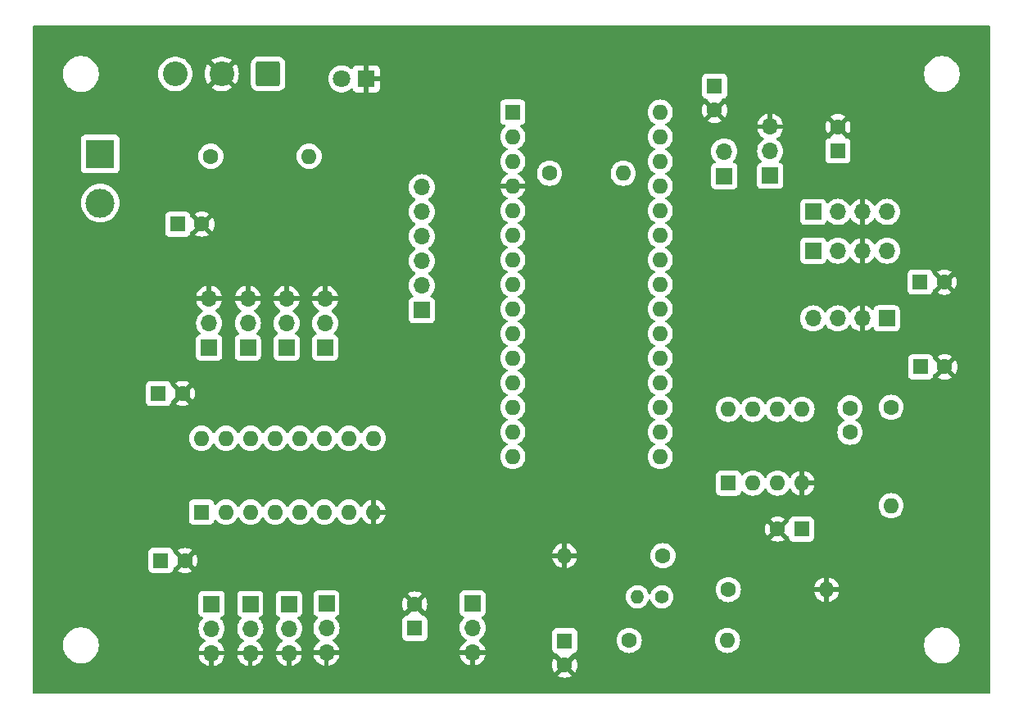
<source format=gbr>
%TF.GenerationSoftware,KiCad,Pcbnew,8.0.5*%
%TF.CreationDate,2024-11-27T13:48:43+01:00*%
%TF.ProjectId,Main PCB,4d61696e-2050-4434-922e-6b696361645f,1*%
%TF.SameCoordinates,Original*%
%TF.FileFunction,Copper,L2,Bot*%
%TF.FilePolarity,Positive*%
%FSLAX46Y46*%
G04 Gerber Fmt 4.6, Leading zero omitted, Abs format (unit mm)*
G04 Created by KiCad (PCBNEW 8.0.5) date 2024-11-27 13:48:43*
%MOMM*%
%LPD*%
G01*
G04 APERTURE LIST*
G04 Aperture macros list*
%AMRoundRect*
0 Rectangle with rounded corners*
0 $1 Rounding radius*
0 $2 $3 $4 $5 $6 $7 $8 $9 X,Y pos of 4 corners*
0 Add a 4 corners polygon primitive as box body*
4,1,4,$2,$3,$4,$5,$6,$7,$8,$9,$2,$3,0*
0 Add four circle primitives for the rounded corners*
1,1,$1+$1,$2,$3*
1,1,$1+$1,$4,$5*
1,1,$1+$1,$6,$7*
1,1,$1+$1,$8,$9*
0 Add four rect primitives between the rounded corners*
20,1,$1+$1,$2,$3,$4,$5,0*
20,1,$1+$1,$4,$5,$6,$7,0*
20,1,$1+$1,$6,$7,$8,$9,0*
20,1,$1+$1,$8,$9,$2,$3,0*%
G04 Aperture macros list end*
%TA.AperFunction,ComponentPad*%
%ADD10R,1.600000X1.600000*%
%TD*%
%TA.AperFunction,ComponentPad*%
%ADD11C,1.600000*%
%TD*%
%TA.AperFunction,ComponentPad*%
%ADD12O,1.600000X1.600000*%
%TD*%
%TA.AperFunction,ComponentPad*%
%ADD13R,1.700000X1.700000*%
%TD*%
%TA.AperFunction,ComponentPad*%
%ADD14O,1.700000X1.700000*%
%TD*%
%TA.AperFunction,ComponentPad*%
%ADD15RoundRect,0.249999X1.025001X1.025001X-1.025001X1.025001X-1.025001X-1.025001X1.025001X-1.025001X0*%
%TD*%
%TA.AperFunction,ComponentPad*%
%ADD16C,2.550000*%
%TD*%
%TA.AperFunction,ComponentPad*%
%ADD17R,3.000000X3.000000*%
%TD*%
%TA.AperFunction,ComponentPad*%
%ADD18C,3.000000*%
%TD*%
%TA.AperFunction,ComponentPad*%
%ADD19R,1.800000X1.800000*%
%TD*%
%TA.AperFunction,ComponentPad*%
%ADD20C,1.800000*%
%TD*%
%TA.AperFunction,ComponentPad*%
%ADD21C,1.400000*%
%TD*%
%TA.AperFunction,ComponentPad*%
%ADD22O,1.400000X1.400000*%
%TD*%
G04 APERTURE END LIST*
D10*
%TO.P,C3,1*%
%TO.N,+5V*%
X150750000Y-127250000D03*
D11*
%TO.P,C3,2*%
%TO.N,GND*%
X148250000Y-127250000D03*
%TD*%
%TO.P,C4,1*%
%TO.N,Net-(U1--)*%
X155750000Y-117250000D03*
%TO.P,C4,2*%
%TO.N,/NTC_Vout(ADC3)*%
X155750000Y-114750000D03*
%TD*%
D10*
%TO.P,C5,1*%
%TO.N,+5V*%
X141750000Y-81500000D03*
D11*
%TO.P,C5,2*%
%TO.N,GND*%
X141750000Y-84000000D03*
%TD*%
%TO.P,R5,1*%
%TO.N,/NTC_Vout(ADC3)*%
X160000000Y-114670000D03*
D12*
%TO.P,R5,2*%
%TO.N,Net-(U1--)*%
X160000000Y-124830000D03*
%TD*%
D13*
%TO.P,J10,1,Pin_1*%
%TO.N,Net-(J10-Pin_1)*%
X89500000Y-108525000D03*
D14*
%TO.P,J10,2,Pin_2*%
%TO.N,+5V*%
X89500000Y-105985000D03*
%TO.P,J10,3,Pin_3*%
%TO.N,GND*%
X89500000Y-103445000D03*
%TD*%
D10*
%TO.P,C1,1*%
%TO.N,+5V*%
X126250000Y-138794888D03*
D11*
%TO.P,C1,2*%
%TO.N,GND*%
X126250000Y-141294888D03*
%TD*%
D15*
%TO.P,SW1,1,A*%
%TO.N,unconnected-(SW1-A-Pad1)*%
X95600000Y-80250000D03*
D16*
%TO.P,SW1,2,B*%
%TO.N,GND*%
X90800000Y-80250000D03*
%TO.P,SW1,3,C*%
%TO.N,Net-(J1-Pin_1)*%
X86000000Y-80250000D03*
%TD*%
D10*
%TO.P,C11,1*%
%TO.N,+5V*%
X154500000Y-88205113D03*
D11*
%TO.P,C11,2*%
%TO.N,GND*%
X154500000Y-85705113D03*
%TD*%
D10*
%TO.P,C6,1*%
%TO.N,+5V*%
X110750000Y-137500000D03*
D11*
%TO.P,C6,2*%
%TO.N,GND*%
X110750000Y-135000000D03*
%TD*%
D13*
%TO.P,J13,1,Pin_1*%
%TO.N,Net-(J13-Pin_1)*%
X101625000Y-134935000D03*
D14*
%TO.P,J13,2,Pin_2*%
%TO.N,+5V*%
X101625000Y-137475000D03*
%TO.P,J13,3,Pin_3*%
%TO.N,GND*%
X101625000Y-140015000D03*
%TD*%
D17*
%TO.P,J1,1,Pin_1*%
%TO.N,Net-(J1-Pin_1)*%
X78250000Y-88500000D03*
D18*
%TO.P,J1,2,Pin_2*%
%TO.N,+5V*%
X78250000Y-93580000D03*
%TD*%
D10*
%TO.P,U1,1,+*%
%TO.N,Net-(U1-+)*%
X143170000Y-122500000D03*
D12*
%TO.P,U1,2,-*%
%TO.N,Net-(U1--)*%
X145710000Y-122500000D03*
%TO.P,U1,3,V+*%
%TO.N,+5V*%
X148250000Y-122500000D03*
%TO.P,U1,4,V-*%
%TO.N,GND*%
X150790000Y-122500000D03*
%TO.P,U1,5*%
%TO.N,/NTC_Vout(ADC3)*%
X150790000Y-114880000D03*
%TO.P,U1,6*%
%TO.N,N/C*%
X148250000Y-114880000D03*
%TO.P,U1,7*%
X145710000Y-114880000D03*
%TO.P,U1,8*%
X143170000Y-114880000D03*
%TD*%
D10*
%TO.P,C2,1*%
%TO.N,+5V*%
X86250000Y-95750000D03*
D11*
%TO.P,C2,2*%
%TO.N,GND*%
X88750000Y-95750000D03*
%TD*%
D13*
%TO.P,J7,1,Pin_1*%
%TO.N,+5V*%
X159540000Y-105500000D03*
D14*
%TO.P,J7,2,Pin_2*%
%TO.N,GND*%
X157000000Y-105500000D03*
%TO.P,J7,3,Pin_3*%
%TO.N,/SDA*%
X154460000Y-105500000D03*
%TO.P,J7,4,Pin_4*%
%TO.N,/SCL*%
X151920000Y-105500000D03*
%TD*%
D13*
%TO.P,J12,1,Pin_1*%
%TO.N,Net-(J12-Pin_1)*%
X89750000Y-134975000D03*
D14*
%TO.P,J12,2,Pin_2*%
%TO.N,+5V*%
X89750000Y-137515000D03*
%TO.P,J12,3,Pin_3*%
%TO.N,GND*%
X89750000Y-140055000D03*
%TD*%
D10*
%TO.P,C9,1*%
%TO.N,+5V*%
X163044888Y-110500000D03*
D11*
%TO.P,C9,2*%
%TO.N,GND*%
X165544888Y-110500000D03*
%TD*%
D13*
%TO.P,J14,1,Pin_1*%
%TO.N,Net-(J14-Pin_1)*%
X93750000Y-134975000D03*
D14*
%TO.P,J14,2,Pin_2*%
%TO.N,+5V*%
X93750000Y-137515000D03*
%TO.P,J14,3,Pin_3*%
%TO.N,GND*%
X93750000Y-140055000D03*
%TD*%
D13*
%TO.P,J8,1,Pin_1*%
%TO.N,Net-(J8-Pin_1)*%
X97500000Y-108525000D03*
D14*
%TO.P,J8,2,Pin_2*%
%TO.N,+5V*%
X97500000Y-105985000D03*
%TO.P,J8,3,Pin_3*%
%TO.N,GND*%
X97500000Y-103445000D03*
%TD*%
D10*
%TO.P,C7,1*%
%TO.N,+5V*%
X163000000Y-101750000D03*
D11*
%TO.P,C7,2*%
%TO.N,GND*%
X165500000Y-101750000D03*
%TD*%
%TO.P,R6,1*%
%TO.N,/OC2B*%
X124690000Y-90500000D03*
D12*
%TO.P,R6,2*%
%TO.N,Net-(J2-Pin_2)*%
X132310000Y-90500000D03*
%TD*%
D13*
%TO.P,J4,1,Pin_1*%
%TO.N,/OC0A*%
X111490000Y-104650000D03*
D14*
%TO.P,J4,2,Pin_2*%
%TO.N,/OC0B*%
X111490000Y-102110000D03*
%TO.P,J4,3,Pin_3*%
%TO.N,/IN1*%
X111490000Y-99570000D03*
%TO.P,J4,4,Pin_4*%
%TO.N,/IN3*%
X111490000Y-97030000D03*
%TO.P,J4,5,Pin_5*%
%TO.N,/IN4*%
X111490000Y-94490000D03*
%TO.P,J4,6,Pin_6*%
%TO.N,/IN2*%
X111490000Y-91950000D03*
%TD*%
D10*
%TO.P,A1,1,D1/TX*%
%TO.N,unconnected-(A1-D1{slash}TX-Pad1)*%
X120890000Y-84200000D03*
D12*
%TO.P,A1,2,D0/RX*%
%TO.N,unconnected-(A1-D0{slash}RX-Pad2)*%
X120890000Y-86740000D03*
%TO.P,A1,3,~{RESET}*%
%TO.N,unconnected-(A1-~{RESET}-Pad3)*%
X120890000Y-89280000D03*
%TO.P,A1,4,GND*%
%TO.N,GND*%
X120890000Y-91820000D03*
%TO.P,A1,5,D2*%
%TO.N,unconnected-(A1-D2-Pad5)*%
X120890000Y-94360000D03*
%TO.P,A1,6,D3*%
%TO.N,/OC2B*%
X120890000Y-96900000D03*
%TO.P,A1,7,D4*%
%TO.N,unconnected-(A1-D4-Pad7)*%
X120890000Y-99440000D03*
%TO.P,A1,8,D5*%
%TO.N,/OC0B*%
X120890000Y-101980000D03*
%TO.P,A1,9,D6*%
%TO.N,/OC0A*%
X120890000Y-104520000D03*
%TO.P,A1,10,D7*%
%TO.N,unconnected-(A1-D7-Pad10)*%
X120890000Y-107060000D03*
%TO.P,A1,11,D8*%
%TO.N,/Echo&Trig*%
X120890000Y-109600000D03*
%TO.P,A1,12,D9*%
%TO.N,/A*%
X120890000Y-112140000D03*
%TO.P,A1,13,D10*%
%TO.N,/B*%
X120890000Y-114680000D03*
%TO.P,A1,14,D11*%
%TO.N,/OC2A*%
X120890000Y-117220000D03*
%TO.P,A1,15,D12*%
%TO.N,/C*%
X120890000Y-119760000D03*
%TO.P,A1,16,D13*%
%TO.N,/IN1*%
X136130000Y-119760000D03*
%TO.P,A1,17,3V3*%
%TO.N,unconnected-(A1-3V3-Pad17)*%
X136130000Y-117220000D03*
%TO.P,A1,18,AREF*%
%TO.N,unconnected-(A1-AREF-Pad18)*%
X136130000Y-114680000D03*
%TO.P,A1,19,A0*%
%TO.N,/NTC_Vout(ADC3)*%
X136130000Y-112140000D03*
%TO.P,A1,20,A1*%
%TO.N,/IN3*%
X136130000Y-109600000D03*
%TO.P,A1,21,A2*%
%TO.N,/IN4*%
X136130000Y-107060000D03*
%TO.P,A1,22,A3*%
%TO.N,/IN2*%
X136130000Y-104520000D03*
%TO.P,A1,23,A4*%
%TO.N,/SDA*%
X136130000Y-101980000D03*
%TO.P,A1,24,A5*%
%TO.N,/SCL*%
X136130000Y-99440000D03*
%TO.P,A1,25,A6*%
%TO.N,/ADC6*%
X136130000Y-96900000D03*
%TO.P,A1,26,A7*%
%TO.N,/ADC7*%
X136130000Y-94360000D03*
%TO.P,A1,27,+5V*%
%TO.N,unconnected-(A1-+5V-Pad27)*%
X136130000Y-91820000D03*
%TO.P,A1,28,~{RESET}*%
%TO.N,unconnected-(A1-~{RESET}-Pad28)*%
X136130000Y-89280000D03*
%TO.P,A1,29,GND*%
%TO.N,unconnected-(A1-GND-Pad29)*%
X136130000Y-86740000D03*
%TO.P,A1,30,VIN*%
%TO.N,+5V*%
X136130000Y-84200000D03*
%TD*%
D11*
%TO.P,R3,1*%
%TO.N,Net-(U1--)*%
X143170000Y-133500000D03*
D12*
%TO.P,R3,2*%
%TO.N,GND*%
X153330000Y-133500000D03*
%TD*%
D13*
%TO.P,J5,1,Pin_1*%
%TO.N,/ADC6*%
X147500000Y-90775000D03*
D14*
%TO.P,J5,2,Pin_2*%
%TO.N,+5V*%
X147500000Y-88235000D03*
%TO.P,J5,3,Pin_3*%
%TO.N,GND*%
X147500000Y-85695000D03*
%TD*%
D13*
%TO.P,J16,1,Pin_1*%
%TO.N,/SCL*%
X151960000Y-94500000D03*
D14*
%TO.P,J16,2,Pin_2*%
%TO.N,/SDA*%
X154500000Y-94500000D03*
%TO.P,J16,3,Pin_3*%
%TO.N,GND*%
X157040000Y-94500000D03*
%TO.P,J16,4,Pin_4*%
%TO.N,+5V*%
X159580000Y-94500000D03*
%TD*%
D19*
%TO.P,D2,1,K*%
%TO.N,GND*%
X105750000Y-80750000D03*
D20*
%TO.P,D2,2,A*%
%TO.N,Net-(D2-A)*%
X103210000Y-80750000D03*
%TD*%
D11*
%TO.P,R1,1*%
%TO.N,Net-(U1-+)*%
X136410000Y-130000000D03*
D12*
%TO.P,R1,2*%
%TO.N,GND*%
X126250000Y-130000000D03*
%TD*%
D13*
%TO.P,J6,1,Pin_1*%
%TO.N,/SCL*%
X151960000Y-98500000D03*
D14*
%TO.P,J6,2,Pin_2*%
%TO.N,/SDA*%
X154500000Y-98500000D03*
%TO.P,J6,3,Pin_3*%
%TO.N,GND*%
X157040000Y-98500000D03*
%TO.P,J6,4,Pin_4*%
%TO.N,+5V*%
X159580000Y-98500000D03*
%TD*%
D11*
%TO.P,R4,1*%
%TO.N,+5V*%
X89670000Y-88750000D03*
D12*
%TO.P,R4,2*%
%TO.N,Net-(D2-A)*%
X99830000Y-88750000D03*
%TD*%
D13*
%TO.P,J9,1,Pin_1*%
%TO.N,Net-(J9-Pin_1)*%
X93500000Y-108525000D03*
D14*
%TO.P,J9,2,Pin_2*%
%TO.N,+5V*%
X93500000Y-105985000D03*
%TO.P,J9,3,Pin_3*%
%TO.N,GND*%
X93500000Y-103445000D03*
%TD*%
D10*
%TO.P,C8,1*%
%TO.N,+5V*%
X84250000Y-113250000D03*
D11*
%TO.P,C8,2*%
%TO.N,GND*%
X86750000Y-113250000D03*
%TD*%
%TO.P,R2,1*%
%TO.N,+5V*%
X132920000Y-138750000D03*
D12*
%TO.P,R2,2*%
%TO.N,Net-(U1--)*%
X143080000Y-138750000D03*
%TD*%
D13*
%TO.P,J15,1,Pin_1*%
%TO.N,Net-(J15-Pin_1)*%
X97750000Y-134975000D03*
D14*
%TO.P,J15,2,Pin_2*%
%TO.N,+5V*%
X97750000Y-137515000D03*
%TO.P,J15,3,Pin_3*%
%TO.N,GND*%
X97750000Y-140055000D03*
%TD*%
D13*
%TO.P,J11,1,Pin_1*%
%TO.N,Net-(J11-Pin_1)*%
X101500000Y-108525000D03*
D14*
%TO.P,J11,2,Pin_2*%
%TO.N,+5V*%
X101500000Y-105985000D03*
%TO.P,J11,3,Pin_3*%
%TO.N,GND*%
X101500000Y-103445000D03*
%TD*%
D10*
%TO.P,C10,1*%
%TO.N,+5V*%
X84500000Y-130500000D03*
D11*
%TO.P,C10,2*%
%TO.N,GND*%
X87000000Y-130500000D03*
%TD*%
D21*
%TO.P,TH1,1*%
%TO.N,Net-(U1-+)*%
X136300000Y-134250000D03*
D22*
%TO.P,TH1,2*%
%TO.N,+5V*%
X133760000Y-134250000D03*
%TD*%
D13*
%TO.P,J2,1,Pin_1*%
%TO.N,/ADC7*%
X142750000Y-90790000D03*
D14*
%TO.P,J2,2,Pin_2*%
%TO.N,Net-(J2-Pin_2)*%
X142750000Y-88250000D03*
%TD*%
D10*
%TO.P,U2,1,X4*%
%TO.N,Net-(J12-Pin_1)*%
X88710000Y-125500000D03*
D12*
%TO.P,U2,2,X6*%
%TO.N,Net-(J14-Pin_1)*%
X91250000Y-125500000D03*
%TO.P,U2,3,X*%
%TO.N,/Echo&Trig*%
X93790000Y-125500000D03*
%TO.P,U2,4,X7*%
%TO.N,Net-(J15-Pin_1)*%
X96330000Y-125500000D03*
%TO.P,U2,5,X5*%
%TO.N,Net-(J13-Pin_1)*%
X98870000Y-125500000D03*
%TO.P,U2,6,INH*%
%TO.N,unconnected-(U2-INH-Pad6)*%
X101410000Y-125500000D03*
%TO.P,U2,7,VEE*%
%TO.N,unconnected-(U2-VEE-Pad7)*%
X103950000Y-125500000D03*
%TO.P,U2,8,VSS*%
%TO.N,GND*%
X106490000Y-125500000D03*
%TO.P,U2,9,C*%
%TO.N,/C*%
X106490000Y-117880000D03*
%TO.P,U2,10,B*%
%TO.N,/B*%
X103950000Y-117880000D03*
%TO.P,U2,11,A*%
%TO.N,/A*%
X101410000Y-117880000D03*
%TO.P,U2,12,X3*%
%TO.N,Net-(J11-Pin_1)*%
X98870000Y-117880000D03*
%TO.P,U2,13,X0*%
%TO.N,Net-(J8-Pin_1)*%
X96330000Y-117880000D03*
%TO.P,U2,14,X1*%
%TO.N,Net-(J9-Pin_1)*%
X93790000Y-117880000D03*
%TO.P,U2,15,X2*%
%TO.N,Net-(J10-Pin_1)*%
X91250000Y-117880000D03*
%TO.P,U2,16,VDD*%
%TO.N,+5V*%
X88710000Y-117880000D03*
%TD*%
D13*
%TO.P,J3,1,Pin_1*%
%TO.N,/OC2A*%
X116750000Y-134920000D03*
D14*
%TO.P,J3,2,Pin_2*%
%TO.N,+5V*%
X116750000Y-137460000D03*
%TO.P,J3,3,Pin_3*%
%TO.N,GND*%
X116750000Y-140000000D03*
%TD*%
%TA.AperFunction,Conductor*%
%TO.N,GND*%
G36*
X170192539Y-75270185D02*
G01*
X170238294Y-75322989D01*
X170249500Y-75374500D01*
X170249500Y-144125500D01*
X170229815Y-144192539D01*
X170177011Y-144238294D01*
X170125500Y-144249500D01*
X71374500Y-144249500D01*
X71307461Y-144229815D01*
X71261706Y-144177011D01*
X71250500Y-144125500D01*
X71250500Y-139128711D01*
X74399500Y-139128711D01*
X74399500Y-139371288D01*
X74431161Y-139611785D01*
X74493947Y-139846104D01*
X74537991Y-139952435D01*
X74586776Y-140070212D01*
X74708064Y-140280289D01*
X74708066Y-140280292D01*
X74708067Y-140280293D01*
X74855733Y-140472736D01*
X74855739Y-140472743D01*
X75027256Y-140644260D01*
X75027262Y-140644265D01*
X75219711Y-140791936D01*
X75429788Y-140913224D01*
X75653900Y-141006054D01*
X75888211Y-141068838D01*
X76068586Y-141092584D01*
X76128711Y-141100500D01*
X76128712Y-141100500D01*
X76371289Y-141100500D01*
X76419388Y-141094167D01*
X76611789Y-141068838D01*
X76846100Y-141006054D01*
X77070212Y-140913224D01*
X77280289Y-140791936D01*
X77472738Y-140644265D01*
X77644265Y-140472738D01*
X77791936Y-140280289D01*
X77913224Y-140070212D01*
X78006054Y-139846100D01*
X78068838Y-139611789D01*
X78100500Y-139371288D01*
X78100500Y-139128712D01*
X78068838Y-138888211D01*
X78006054Y-138653900D01*
X78002553Y-138645449D01*
X77951961Y-138523308D01*
X77913224Y-138429788D01*
X77791936Y-138219711D01*
X77644265Y-138027262D01*
X77644260Y-138027256D01*
X77472743Y-137855739D01*
X77472736Y-137855733D01*
X77280293Y-137708067D01*
X77280292Y-137708066D01*
X77280289Y-137708064D01*
X77070212Y-137586776D01*
X77070205Y-137586773D01*
X76896928Y-137514999D01*
X88394341Y-137514999D01*
X88394341Y-137515000D01*
X88414936Y-137750403D01*
X88414938Y-137750413D01*
X88476094Y-137978655D01*
X88476096Y-137978659D01*
X88476097Y-137978663D01*
X88498760Y-138027263D01*
X88575965Y-138192830D01*
X88575967Y-138192834D01*
X88711501Y-138386395D01*
X88711506Y-138386402D01*
X88878597Y-138553493D01*
X88878603Y-138553498D01*
X89064594Y-138683730D01*
X89108219Y-138738307D01*
X89115413Y-138807805D01*
X89083890Y-138870160D01*
X89064595Y-138886880D01*
X88878922Y-139016890D01*
X88878920Y-139016891D01*
X88711891Y-139183920D01*
X88711886Y-139183926D01*
X88576400Y-139377420D01*
X88576399Y-139377422D01*
X88476570Y-139591507D01*
X88476567Y-139591513D01*
X88419364Y-139804999D01*
X88419364Y-139805000D01*
X89316988Y-139805000D01*
X89284075Y-139862007D01*
X89250000Y-139989174D01*
X89250000Y-140120826D01*
X89284075Y-140247993D01*
X89316988Y-140305000D01*
X88419364Y-140305000D01*
X88476567Y-140518486D01*
X88476570Y-140518492D01*
X88576399Y-140732578D01*
X88711894Y-140926082D01*
X88878917Y-141093105D01*
X89072421Y-141228600D01*
X89286507Y-141328429D01*
X89286516Y-141328433D01*
X89500000Y-141385634D01*
X89500000Y-140488012D01*
X89557007Y-140520925D01*
X89684174Y-140555000D01*
X89815826Y-140555000D01*
X89942993Y-140520925D01*
X90000000Y-140488012D01*
X90000000Y-141385633D01*
X90213483Y-141328433D01*
X90213492Y-141328429D01*
X90427578Y-141228600D01*
X90621082Y-141093105D01*
X90788105Y-140926082D01*
X90923600Y-140732578D01*
X91023429Y-140518492D01*
X91023432Y-140518486D01*
X91080636Y-140305000D01*
X90183012Y-140305000D01*
X90215925Y-140247993D01*
X90250000Y-140120826D01*
X90250000Y-139989174D01*
X90215925Y-139862007D01*
X90183012Y-139805000D01*
X91080636Y-139805000D01*
X91080635Y-139804999D01*
X91023432Y-139591513D01*
X91023429Y-139591507D01*
X90923600Y-139377422D01*
X90923599Y-139377420D01*
X90788113Y-139183926D01*
X90788108Y-139183920D01*
X90621078Y-139016890D01*
X90435405Y-138886879D01*
X90391780Y-138832302D01*
X90384588Y-138762804D01*
X90416110Y-138700449D01*
X90435406Y-138683730D01*
X90472801Y-138657546D01*
X90621401Y-138553495D01*
X90788495Y-138386401D01*
X90924035Y-138192830D01*
X91023903Y-137978663D01*
X91085063Y-137750408D01*
X91105659Y-137515000D01*
X91105659Y-137514999D01*
X92394341Y-137514999D01*
X92394341Y-137515000D01*
X92414936Y-137750403D01*
X92414938Y-137750413D01*
X92476094Y-137978655D01*
X92476096Y-137978659D01*
X92476097Y-137978663D01*
X92498760Y-138027263D01*
X92575965Y-138192830D01*
X92575967Y-138192834D01*
X92711501Y-138386395D01*
X92711506Y-138386402D01*
X92878597Y-138553493D01*
X92878603Y-138553498D01*
X93064594Y-138683730D01*
X93108219Y-138738307D01*
X93115413Y-138807805D01*
X93083890Y-138870160D01*
X93064595Y-138886880D01*
X92878922Y-139016890D01*
X92878920Y-139016891D01*
X92711891Y-139183920D01*
X92711886Y-139183926D01*
X92576400Y-139377420D01*
X92576399Y-139377422D01*
X92476570Y-139591507D01*
X92476567Y-139591513D01*
X92419364Y-139804999D01*
X92419364Y-139805000D01*
X93316988Y-139805000D01*
X93284075Y-139862007D01*
X93250000Y-139989174D01*
X93250000Y-140120826D01*
X93284075Y-140247993D01*
X93316988Y-140305000D01*
X92419364Y-140305000D01*
X92476567Y-140518486D01*
X92476570Y-140518492D01*
X92576399Y-140732578D01*
X92711894Y-140926082D01*
X92878917Y-141093105D01*
X93072421Y-141228600D01*
X93286507Y-141328429D01*
X93286516Y-141328433D01*
X93500000Y-141385634D01*
X93500000Y-140488012D01*
X93557007Y-140520925D01*
X93684174Y-140555000D01*
X93815826Y-140555000D01*
X93942993Y-140520925D01*
X94000000Y-140488012D01*
X94000000Y-141385633D01*
X94213483Y-141328433D01*
X94213492Y-141328429D01*
X94427578Y-141228600D01*
X94621082Y-141093105D01*
X94788105Y-140926082D01*
X94923600Y-140732578D01*
X95023429Y-140518492D01*
X95023432Y-140518486D01*
X95080636Y-140305000D01*
X94183012Y-140305000D01*
X94215925Y-140247993D01*
X94250000Y-140120826D01*
X94250000Y-139989174D01*
X94215925Y-139862007D01*
X94183012Y-139805000D01*
X95080636Y-139805000D01*
X95080635Y-139804999D01*
X95023432Y-139591513D01*
X95023429Y-139591507D01*
X94923600Y-139377422D01*
X94923599Y-139377420D01*
X94788113Y-139183926D01*
X94788108Y-139183920D01*
X94621078Y-139016890D01*
X94435405Y-138886879D01*
X94391780Y-138832302D01*
X94384588Y-138762804D01*
X94416110Y-138700449D01*
X94435406Y-138683730D01*
X94472801Y-138657546D01*
X94621401Y-138553495D01*
X94788495Y-138386401D01*
X94924035Y-138192830D01*
X95023903Y-137978663D01*
X95085063Y-137750408D01*
X95105659Y-137515000D01*
X95105659Y-137514999D01*
X96394341Y-137514999D01*
X96394341Y-137515000D01*
X96414936Y-137750403D01*
X96414938Y-137750413D01*
X96476094Y-137978655D01*
X96476096Y-137978659D01*
X96476097Y-137978663D01*
X96498760Y-138027263D01*
X96575965Y-138192830D01*
X96575967Y-138192834D01*
X96711501Y-138386395D01*
X96711506Y-138386402D01*
X96878597Y-138553493D01*
X96878603Y-138553498D01*
X97064594Y-138683730D01*
X97108219Y-138738307D01*
X97115413Y-138807805D01*
X97083890Y-138870160D01*
X97064595Y-138886880D01*
X96878922Y-139016890D01*
X96878920Y-139016891D01*
X96711891Y-139183920D01*
X96711886Y-139183926D01*
X96576400Y-139377420D01*
X96576399Y-139377422D01*
X96476570Y-139591507D01*
X96476567Y-139591513D01*
X96419364Y-139804999D01*
X96419364Y-139805000D01*
X97316988Y-139805000D01*
X97284075Y-139862007D01*
X97250000Y-139989174D01*
X97250000Y-140120826D01*
X97284075Y-140247993D01*
X97316988Y-140305000D01*
X96419364Y-140305000D01*
X96476567Y-140518486D01*
X96476570Y-140518492D01*
X96576399Y-140732578D01*
X96711894Y-140926082D01*
X96878917Y-141093105D01*
X97072421Y-141228600D01*
X97286507Y-141328429D01*
X97286516Y-141328433D01*
X97500000Y-141385634D01*
X97500000Y-140488012D01*
X97557007Y-140520925D01*
X97684174Y-140555000D01*
X97815826Y-140555000D01*
X97942993Y-140520925D01*
X98000000Y-140488012D01*
X98000000Y-141385633D01*
X98213483Y-141328433D01*
X98213492Y-141328429D01*
X98427578Y-141228600D01*
X98621082Y-141093105D01*
X98788105Y-140926082D01*
X98923600Y-140732578D01*
X99023429Y-140518492D01*
X99023432Y-140518486D01*
X99080636Y-140305000D01*
X98183012Y-140305000D01*
X98215925Y-140247993D01*
X98250000Y-140120826D01*
X98250000Y-139989174D01*
X98215925Y-139862007D01*
X98183012Y-139805000D01*
X99080636Y-139805000D01*
X99080635Y-139804999D01*
X99023432Y-139591513D01*
X99023429Y-139591507D01*
X98923600Y-139377422D01*
X98923599Y-139377420D01*
X98788113Y-139183926D01*
X98788108Y-139183920D01*
X98621078Y-139016890D01*
X98435405Y-138886879D01*
X98391780Y-138832302D01*
X98384588Y-138762804D01*
X98416110Y-138700449D01*
X98435406Y-138683730D01*
X98472801Y-138657546D01*
X98621401Y-138553495D01*
X98788495Y-138386401D01*
X98924035Y-138192830D01*
X99023903Y-137978663D01*
X99085063Y-137750408D01*
X99105659Y-137515000D01*
X99102159Y-137474999D01*
X100269341Y-137474999D01*
X100269341Y-137475000D01*
X100289936Y-137710403D01*
X100289938Y-137710413D01*
X100351094Y-137938655D01*
X100351096Y-137938659D01*
X100351097Y-137938663D01*
X100443970Y-138137830D01*
X100450965Y-138152830D01*
X100450967Y-138152834D01*
X100586501Y-138346395D01*
X100586506Y-138346402D01*
X100753597Y-138513493D01*
X100753603Y-138513498D01*
X100794777Y-138542328D01*
X100918171Y-138628730D01*
X100939594Y-138643730D01*
X100983219Y-138698307D01*
X100990413Y-138767805D01*
X100958890Y-138830160D01*
X100939595Y-138846880D01*
X100753922Y-138976890D01*
X100753920Y-138976891D01*
X100586891Y-139143920D01*
X100586886Y-139143926D01*
X100451400Y-139337420D01*
X100451399Y-139337422D01*
X100351570Y-139551507D01*
X100351567Y-139551513D01*
X100294364Y-139764999D01*
X100294364Y-139765000D01*
X101191988Y-139765000D01*
X101159075Y-139822007D01*
X101125000Y-139949174D01*
X101125000Y-140080826D01*
X101159075Y-140207993D01*
X101191988Y-140265000D01*
X100294364Y-140265000D01*
X100351567Y-140478486D01*
X100351570Y-140478492D01*
X100451399Y-140692578D01*
X100586894Y-140886082D01*
X100753917Y-141053105D01*
X100947421Y-141188600D01*
X101161507Y-141288429D01*
X101161516Y-141288433D01*
X101375000Y-141345634D01*
X101375000Y-140448012D01*
X101432007Y-140480925D01*
X101559174Y-140515000D01*
X101690826Y-140515000D01*
X101817993Y-140480925D01*
X101875000Y-140448012D01*
X101875000Y-141345633D01*
X102088483Y-141288433D01*
X102088492Y-141288429D01*
X102302578Y-141188600D01*
X102496082Y-141053105D01*
X102663105Y-140886082D01*
X102798600Y-140692578D01*
X102898429Y-140478492D01*
X102898432Y-140478486D01*
X102955636Y-140265000D01*
X102058012Y-140265000D01*
X102090925Y-140207993D01*
X102125000Y-140080826D01*
X102125000Y-139949174D01*
X102090925Y-139822007D01*
X102058012Y-139765000D01*
X102955636Y-139765000D01*
X102955635Y-139764999D01*
X102898432Y-139551513D01*
X102898429Y-139551507D01*
X102798600Y-139337422D01*
X102798599Y-139337420D01*
X102663113Y-139143926D01*
X102663108Y-139143920D01*
X102496078Y-138976890D01*
X102310405Y-138846879D01*
X102266780Y-138792302D01*
X102259588Y-138722804D01*
X102291110Y-138660449D01*
X102310406Y-138643730D01*
X102324252Y-138634035D01*
X102496401Y-138513495D01*
X102663495Y-138346401D01*
X102799035Y-138152830D01*
X102898903Y-137938663D01*
X102960063Y-137710408D01*
X102980659Y-137475000D01*
X102979728Y-137464364D01*
X102963563Y-137279596D01*
X102960063Y-137239592D01*
X102898903Y-137011337D01*
X102799035Y-136797171D01*
X102697475Y-136652128D01*
X102663496Y-136603600D01*
X102648495Y-136588599D01*
X102541567Y-136481671D01*
X102508084Y-136420351D01*
X102513068Y-136350659D01*
X102554939Y-136294725D01*
X102585915Y-136277810D01*
X102717331Y-136228796D01*
X102832546Y-136142546D01*
X102918796Y-136027331D01*
X102969091Y-135892483D01*
X102975500Y-135832873D01*
X102975500Y-134999997D01*
X109445034Y-134999997D01*
X109445034Y-135000002D01*
X109464858Y-135226599D01*
X109464860Y-135226610D01*
X109523730Y-135446317D01*
X109523735Y-135446331D01*
X109619863Y-135652478D01*
X109670974Y-135725472D01*
X110350000Y-135046446D01*
X110350000Y-135052661D01*
X110377259Y-135154394D01*
X110429920Y-135245606D01*
X110504394Y-135320080D01*
X110595606Y-135372741D01*
X110697339Y-135400000D01*
X110703553Y-135400000D01*
X110019352Y-136084199D01*
X110009506Y-136133194D01*
X109960890Y-136183377D01*
X109905367Y-136198049D01*
X109905423Y-136199099D01*
X109905429Y-136199146D01*
X109905426Y-136199146D01*
X109905436Y-136199324D01*
X109902123Y-136199501D01*
X109842516Y-136205908D01*
X109707671Y-136256202D01*
X109707664Y-136256206D01*
X109592455Y-136342452D01*
X109592452Y-136342455D01*
X109506206Y-136457664D01*
X109506202Y-136457671D01*
X109455908Y-136592517D01*
X109449501Y-136652116D01*
X109449501Y-136652123D01*
X109449500Y-136652135D01*
X109449500Y-138347870D01*
X109449501Y-138347876D01*
X109455908Y-138407483D01*
X109506202Y-138542328D01*
X109506206Y-138542335D01*
X109592452Y-138657544D01*
X109592455Y-138657547D01*
X109707664Y-138743793D01*
X109707671Y-138743797D01*
X109842517Y-138794091D01*
X109842516Y-138794091D01*
X109849444Y-138794835D01*
X109902127Y-138800500D01*
X111597872Y-138800499D01*
X111657483Y-138794091D01*
X111792331Y-138743796D01*
X111907546Y-138657546D01*
X111993796Y-138542331D01*
X112044091Y-138407483D01*
X112050500Y-138347873D01*
X112050499Y-137459999D01*
X115394341Y-137459999D01*
X115394341Y-137460000D01*
X115414936Y-137695403D01*
X115414938Y-137695413D01*
X115476094Y-137923655D01*
X115476096Y-137923659D01*
X115476097Y-137923663D01*
X115524406Y-138027262D01*
X115575965Y-138137830D01*
X115575967Y-138137834D01*
X115711501Y-138331395D01*
X115711506Y-138331402D01*
X115878597Y-138498493D01*
X115878603Y-138498498D01*
X116064594Y-138628730D01*
X116108219Y-138683307D01*
X116115413Y-138752805D01*
X116083890Y-138815160D01*
X116064595Y-138831880D01*
X115878922Y-138961890D01*
X115878920Y-138961891D01*
X115711891Y-139128920D01*
X115711886Y-139128926D01*
X115576400Y-139322420D01*
X115576399Y-139322422D01*
X115476570Y-139536507D01*
X115476567Y-139536513D01*
X115419364Y-139749999D01*
X115419364Y-139750000D01*
X116316988Y-139750000D01*
X116284075Y-139807007D01*
X116250000Y-139934174D01*
X116250000Y-140065826D01*
X116284075Y-140192993D01*
X116316988Y-140250000D01*
X115419364Y-140250000D01*
X115476567Y-140463486D01*
X115476570Y-140463492D01*
X115576399Y-140677578D01*
X115711894Y-140871082D01*
X115878917Y-141038105D01*
X116072421Y-141173600D01*
X116286507Y-141273429D01*
X116286516Y-141273433D01*
X116500000Y-141330634D01*
X116500000Y-140433012D01*
X116557007Y-140465925D01*
X116684174Y-140500000D01*
X116815826Y-140500000D01*
X116942993Y-140465925D01*
X117000000Y-140433012D01*
X117000000Y-141330633D01*
X117133419Y-141294885D01*
X124945034Y-141294885D01*
X124945034Y-141294890D01*
X124964858Y-141521487D01*
X124964860Y-141521498D01*
X125023730Y-141741205D01*
X125023735Y-141741219D01*
X125119863Y-141947366D01*
X125170974Y-142020360D01*
X125850000Y-141341334D01*
X125850000Y-141347549D01*
X125877259Y-141449282D01*
X125929920Y-141540494D01*
X126004394Y-141614968D01*
X126095606Y-141667629D01*
X126197339Y-141694888D01*
X126203553Y-141694888D01*
X125524526Y-142373913D01*
X125597513Y-142425020D01*
X125597521Y-142425024D01*
X125803668Y-142521152D01*
X125803682Y-142521157D01*
X126023389Y-142580027D01*
X126023400Y-142580029D01*
X126249998Y-142599854D01*
X126250002Y-142599854D01*
X126476599Y-142580029D01*
X126476610Y-142580027D01*
X126696317Y-142521157D01*
X126696331Y-142521152D01*
X126902478Y-142425024D01*
X126975471Y-142373912D01*
X126296447Y-141694888D01*
X126302661Y-141694888D01*
X126404394Y-141667629D01*
X126495606Y-141614968D01*
X126570080Y-141540494D01*
X126622741Y-141449282D01*
X126650000Y-141347549D01*
X126650000Y-141341335D01*
X127329024Y-142020359D01*
X127380136Y-141947366D01*
X127476264Y-141741219D01*
X127476269Y-141741205D01*
X127535139Y-141521498D01*
X127535141Y-141521487D01*
X127554966Y-141294890D01*
X127554966Y-141294885D01*
X127535141Y-141068288D01*
X127535139Y-141068277D01*
X127476269Y-140848570D01*
X127476264Y-140848556D01*
X127380136Y-140642409D01*
X127380132Y-140642401D01*
X127329025Y-140569414D01*
X126650000Y-141248439D01*
X126650000Y-141242227D01*
X126622741Y-141140494D01*
X126570080Y-141049282D01*
X126495606Y-140974808D01*
X126404394Y-140922147D01*
X126302661Y-140894888D01*
X126296448Y-140894888D01*
X126980645Y-140210689D01*
X126990492Y-140161695D01*
X127039107Y-140111512D01*
X127094633Y-140096869D01*
X127094576Y-140095788D01*
X127094571Y-140095742D01*
X127094573Y-140095741D01*
X127094564Y-140095564D01*
X127097857Y-140095387D01*
X127097872Y-140095387D01*
X127157483Y-140088979D01*
X127292331Y-140038684D01*
X127407546Y-139952434D01*
X127493796Y-139837219D01*
X127544091Y-139702371D01*
X127550500Y-139642761D01*
X127550499Y-138749998D01*
X131614532Y-138749998D01*
X131614532Y-138750001D01*
X131634364Y-138976686D01*
X131634366Y-138976697D01*
X131693258Y-139196488D01*
X131693261Y-139196497D01*
X131789431Y-139402732D01*
X131789432Y-139402734D01*
X131919954Y-139589141D01*
X132080858Y-139750045D01*
X132080861Y-139750047D01*
X132267266Y-139880568D01*
X132473504Y-139976739D01*
X132693308Y-140035635D01*
X132855230Y-140049801D01*
X132919998Y-140055468D01*
X132920000Y-140055468D01*
X132920002Y-140055468D01*
X132976673Y-140050509D01*
X133146692Y-140035635D01*
X133366496Y-139976739D01*
X133572734Y-139880568D01*
X133759139Y-139750047D01*
X133920047Y-139589139D01*
X134050568Y-139402734D01*
X134146739Y-139196496D01*
X134205635Y-138976692D01*
X134225468Y-138750000D01*
X134225468Y-138749998D01*
X141774532Y-138749998D01*
X141774532Y-138750001D01*
X141794364Y-138976686D01*
X141794366Y-138976697D01*
X141853258Y-139196488D01*
X141853261Y-139196497D01*
X141949431Y-139402732D01*
X141949432Y-139402734D01*
X142079954Y-139589141D01*
X142240858Y-139750045D01*
X142240861Y-139750047D01*
X142427266Y-139880568D01*
X142633504Y-139976739D01*
X142853308Y-140035635D01*
X143015230Y-140049801D01*
X143079998Y-140055468D01*
X143080000Y-140055468D01*
X143080002Y-140055468D01*
X143136673Y-140050509D01*
X143306692Y-140035635D01*
X143526496Y-139976739D01*
X143732734Y-139880568D01*
X143919139Y-139750047D01*
X144080047Y-139589139D01*
X144210568Y-139402734D01*
X144306739Y-139196496D01*
X144324902Y-139128711D01*
X163399500Y-139128711D01*
X163399500Y-139371288D01*
X163431161Y-139611785D01*
X163493947Y-139846104D01*
X163537991Y-139952435D01*
X163586776Y-140070212D01*
X163708064Y-140280289D01*
X163708066Y-140280292D01*
X163708067Y-140280293D01*
X163855733Y-140472736D01*
X163855739Y-140472743D01*
X164027256Y-140644260D01*
X164027262Y-140644265D01*
X164219711Y-140791936D01*
X164429788Y-140913224D01*
X164653900Y-141006054D01*
X164888211Y-141068838D01*
X165068586Y-141092584D01*
X165128711Y-141100500D01*
X165128712Y-141100500D01*
X165371289Y-141100500D01*
X165419388Y-141094167D01*
X165611789Y-141068838D01*
X165846100Y-141006054D01*
X166070212Y-140913224D01*
X166280289Y-140791936D01*
X166472738Y-140644265D01*
X166644265Y-140472738D01*
X166791936Y-140280289D01*
X166913224Y-140070212D01*
X167006054Y-139846100D01*
X167068838Y-139611789D01*
X167100500Y-139371288D01*
X167100500Y-139128712D01*
X167068838Y-138888211D01*
X167006054Y-138653900D01*
X167002553Y-138645449D01*
X166951961Y-138523308D01*
X166913224Y-138429788D01*
X166791936Y-138219711D01*
X166644265Y-138027262D01*
X166644260Y-138027256D01*
X166472743Y-137855739D01*
X166472736Y-137855733D01*
X166280293Y-137708067D01*
X166280292Y-137708066D01*
X166280289Y-137708064D01*
X166070212Y-137586776D01*
X166070205Y-137586773D01*
X165846104Y-137493947D01*
X165611785Y-137431161D01*
X165371289Y-137399500D01*
X165371288Y-137399500D01*
X165128712Y-137399500D01*
X165128711Y-137399500D01*
X164888214Y-137431161D01*
X164653895Y-137493947D01*
X164429794Y-137586773D01*
X164429785Y-137586777D01*
X164342203Y-137637343D01*
X164241641Y-137695403D01*
X164219706Y-137708067D01*
X164027263Y-137855733D01*
X164027256Y-137855739D01*
X163855739Y-138027256D01*
X163855733Y-138027263D01*
X163708067Y-138219706D01*
X163586777Y-138429785D01*
X163586773Y-138429794D01*
X163493947Y-138653895D01*
X163431161Y-138888214D01*
X163399500Y-139128711D01*
X144324902Y-139128711D01*
X144365635Y-138976692D01*
X144385468Y-138750000D01*
X144365635Y-138523308D01*
X144306739Y-138303504D01*
X144210568Y-138097266D01*
X144080047Y-137910861D01*
X144080045Y-137910858D01*
X143919141Y-137749954D01*
X143732734Y-137619432D01*
X143732732Y-137619431D01*
X143526497Y-137523261D01*
X143526488Y-137523258D01*
X143306697Y-137464366D01*
X143306693Y-137464365D01*
X143306692Y-137464365D01*
X143306691Y-137464364D01*
X143306686Y-137464364D01*
X143080002Y-137444532D01*
X143079998Y-137444532D01*
X142853313Y-137464364D01*
X142853302Y-137464366D01*
X142633511Y-137523258D01*
X142633502Y-137523261D01*
X142427267Y-137619431D01*
X142427265Y-137619432D01*
X142240858Y-137749954D01*
X142079954Y-137910858D01*
X141949432Y-138097265D01*
X141949431Y-138097267D01*
X141853261Y-138303502D01*
X141853258Y-138303511D01*
X141794366Y-138523302D01*
X141794364Y-138523313D01*
X141774532Y-138749998D01*
X134225468Y-138749998D01*
X134205635Y-138523308D01*
X134146739Y-138303504D01*
X134050568Y-138097266D01*
X133920047Y-137910861D01*
X133920045Y-137910858D01*
X133759141Y-137749954D01*
X133572734Y-137619432D01*
X133572732Y-137619431D01*
X133366497Y-137523261D01*
X133366488Y-137523258D01*
X133146697Y-137464366D01*
X133146693Y-137464365D01*
X133146692Y-137464365D01*
X133146691Y-137464364D01*
X133146686Y-137464364D01*
X132920002Y-137444532D01*
X132919998Y-137444532D01*
X132693313Y-137464364D01*
X132693302Y-137464366D01*
X132473511Y-137523258D01*
X132473502Y-137523261D01*
X132267267Y-137619431D01*
X132267265Y-137619432D01*
X132080858Y-137749954D01*
X131919954Y-137910858D01*
X131789432Y-138097265D01*
X131789431Y-138097267D01*
X131693261Y-138303502D01*
X131693258Y-138303511D01*
X131634366Y-138523302D01*
X131634364Y-138523313D01*
X131614532Y-138749998D01*
X127550499Y-138749998D01*
X127550499Y-137947016D01*
X127544091Y-137887405D01*
X127532280Y-137855739D01*
X127493797Y-137752559D01*
X127493793Y-137752552D01*
X127407547Y-137637343D01*
X127407544Y-137637340D01*
X127292335Y-137551094D01*
X127292328Y-137551090D01*
X127157482Y-137500796D01*
X127157483Y-137500796D01*
X127097883Y-137494389D01*
X127097881Y-137494388D01*
X127097873Y-137494388D01*
X127097864Y-137494388D01*
X125402129Y-137494388D01*
X125402123Y-137494389D01*
X125342516Y-137500796D01*
X125207671Y-137551090D01*
X125207664Y-137551094D01*
X125092455Y-137637340D01*
X125092452Y-137637343D01*
X125006206Y-137752552D01*
X125006202Y-137752559D01*
X124955908Y-137887405D01*
X124950399Y-137938655D01*
X124949501Y-137947011D01*
X124949500Y-137947023D01*
X124949500Y-139642758D01*
X124949501Y-139642764D01*
X124955908Y-139702371D01*
X125006202Y-139837216D01*
X125006206Y-139837223D01*
X125092452Y-139952432D01*
X125092455Y-139952435D01*
X125207664Y-140038681D01*
X125207671Y-140038685D01*
X125252618Y-140055449D01*
X125342517Y-140088979D01*
X125402127Y-140095388D01*
X125402153Y-140095387D01*
X125405453Y-140095566D01*
X125405372Y-140097071D01*
X125466672Y-140115000D01*
X125512483Y-140167755D01*
X125520016Y-140211352D01*
X126203553Y-140894888D01*
X126197339Y-140894888D01*
X126095606Y-140922147D01*
X126004394Y-140974808D01*
X125929920Y-141049282D01*
X125877259Y-141140494D01*
X125850000Y-141242227D01*
X125850000Y-141248440D01*
X125170974Y-140569414D01*
X125170973Y-140569414D01*
X125119868Y-140642400D01*
X125119866Y-140642404D01*
X125023734Y-140848561D01*
X125023730Y-140848570D01*
X124964860Y-141068277D01*
X124964858Y-141068288D01*
X124945034Y-141294885D01*
X117133419Y-141294885D01*
X117213483Y-141273433D01*
X117213492Y-141273429D01*
X117427578Y-141173600D01*
X117621082Y-141038105D01*
X117788105Y-140871082D01*
X117923600Y-140677578D01*
X118023429Y-140463492D01*
X118023432Y-140463486D01*
X118080636Y-140250000D01*
X117183012Y-140250000D01*
X117215925Y-140192993D01*
X117250000Y-140065826D01*
X117250000Y-139934174D01*
X117215925Y-139807007D01*
X117183012Y-139750000D01*
X118080636Y-139750000D01*
X118080635Y-139749999D01*
X118023432Y-139536513D01*
X118023429Y-139536507D01*
X117923600Y-139322422D01*
X117923599Y-139322420D01*
X117788113Y-139128926D01*
X117788108Y-139128920D01*
X117621078Y-138961890D01*
X117435405Y-138831879D01*
X117391780Y-138777302D01*
X117384588Y-138707804D01*
X117416110Y-138645449D01*
X117435406Y-138628730D01*
X117621401Y-138498495D01*
X117788495Y-138331401D01*
X117924035Y-138137830D01*
X118023903Y-137923663D01*
X118085063Y-137695408D01*
X118105659Y-137460000D01*
X118085063Y-137224592D01*
X118023903Y-136996337D01*
X117924035Y-136782171D01*
X117832983Y-136652135D01*
X117788496Y-136588600D01*
X117788495Y-136588599D01*
X117666567Y-136466671D01*
X117633084Y-136405351D01*
X117638068Y-136335659D01*
X117679939Y-136279725D01*
X117710915Y-136262810D01*
X117842331Y-136213796D01*
X117957546Y-136127546D01*
X118043796Y-136012331D01*
X118094091Y-135877483D01*
X118100500Y-135817873D01*
X118100499Y-134249999D01*
X132554357Y-134249999D01*
X132554357Y-134250000D01*
X132574884Y-134471535D01*
X132574885Y-134471537D01*
X132635769Y-134685523D01*
X132635775Y-134685538D01*
X132734938Y-134884683D01*
X132734943Y-134884691D01*
X132869020Y-135062238D01*
X133033437Y-135212123D01*
X133033439Y-135212125D01*
X133222595Y-135329245D01*
X133222596Y-135329245D01*
X133222599Y-135329247D01*
X133430060Y-135409618D01*
X133648757Y-135450500D01*
X133648759Y-135450500D01*
X133871241Y-135450500D01*
X133871243Y-135450500D01*
X134089940Y-135409618D01*
X134297401Y-135329247D01*
X134486562Y-135212124D01*
X134650981Y-135062236D01*
X134785058Y-134884689D01*
X134884229Y-134685528D01*
X134910734Y-134592371D01*
X134948013Y-134533278D01*
X135011323Y-134503721D01*
X135080562Y-134513083D01*
X135133749Y-134558393D01*
X135149266Y-134592372D01*
X135175769Y-134685523D01*
X135175775Y-134685538D01*
X135274938Y-134884683D01*
X135274943Y-134884691D01*
X135409020Y-135062238D01*
X135573437Y-135212123D01*
X135573439Y-135212125D01*
X135762595Y-135329245D01*
X135762596Y-135329245D01*
X135762599Y-135329247D01*
X135970060Y-135409618D01*
X136188757Y-135450500D01*
X136188759Y-135450500D01*
X136411241Y-135450500D01*
X136411243Y-135450500D01*
X136629940Y-135409618D01*
X136837401Y-135329247D01*
X137026562Y-135212124D01*
X137190981Y-135062236D01*
X137325058Y-134884689D01*
X137424229Y-134685528D01*
X137485115Y-134471536D01*
X137505643Y-134250000D01*
X137485115Y-134028464D01*
X137424229Y-133814472D01*
X137424224Y-133814461D01*
X137325061Y-133615316D01*
X137325056Y-133615308D01*
X137237978Y-133499998D01*
X141864532Y-133499998D01*
X141864532Y-133500001D01*
X141884364Y-133726686D01*
X141884366Y-133726697D01*
X141943258Y-133946488D01*
X141943261Y-133946497D01*
X142039431Y-134152732D01*
X142039432Y-134152734D01*
X142169954Y-134339141D01*
X142330858Y-134500045D01*
X142377693Y-134532839D01*
X142517266Y-134630568D01*
X142723504Y-134726739D01*
X142943308Y-134785635D01*
X143105230Y-134799801D01*
X143169998Y-134805468D01*
X143170000Y-134805468D01*
X143170002Y-134805468D01*
X143226673Y-134800509D01*
X143396692Y-134785635D01*
X143616496Y-134726739D01*
X143822734Y-134630568D01*
X144009139Y-134500047D01*
X144170047Y-134339139D01*
X144300568Y-134152734D01*
X144396739Y-133946496D01*
X144455635Y-133726692D01*
X144475468Y-133500000D01*
X144455635Y-133273308D01*
X144449389Y-133249999D01*
X152051127Y-133249999D01*
X152051128Y-133250000D01*
X153014314Y-133250000D01*
X153009920Y-133254394D01*
X152957259Y-133345606D01*
X152930000Y-133447339D01*
X152930000Y-133552661D01*
X152957259Y-133654394D01*
X153009920Y-133745606D01*
X153014314Y-133750000D01*
X152051128Y-133750000D01*
X152103730Y-133946317D01*
X152103734Y-133946326D01*
X152199865Y-134152482D01*
X152330342Y-134338820D01*
X152491179Y-134499657D01*
X152677517Y-134630134D01*
X152883673Y-134726265D01*
X152883682Y-134726269D01*
X153079999Y-134778872D01*
X153080000Y-134778871D01*
X153080000Y-133815686D01*
X153084394Y-133820080D01*
X153175606Y-133872741D01*
X153277339Y-133900000D01*
X153382661Y-133900000D01*
X153484394Y-133872741D01*
X153575606Y-133820080D01*
X153580000Y-133815686D01*
X153580000Y-134778872D01*
X153776317Y-134726269D01*
X153776326Y-134726265D01*
X153982482Y-134630134D01*
X154168820Y-134499657D01*
X154329657Y-134338820D01*
X154460134Y-134152482D01*
X154556265Y-133946326D01*
X154556269Y-133946317D01*
X154608872Y-133750000D01*
X153645686Y-133750000D01*
X153650080Y-133745606D01*
X153702741Y-133654394D01*
X153730000Y-133552661D01*
X153730000Y-133447339D01*
X153702741Y-133345606D01*
X153650080Y-133254394D01*
X153645686Y-133250000D01*
X154608872Y-133250000D01*
X154608872Y-133249999D01*
X154556269Y-133053682D01*
X154556265Y-133053673D01*
X154460134Y-132847517D01*
X154329657Y-132661179D01*
X154168820Y-132500342D01*
X153982482Y-132369865D01*
X153776328Y-132273734D01*
X153580000Y-132221127D01*
X153580000Y-133184314D01*
X153575606Y-133179920D01*
X153484394Y-133127259D01*
X153382661Y-133100000D01*
X153277339Y-133100000D01*
X153175606Y-133127259D01*
X153084394Y-133179920D01*
X153080000Y-133184314D01*
X153080000Y-132221127D01*
X152883671Y-132273734D01*
X152677517Y-132369865D01*
X152491179Y-132500342D01*
X152330342Y-132661179D01*
X152199865Y-132847517D01*
X152103734Y-133053673D01*
X152103730Y-133053682D01*
X152051127Y-133249999D01*
X144449389Y-133249999D01*
X144396739Y-133053504D01*
X144300568Y-132847266D01*
X144170047Y-132660861D01*
X144170045Y-132660858D01*
X144009141Y-132499954D01*
X143822734Y-132369432D01*
X143822732Y-132369431D01*
X143616497Y-132273261D01*
X143616488Y-132273258D01*
X143396697Y-132214366D01*
X143396693Y-132214365D01*
X143396692Y-132214365D01*
X143396691Y-132214364D01*
X143396686Y-132214364D01*
X143170002Y-132194532D01*
X143169998Y-132194532D01*
X142943313Y-132214364D01*
X142943302Y-132214366D01*
X142723511Y-132273258D01*
X142723502Y-132273261D01*
X142517267Y-132369431D01*
X142517265Y-132369432D01*
X142330858Y-132499954D01*
X142169954Y-132660858D01*
X142039432Y-132847265D01*
X142039431Y-132847267D01*
X141943261Y-133053502D01*
X141943258Y-133053511D01*
X141884366Y-133273302D01*
X141884364Y-133273313D01*
X141864532Y-133499998D01*
X137237978Y-133499998D01*
X137190979Y-133437761D01*
X137026562Y-133287876D01*
X137026560Y-133287874D01*
X136837404Y-133170754D01*
X136837398Y-133170752D01*
X136629940Y-133090382D01*
X136411243Y-133049500D01*
X136188757Y-133049500D01*
X135970060Y-133090382D01*
X135874870Y-133127259D01*
X135762601Y-133170752D01*
X135762595Y-133170754D01*
X135573439Y-133287874D01*
X135573437Y-133287876D01*
X135409020Y-133437761D01*
X135274943Y-133615308D01*
X135274938Y-133615316D01*
X135175775Y-133814461D01*
X135175769Y-133814476D01*
X135149266Y-133907627D01*
X135111987Y-133966721D01*
X135048677Y-133996278D01*
X134979438Y-133986916D01*
X134926251Y-133941606D01*
X134910734Y-133907627D01*
X134887982Y-133827664D01*
X134884229Y-133814472D01*
X134884224Y-133814461D01*
X134785061Y-133615316D01*
X134785056Y-133615308D01*
X134650979Y-133437761D01*
X134486562Y-133287876D01*
X134486560Y-133287874D01*
X134297404Y-133170754D01*
X134297398Y-133170752D01*
X134089940Y-133090382D01*
X133871243Y-133049500D01*
X133648757Y-133049500D01*
X133430060Y-133090382D01*
X133334870Y-133127259D01*
X133222601Y-133170752D01*
X133222595Y-133170754D01*
X133033439Y-133287874D01*
X133033437Y-133287876D01*
X132869020Y-133437761D01*
X132734943Y-133615308D01*
X132734938Y-133615316D01*
X132635775Y-133814461D01*
X132635769Y-133814476D01*
X132574885Y-134028462D01*
X132574884Y-134028464D01*
X132554357Y-134249999D01*
X118100499Y-134249999D01*
X118100499Y-134022128D01*
X118094091Y-133962517D01*
X118088052Y-133946326D01*
X118043797Y-133827671D01*
X118043793Y-133827664D01*
X117957547Y-133712455D01*
X117957544Y-133712452D01*
X117842335Y-133626206D01*
X117842328Y-133626202D01*
X117707482Y-133575908D01*
X117707483Y-133575908D01*
X117647883Y-133569501D01*
X117647881Y-133569500D01*
X117647873Y-133569500D01*
X117647864Y-133569500D01*
X115852129Y-133569500D01*
X115852123Y-133569501D01*
X115792516Y-133575908D01*
X115657671Y-133626202D01*
X115657664Y-133626206D01*
X115542455Y-133712452D01*
X115542452Y-133712455D01*
X115456206Y-133827664D01*
X115456202Y-133827671D01*
X115405908Y-133962517D01*
X115399501Y-134022116D01*
X115399501Y-134022123D01*
X115399500Y-134022135D01*
X115399500Y-135817870D01*
X115399501Y-135817876D01*
X115405908Y-135877483D01*
X115456202Y-136012328D01*
X115456206Y-136012335D01*
X115542452Y-136127544D01*
X115542455Y-136127547D01*
X115657664Y-136213793D01*
X115657671Y-136213797D01*
X115789081Y-136262810D01*
X115845015Y-136304681D01*
X115869432Y-136370145D01*
X115854580Y-136438418D01*
X115833430Y-136466673D01*
X115711503Y-136588600D01*
X115575965Y-136782169D01*
X115575964Y-136782171D01*
X115476098Y-136996335D01*
X115476094Y-136996344D01*
X115414938Y-137224586D01*
X115414936Y-137224596D01*
X115394341Y-137459999D01*
X112050499Y-137459999D01*
X112050499Y-136652128D01*
X112044091Y-136592517D01*
X112017668Y-136521674D01*
X111993797Y-136457671D01*
X111993793Y-136457664D01*
X111907547Y-136342455D01*
X111907544Y-136342452D01*
X111792335Y-136256206D01*
X111792328Y-136256202D01*
X111657482Y-136205908D01*
X111657483Y-136205908D01*
X111597883Y-136199501D01*
X111597881Y-136199500D01*
X111597873Y-136199500D01*
X111597864Y-136199500D01*
X111594548Y-136199322D01*
X111594627Y-136197847D01*
X111533215Y-136179815D01*
X111487460Y-136127011D01*
X111479969Y-136083522D01*
X110796447Y-135400000D01*
X110802661Y-135400000D01*
X110904394Y-135372741D01*
X110995606Y-135320080D01*
X111070080Y-135245606D01*
X111122741Y-135154394D01*
X111150000Y-135052661D01*
X111150000Y-135046447D01*
X111829024Y-135725471D01*
X111880136Y-135652478D01*
X111976264Y-135446331D01*
X111976269Y-135446317D01*
X112035139Y-135226610D01*
X112035141Y-135226599D01*
X112054966Y-135000002D01*
X112054966Y-134999997D01*
X112035141Y-134773400D01*
X112035139Y-134773389D01*
X111976269Y-134553682D01*
X111976264Y-134553668D01*
X111880136Y-134347521D01*
X111880132Y-134347513D01*
X111829025Y-134274526D01*
X111150000Y-134953551D01*
X111150000Y-134947339D01*
X111122741Y-134845606D01*
X111070080Y-134754394D01*
X110995606Y-134679920D01*
X110904394Y-134627259D01*
X110802661Y-134600000D01*
X110796448Y-134600000D01*
X111475472Y-133920974D01*
X111402478Y-133869863D01*
X111196331Y-133773735D01*
X111196317Y-133773730D01*
X110976610Y-133714860D01*
X110976599Y-133714858D01*
X110750002Y-133695034D01*
X110749998Y-133695034D01*
X110523400Y-133714858D01*
X110523389Y-133714860D01*
X110303682Y-133773730D01*
X110303673Y-133773734D01*
X110097516Y-133869866D01*
X110097512Y-133869868D01*
X110024526Y-133920973D01*
X110024526Y-133920974D01*
X110703553Y-134600000D01*
X110697339Y-134600000D01*
X110595606Y-134627259D01*
X110504394Y-134679920D01*
X110429920Y-134754394D01*
X110377259Y-134845606D01*
X110350000Y-134947339D01*
X110350000Y-134953552D01*
X109670974Y-134274526D01*
X109670973Y-134274526D01*
X109619868Y-134347512D01*
X109619866Y-134347516D01*
X109523734Y-134553673D01*
X109523730Y-134553682D01*
X109464860Y-134773389D01*
X109464858Y-134773400D01*
X109445034Y-134999997D01*
X102975500Y-134999997D01*
X102975499Y-134037128D01*
X102969091Y-133977517D01*
X102965064Y-133966721D01*
X102918797Y-133842671D01*
X102918793Y-133842664D01*
X102832547Y-133727455D01*
X102832544Y-133727452D01*
X102717335Y-133641206D01*
X102717328Y-133641202D01*
X102582482Y-133590908D01*
X102582483Y-133590908D01*
X102522883Y-133584501D01*
X102522881Y-133584500D01*
X102522873Y-133584500D01*
X102522864Y-133584500D01*
X100727129Y-133584500D01*
X100727123Y-133584501D01*
X100667516Y-133590908D01*
X100532671Y-133641202D01*
X100532664Y-133641206D01*
X100417455Y-133727452D01*
X100417452Y-133727455D01*
X100331206Y-133842664D01*
X100331202Y-133842671D01*
X100280908Y-133977517D01*
X100275431Y-134028464D01*
X100274501Y-134037123D01*
X100274500Y-134037135D01*
X100274500Y-135832870D01*
X100274501Y-135832876D01*
X100280908Y-135892483D01*
X100331202Y-136027328D01*
X100331206Y-136027335D01*
X100417452Y-136142544D01*
X100417455Y-136142547D01*
X100532664Y-136228793D01*
X100532671Y-136228797D01*
X100664081Y-136277810D01*
X100720015Y-136319681D01*
X100744432Y-136385145D01*
X100729580Y-136453418D01*
X100708430Y-136481673D01*
X100586503Y-136603600D01*
X100450965Y-136797169D01*
X100450964Y-136797171D01*
X100351098Y-137011335D01*
X100351094Y-137011344D01*
X100289938Y-137239586D01*
X100289936Y-137239596D01*
X100269341Y-137474999D01*
X99102159Y-137474999D01*
X99085063Y-137279592D01*
X99023903Y-137051337D01*
X98924035Y-136837171D01*
X98896025Y-136797169D01*
X98788496Y-136643600D01*
X98733495Y-136588599D01*
X98666567Y-136521671D01*
X98633084Y-136460351D01*
X98638068Y-136390659D01*
X98679939Y-136334725D01*
X98710915Y-136317810D01*
X98842331Y-136268796D01*
X98957546Y-136182546D01*
X99043796Y-136067331D01*
X99094091Y-135932483D01*
X99100500Y-135872873D01*
X99100499Y-134077128D01*
X99094091Y-134017517D01*
X99086169Y-133996278D01*
X99043797Y-133882671D01*
X99043793Y-133882664D01*
X98957547Y-133767455D01*
X98957544Y-133767452D01*
X98842335Y-133681206D01*
X98842328Y-133681202D01*
X98707482Y-133630908D01*
X98707483Y-133630908D01*
X98647883Y-133624501D01*
X98647881Y-133624500D01*
X98647873Y-133624500D01*
X98647864Y-133624500D01*
X96852129Y-133624500D01*
X96852123Y-133624501D01*
X96792516Y-133630908D01*
X96657671Y-133681202D01*
X96657664Y-133681206D01*
X96542455Y-133767452D01*
X96542452Y-133767455D01*
X96456206Y-133882664D01*
X96456202Y-133882671D01*
X96405908Y-134017517D01*
X96399501Y-134077116D01*
X96399501Y-134077123D01*
X96399500Y-134077135D01*
X96399500Y-135872870D01*
X96399501Y-135872876D01*
X96405908Y-135932483D01*
X96456202Y-136067328D01*
X96456206Y-136067335D01*
X96542452Y-136182544D01*
X96542455Y-136182547D01*
X96657664Y-136268793D01*
X96657671Y-136268797D01*
X96789081Y-136317810D01*
X96845015Y-136359681D01*
X96869432Y-136425145D01*
X96854580Y-136493418D01*
X96833430Y-136521673D01*
X96711503Y-136643600D01*
X96575965Y-136837169D01*
X96575964Y-136837171D01*
X96476098Y-137051335D01*
X96476094Y-137051344D01*
X96414938Y-137279586D01*
X96414936Y-137279596D01*
X96394341Y-137514999D01*
X95105659Y-137514999D01*
X95085063Y-137279592D01*
X95023903Y-137051337D01*
X94924035Y-136837171D01*
X94896025Y-136797169D01*
X94788496Y-136643600D01*
X94733495Y-136588599D01*
X94666567Y-136521671D01*
X94633084Y-136460351D01*
X94638068Y-136390659D01*
X94679939Y-136334725D01*
X94710915Y-136317810D01*
X94842331Y-136268796D01*
X94957546Y-136182546D01*
X95043796Y-136067331D01*
X95094091Y-135932483D01*
X95100500Y-135872873D01*
X95100499Y-134077128D01*
X95094091Y-134017517D01*
X95086169Y-133996278D01*
X95043797Y-133882671D01*
X95043793Y-133882664D01*
X94957547Y-133767455D01*
X94957544Y-133767452D01*
X94842335Y-133681206D01*
X94842328Y-133681202D01*
X94707482Y-133630908D01*
X94707483Y-133630908D01*
X94647883Y-133624501D01*
X94647881Y-133624500D01*
X94647873Y-133624500D01*
X94647864Y-133624500D01*
X92852129Y-133624500D01*
X92852123Y-133624501D01*
X92792516Y-133630908D01*
X92657671Y-133681202D01*
X92657664Y-133681206D01*
X92542455Y-133767452D01*
X92542452Y-133767455D01*
X92456206Y-133882664D01*
X92456202Y-133882671D01*
X92405908Y-134017517D01*
X92399501Y-134077116D01*
X92399501Y-134077123D01*
X92399500Y-134077135D01*
X92399500Y-135872870D01*
X92399501Y-135872876D01*
X92405908Y-135932483D01*
X92456202Y-136067328D01*
X92456206Y-136067335D01*
X92542452Y-136182544D01*
X92542455Y-136182547D01*
X92657664Y-136268793D01*
X92657671Y-136268797D01*
X92789081Y-136317810D01*
X92845015Y-136359681D01*
X92869432Y-136425145D01*
X92854580Y-136493418D01*
X92833430Y-136521673D01*
X92711503Y-136643600D01*
X92575965Y-136837169D01*
X92575964Y-136837171D01*
X92476098Y-137051335D01*
X92476094Y-137051344D01*
X92414938Y-137279586D01*
X92414936Y-137279596D01*
X92394341Y-137514999D01*
X91105659Y-137514999D01*
X91085063Y-137279592D01*
X91023903Y-137051337D01*
X90924035Y-136837171D01*
X90896025Y-136797169D01*
X90788496Y-136643600D01*
X90733495Y-136588599D01*
X90666567Y-136521671D01*
X90633084Y-136460351D01*
X90638068Y-136390659D01*
X90679939Y-136334725D01*
X90710915Y-136317810D01*
X90842331Y-136268796D01*
X90957546Y-136182546D01*
X91043796Y-136067331D01*
X91094091Y-135932483D01*
X91100500Y-135872873D01*
X91100499Y-134077128D01*
X91094091Y-134017517D01*
X91086169Y-133996278D01*
X91043797Y-133882671D01*
X91043793Y-133882664D01*
X90957547Y-133767455D01*
X90957544Y-133767452D01*
X90842335Y-133681206D01*
X90842328Y-133681202D01*
X90707482Y-133630908D01*
X90707483Y-133630908D01*
X90647883Y-133624501D01*
X90647881Y-133624500D01*
X90647873Y-133624500D01*
X90647864Y-133624500D01*
X88852129Y-133624500D01*
X88852123Y-133624501D01*
X88792516Y-133630908D01*
X88657671Y-133681202D01*
X88657664Y-133681206D01*
X88542455Y-133767452D01*
X88542452Y-133767455D01*
X88456206Y-133882664D01*
X88456202Y-133882671D01*
X88405908Y-134017517D01*
X88399501Y-134077116D01*
X88399501Y-134077123D01*
X88399500Y-134077135D01*
X88399500Y-135872870D01*
X88399501Y-135872876D01*
X88405908Y-135932483D01*
X88456202Y-136067328D01*
X88456206Y-136067335D01*
X88542452Y-136182544D01*
X88542455Y-136182547D01*
X88657664Y-136268793D01*
X88657671Y-136268797D01*
X88789081Y-136317810D01*
X88845015Y-136359681D01*
X88869432Y-136425145D01*
X88854580Y-136493418D01*
X88833430Y-136521673D01*
X88711503Y-136643600D01*
X88575965Y-136837169D01*
X88575964Y-136837171D01*
X88476098Y-137051335D01*
X88476094Y-137051344D01*
X88414938Y-137279586D01*
X88414936Y-137279596D01*
X88394341Y-137514999D01*
X76896928Y-137514999D01*
X76846104Y-137493947D01*
X76611785Y-137431161D01*
X76371289Y-137399500D01*
X76371288Y-137399500D01*
X76128712Y-137399500D01*
X76128711Y-137399500D01*
X75888214Y-137431161D01*
X75653895Y-137493947D01*
X75429794Y-137586773D01*
X75429785Y-137586777D01*
X75342203Y-137637343D01*
X75241641Y-137695403D01*
X75219706Y-137708067D01*
X75027263Y-137855733D01*
X75027256Y-137855739D01*
X74855739Y-138027256D01*
X74855733Y-138027263D01*
X74708067Y-138219706D01*
X74586777Y-138429785D01*
X74586773Y-138429794D01*
X74493947Y-138653895D01*
X74431161Y-138888214D01*
X74399500Y-139128711D01*
X71250500Y-139128711D01*
X71250500Y-129652135D01*
X83199500Y-129652135D01*
X83199500Y-131347870D01*
X83199501Y-131347876D01*
X83205908Y-131407483D01*
X83256202Y-131542328D01*
X83256206Y-131542335D01*
X83342452Y-131657544D01*
X83342455Y-131657547D01*
X83457664Y-131743793D01*
X83457671Y-131743797D01*
X83592517Y-131794091D01*
X83592516Y-131794091D01*
X83599444Y-131794835D01*
X83652127Y-131800500D01*
X85347872Y-131800499D01*
X85407483Y-131794091D01*
X85542331Y-131743796D01*
X85657546Y-131657546D01*
X85743796Y-131542331D01*
X85794091Y-131407483D01*
X85800500Y-131347873D01*
X85800499Y-131347845D01*
X85800678Y-131344547D01*
X85802183Y-131344627D01*
X85820112Y-131283326D01*
X85872868Y-131237514D01*
X85916465Y-131229981D01*
X86600000Y-130546446D01*
X86600000Y-130552661D01*
X86627259Y-130654394D01*
X86679920Y-130745606D01*
X86754394Y-130820080D01*
X86845606Y-130872741D01*
X86947339Y-130900000D01*
X86953553Y-130900000D01*
X86274526Y-131579025D01*
X86347513Y-131630132D01*
X86347521Y-131630136D01*
X86553668Y-131726264D01*
X86553682Y-131726269D01*
X86773389Y-131785139D01*
X86773400Y-131785141D01*
X86999998Y-131804966D01*
X87000002Y-131804966D01*
X87226599Y-131785141D01*
X87226610Y-131785139D01*
X87446317Y-131726269D01*
X87446331Y-131726264D01*
X87652478Y-131630136D01*
X87725471Y-131579024D01*
X87046447Y-130900000D01*
X87052661Y-130900000D01*
X87154394Y-130872741D01*
X87245606Y-130820080D01*
X87320080Y-130745606D01*
X87372741Y-130654394D01*
X87400000Y-130552661D01*
X87400000Y-130546447D01*
X88079024Y-131225471D01*
X88130136Y-131152478D01*
X88226264Y-130946331D01*
X88226269Y-130946317D01*
X88285139Y-130726610D01*
X88285141Y-130726599D01*
X88304966Y-130500002D01*
X88304966Y-130499997D01*
X88285141Y-130273400D01*
X88285139Y-130273389D01*
X88226269Y-130053682D01*
X88226264Y-130053668D01*
X88130136Y-129847521D01*
X88130132Y-129847513D01*
X88079025Y-129774526D01*
X87400000Y-130453551D01*
X87400000Y-130447339D01*
X87372741Y-130345606D01*
X87320080Y-130254394D01*
X87245606Y-130179920D01*
X87154394Y-130127259D01*
X87052661Y-130100000D01*
X87046448Y-130100000D01*
X87396448Y-129749999D01*
X124971127Y-129749999D01*
X124971128Y-129750000D01*
X125934314Y-129750000D01*
X125929920Y-129754394D01*
X125877259Y-129845606D01*
X125850000Y-129947339D01*
X125850000Y-130052661D01*
X125877259Y-130154394D01*
X125929920Y-130245606D01*
X125934314Y-130250000D01*
X124971128Y-130250000D01*
X125023730Y-130446317D01*
X125023734Y-130446326D01*
X125119865Y-130652482D01*
X125250342Y-130838820D01*
X125411179Y-130999657D01*
X125597517Y-131130134D01*
X125803673Y-131226265D01*
X125803682Y-131226269D01*
X125999999Y-131278872D01*
X126000000Y-131278871D01*
X126000000Y-130315686D01*
X126004394Y-130320080D01*
X126095606Y-130372741D01*
X126197339Y-130400000D01*
X126302661Y-130400000D01*
X126404394Y-130372741D01*
X126495606Y-130320080D01*
X126500000Y-130315686D01*
X126500000Y-131278872D01*
X126696317Y-131226269D01*
X126696326Y-131226265D01*
X126902482Y-131130134D01*
X127088820Y-130999657D01*
X127249657Y-130838820D01*
X127380134Y-130652482D01*
X127476265Y-130446326D01*
X127476269Y-130446317D01*
X127528872Y-130250000D01*
X126565686Y-130250000D01*
X126570080Y-130245606D01*
X126622741Y-130154394D01*
X126650000Y-130052661D01*
X126650000Y-129999998D01*
X135104532Y-129999998D01*
X135104532Y-130000001D01*
X135124364Y-130226686D01*
X135124366Y-130226697D01*
X135183258Y-130446488D01*
X135183261Y-130446497D01*
X135279431Y-130652732D01*
X135279432Y-130652734D01*
X135409954Y-130839141D01*
X135570858Y-131000045D01*
X135570861Y-131000047D01*
X135757266Y-131130568D01*
X135963504Y-131226739D01*
X136183308Y-131285635D01*
X136345230Y-131299801D01*
X136409998Y-131305468D01*
X136410000Y-131305468D01*
X136410002Y-131305468D01*
X136466673Y-131300509D01*
X136636692Y-131285635D01*
X136856496Y-131226739D01*
X137062734Y-131130568D01*
X137249139Y-131000047D01*
X137410047Y-130839139D01*
X137540568Y-130652734D01*
X137636739Y-130446496D01*
X137695635Y-130226692D01*
X137715468Y-130000000D01*
X137695635Y-129773308D01*
X137636739Y-129553504D01*
X137540568Y-129347266D01*
X137410047Y-129160861D01*
X137410045Y-129160858D01*
X137249141Y-128999954D01*
X137062734Y-128869432D01*
X137062732Y-128869431D01*
X136856497Y-128773261D01*
X136856488Y-128773258D01*
X136636697Y-128714366D01*
X136636693Y-128714365D01*
X136636692Y-128714365D01*
X136636691Y-128714364D01*
X136636686Y-128714364D01*
X136410002Y-128694532D01*
X136409998Y-128694532D01*
X136183313Y-128714364D01*
X136183302Y-128714366D01*
X135963511Y-128773258D01*
X135963502Y-128773261D01*
X135757267Y-128869431D01*
X135757265Y-128869432D01*
X135570858Y-128999954D01*
X135409954Y-129160858D01*
X135279432Y-129347265D01*
X135279431Y-129347267D01*
X135183261Y-129553502D01*
X135183258Y-129553511D01*
X135124366Y-129773302D01*
X135124364Y-129773313D01*
X135104532Y-129999998D01*
X126650000Y-129999998D01*
X126650000Y-129947339D01*
X126622741Y-129845606D01*
X126570080Y-129754394D01*
X126565686Y-129750000D01*
X127528872Y-129750000D01*
X127528872Y-129749999D01*
X127476269Y-129553682D01*
X127476265Y-129553673D01*
X127380134Y-129347517D01*
X127249657Y-129161179D01*
X127088820Y-129000342D01*
X126902482Y-128869865D01*
X126696328Y-128773734D01*
X126500000Y-128721127D01*
X126500000Y-129684314D01*
X126495606Y-129679920D01*
X126404394Y-129627259D01*
X126302661Y-129600000D01*
X126197339Y-129600000D01*
X126095606Y-129627259D01*
X126004394Y-129679920D01*
X126000000Y-129684314D01*
X126000000Y-128721127D01*
X125803671Y-128773734D01*
X125597517Y-128869865D01*
X125411179Y-129000342D01*
X125250342Y-129161179D01*
X125119865Y-129347517D01*
X125023734Y-129553673D01*
X125023730Y-129553682D01*
X124971127Y-129749999D01*
X87396448Y-129749999D01*
X87725472Y-129420974D01*
X87652478Y-129369863D01*
X87446331Y-129273735D01*
X87446317Y-129273730D01*
X87226610Y-129214860D01*
X87226599Y-129214858D01*
X87000002Y-129195034D01*
X86999998Y-129195034D01*
X86773400Y-129214858D01*
X86773389Y-129214860D01*
X86553682Y-129273730D01*
X86553673Y-129273734D01*
X86347516Y-129369866D01*
X86347512Y-129369868D01*
X86274526Y-129420973D01*
X86274526Y-129420974D01*
X86953553Y-130100000D01*
X86947339Y-130100000D01*
X86845606Y-130127259D01*
X86754394Y-130179920D01*
X86679920Y-130254394D01*
X86627259Y-130345606D01*
X86600000Y-130447339D01*
X86600000Y-130453552D01*
X85915799Y-129769351D01*
X85866805Y-129759505D01*
X85816622Y-129710889D01*
X85801981Y-129655366D01*
X85800900Y-129655423D01*
X85800854Y-129655429D01*
X85800853Y-129655426D01*
X85800676Y-129655436D01*
X85800499Y-129652135D01*
X85800499Y-129652128D01*
X85794091Y-129592517D01*
X85779606Y-129553682D01*
X85743797Y-129457671D01*
X85743793Y-129457664D01*
X85657547Y-129342455D01*
X85657544Y-129342452D01*
X85542335Y-129256206D01*
X85542328Y-129256202D01*
X85407482Y-129205908D01*
X85407483Y-129205908D01*
X85347883Y-129199501D01*
X85347881Y-129199500D01*
X85347873Y-129199500D01*
X85347864Y-129199500D01*
X83652129Y-129199500D01*
X83652123Y-129199501D01*
X83592516Y-129205908D01*
X83457671Y-129256202D01*
X83457664Y-129256206D01*
X83342455Y-129342452D01*
X83342452Y-129342455D01*
X83256206Y-129457664D01*
X83256202Y-129457671D01*
X83205908Y-129592517D01*
X83199501Y-129652116D01*
X83199501Y-129652123D01*
X83199500Y-129652135D01*
X71250500Y-129652135D01*
X71250500Y-127249997D01*
X146945034Y-127249997D01*
X146945034Y-127250002D01*
X146964858Y-127476599D01*
X146964860Y-127476610D01*
X147023730Y-127696317D01*
X147023735Y-127696331D01*
X147119863Y-127902478D01*
X147170974Y-127975472D01*
X147850000Y-127296446D01*
X147850000Y-127302661D01*
X147877259Y-127404394D01*
X147929920Y-127495606D01*
X148004394Y-127570080D01*
X148095606Y-127622741D01*
X148197339Y-127650000D01*
X148203553Y-127650000D01*
X147524526Y-128329025D01*
X147597513Y-128380132D01*
X147597521Y-128380136D01*
X147803668Y-128476264D01*
X147803682Y-128476269D01*
X148023389Y-128535139D01*
X148023400Y-128535141D01*
X148249998Y-128554966D01*
X148250002Y-128554966D01*
X148476599Y-128535141D01*
X148476610Y-128535139D01*
X148696317Y-128476269D01*
X148696331Y-128476264D01*
X148902478Y-128380136D01*
X148975471Y-128329024D01*
X148296447Y-127650000D01*
X148302661Y-127650000D01*
X148404394Y-127622741D01*
X148495606Y-127570080D01*
X148570080Y-127495606D01*
X148622741Y-127404394D01*
X148650000Y-127302661D01*
X148650000Y-127296447D01*
X149334197Y-127980644D01*
X149383192Y-127990491D01*
X149433375Y-128039106D01*
X149448049Y-128094632D01*
X149449099Y-128094576D01*
X149449146Y-128094571D01*
X149449146Y-128094573D01*
X149449324Y-128094564D01*
X149449501Y-128097876D01*
X149455908Y-128157483D01*
X149506202Y-128292328D01*
X149506206Y-128292335D01*
X149592452Y-128407544D01*
X149592455Y-128407547D01*
X149707664Y-128493793D01*
X149707671Y-128493797D01*
X149842517Y-128544091D01*
X149842516Y-128544091D01*
X149849444Y-128544835D01*
X149902127Y-128550500D01*
X151597872Y-128550499D01*
X151657483Y-128544091D01*
X151792331Y-128493796D01*
X151907546Y-128407546D01*
X151993796Y-128292331D01*
X152044091Y-128157483D01*
X152050500Y-128097873D01*
X152050499Y-126402128D01*
X152044091Y-126342517D01*
X152016300Y-126268006D01*
X151993797Y-126207671D01*
X151993793Y-126207664D01*
X151907547Y-126092455D01*
X151907544Y-126092452D01*
X151792335Y-126006206D01*
X151792328Y-126006202D01*
X151657482Y-125955908D01*
X151657483Y-125955908D01*
X151597883Y-125949501D01*
X151597881Y-125949500D01*
X151597873Y-125949500D01*
X151597864Y-125949500D01*
X149902129Y-125949500D01*
X149902123Y-125949501D01*
X149842516Y-125955908D01*
X149707671Y-126006202D01*
X149707664Y-126006206D01*
X149592455Y-126092452D01*
X149592452Y-126092455D01*
X149506206Y-126207664D01*
X149506202Y-126207671D01*
X149455908Y-126342517D01*
X149452695Y-126372406D01*
X149449501Y-126402123D01*
X149449322Y-126405452D01*
X149447847Y-126405372D01*
X149429815Y-126466784D01*
X149377011Y-126512539D01*
X149333522Y-126520029D01*
X148650000Y-127203551D01*
X148650000Y-127197339D01*
X148622741Y-127095606D01*
X148570080Y-127004394D01*
X148495606Y-126929920D01*
X148404394Y-126877259D01*
X148302661Y-126850000D01*
X148296448Y-126850000D01*
X148975472Y-126170974D01*
X148902478Y-126119863D01*
X148696331Y-126023735D01*
X148696317Y-126023730D01*
X148476610Y-125964860D01*
X148476599Y-125964858D01*
X148250002Y-125945034D01*
X148249998Y-125945034D01*
X148023400Y-125964858D01*
X148023389Y-125964860D01*
X147803682Y-126023730D01*
X147803673Y-126023734D01*
X147597516Y-126119866D01*
X147597512Y-126119868D01*
X147524526Y-126170973D01*
X147524526Y-126170974D01*
X148203553Y-126850000D01*
X148197339Y-126850000D01*
X148095606Y-126877259D01*
X148004394Y-126929920D01*
X147929920Y-127004394D01*
X147877259Y-127095606D01*
X147850000Y-127197339D01*
X147850000Y-127203552D01*
X147170974Y-126524526D01*
X147170973Y-126524526D01*
X147119868Y-126597512D01*
X147119866Y-126597516D01*
X147023734Y-126803673D01*
X147023730Y-126803682D01*
X146964860Y-127023389D01*
X146964858Y-127023400D01*
X146945034Y-127249997D01*
X71250500Y-127249997D01*
X71250500Y-124652135D01*
X87409500Y-124652135D01*
X87409500Y-126347870D01*
X87409501Y-126347876D01*
X87415908Y-126407483D01*
X87466202Y-126542328D01*
X87466206Y-126542335D01*
X87552452Y-126657544D01*
X87552455Y-126657547D01*
X87667664Y-126743793D01*
X87667671Y-126743797D01*
X87802517Y-126794091D01*
X87802516Y-126794091D01*
X87809444Y-126794835D01*
X87862127Y-126800500D01*
X89557872Y-126800499D01*
X89617483Y-126794091D01*
X89752331Y-126743796D01*
X89867546Y-126657546D01*
X89953796Y-126542331D01*
X90004091Y-126407483D01*
X90007862Y-126372401D01*
X90034599Y-126307855D01*
X90091990Y-126268006D01*
X90161816Y-126265511D01*
X90221905Y-126301163D01*
X90232726Y-126314536D01*
X90249956Y-126339143D01*
X90410858Y-126500045D01*
X90445821Y-126524526D01*
X90597266Y-126630568D01*
X90803504Y-126726739D01*
X91023308Y-126785635D01*
X91185230Y-126799801D01*
X91249998Y-126805468D01*
X91250000Y-126805468D01*
X91250002Y-126805468D01*
X91306807Y-126800498D01*
X91476692Y-126785635D01*
X91696496Y-126726739D01*
X91902734Y-126630568D01*
X92089139Y-126500047D01*
X92250047Y-126339139D01*
X92380568Y-126152734D01*
X92407618Y-126094724D01*
X92453790Y-126042285D01*
X92520983Y-126023133D01*
X92587865Y-126043348D01*
X92632382Y-126094725D01*
X92659429Y-126152728D01*
X92659432Y-126152734D01*
X92789954Y-126339141D01*
X92950858Y-126500045D01*
X92985821Y-126524526D01*
X93137266Y-126630568D01*
X93343504Y-126726739D01*
X93563308Y-126785635D01*
X93725230Y-126799801D01*
X93789998Y-126805468D01*
X93790000Y-126805468D01*
X93790002Y-126805468D01*
X93846807Y-126800498D01*
X94016692Y-126785635D01*
X94236496Y-126726739D01*
X94442734Y-126630568D01*
X94629139Y-126500047D01*
X94790047Y-126339139D01*
X94920568Y-126152734D01*
X94947618Y-126094724D01*
X94993790Y-126042285D01*
X95060983Y-126023133D01*
X95127865Y-126043348D01*
X95172382Y-126094725D01*
X95199429Y-126152728D01*
X95199432Y-126152734D01*
X95329954Y-126339141D01*
X95490858Y-126500045D01*
X95525821Y-126524526D01*
X95677266Y-126630568D01*
X95883504Y-126726739D01*
X96103308Y-126785635D01*
X96265230Y-126799801D01*
X96329998Y-126805468D01*
X96330000Y-126805468D01*
X96330002Y-126805468D01*
X96386807Y-126800498D01*
X96556692Y-126785635D01*
X96776496Y-126726739D01*
X96982734Y-126630568D01*
X97169139Y-126500047D01*
X97330047Y-126339139D01*
X97460568Y-126152734D01*
X97487618Y-126094724D01*
X97533790Y-126042285D01*
X97600983Y-126023133D01*
X97667865Y-126043348D01*
X97712382Y-126094725D01*
X97739429Y-126152728D01*
X97739432Y-126152734D01*
X97869954Y-126339141D01*
X98030858Y-126500045D01*
X98065821Y-126524526D01*
X98217266Y-126630568D01*
X98423504Y-126726739D01*
X98643308Y-126785635D01*
X98805230Y-126799801D01*
X98869998Y-126805468D01*
X98870000Y-126805468D01*
X98870002Y-126805468D01*
X98926807Y-126800498D01*
X99096692Y-126785635D01*
X99316496Y-126726739D01*
X99522734Y-126630568D01*
X99709139Y-126500047D01*
X99870047Y-126339139D01*
X100000568Y-126152734D01*
X100027618Y-126094724D01*
X100073790Y-126042285D01*
X100140983Y-126023133D01*
X100207865Y-126043348D01*
X100252382Y-126094725D01*
X100279429Y-126152728D01*
X100279432Y-126152734D01*
X100409954Y-126339141D01*
X100570858Y-126500045D01*
X100605821Y-126524526D01*
X100757266Y-126630568D01*
X100963504Y-126726739D01*
X101183308Y-126785635D01*
X101345230Y-126799801D01*
X101409998Y-126805468D01*
X101410000Y-126805468D01*
X101410002Y-126805468D01*
X101466807Y-126800498D01*
X101636692Y-126785635D01*
X101856496Y-126726739D01*
X102062734Y-126630568D01*
X102249139Y-126500047D01*
X102410047Y-126339139D01*
X102540568Y-126152734D01*
X102567618Y-126094724D01*
X102613790Y-126042285D01*
X102680983Y-126023133D01*
X102747865Y-126043348D01*
X102792382Y-126094725D01*
X102819429Y-126152728D01*
X102819432Y-126152734D01*
X102949954Y-126339141D01*
X103110858Y-126500045D01*
X103145821Y-126524526D01*
X103297266Y-126630568D01*
X103503504Y-126726739D01*
X103723308Y-126785635D01*
X103885230Y-126799801D01*
X103949998Y-126805468D01*
X103950000Y-126805468D01*
X103950002Y-126805468D01*
X104006807Y-126800498D01*
X104176692Y-126785635D01*
X104396496Y-126726739D01*
X104602734Y-126630568D01*
X104789139Y-126500047D01*
X104950047Y-126339139D01*
X105080568Y-126152734D01*
X105107895Y-126094129D01*
X105154064Y-126041695D01*
X105221257Y-126022542D01*
X105288139Y-126042757D01*
X105332657Y-126094133D01*
X105359865Y-126152482D01*
X105490342Y-126338820D01*
X105651179Y-126499657D01*
X105837517Y-126630134D01*
X106043673Y-126726265D01*
X106043682Y-126726269D01*
X106239999Y-126778872D01*
X106240000Y-126778871D01*
X106240000Y-125815686D01*
X106244394Y-125820080D01*
X106335606Y-125872741D01*
X106437339Y-125900000D01*
X106542661Y-125900000D01*
X106644394Y-125872741D01*
X106735606Y-125820080D01*
X106740000Y-125815686D01*
X106740000Y-126778872D01*
X106936317Y-126726269D01*
X106936326Y-126726265D01*
X107142482Y-126630134D01*
X107328820Y-126499657D01*
X107489657Y-126338820D01*
X107620134Y-126152482D01*
X107716265Y-125946326D01*
X107716269Y-125946317D01*
X107768872Y-125750000D01*
X106805686Y-125750000D01*
X106810080Y-125745606D01*
X106862741Y-125654394D01*
X106890000Y-125552661D01*
X106890000Y-125447339D01*
X106862741Y-125345606D01*
X106810080Y-125254394D01*
X106805686Y-125250000D01*
X107768872Y-125250000D01*
X107768872Y-125249999D01*
X107716269Y-125053682D01*
X107716265Y-125053673D01*
X107620134Y-124847517D01*
X107607867Y-124829998D01*
X158694532Y-124829998D01*
X158694532Y-124830001D01*
X158714364Y-125056686D01*
X158714366Y-125056697D01*
X158773258Y-125276488D01*
X158773261Y-125276497D01*
X158869431Y-125482732D01*
X158869432Y-125482734D01*
X158999954Y-125669141D01*
X159160858Y-125830045D01*
X159160861Y-125830047D01*
X159347266Y-125960568D01*
X159553504Y-126056739D01*
X159773308Y-126115635D01*
X159935230Y-126129801D01*
X159999998Y-126135468D01*
X160000000Y-126135468D01*
X160000002Y-126135468D01*
X160056673Y-126130509D01*
X160226692Y-126115635D01*
X160446496Y-126056739D01*
X160652734Y-125960568D01*
X160839139Y-125830047D01*
X161000047Y-125669139D01*
X161130568Y-125482734D01*
X161226739Y-125276496D01*
X161285635Y-125056692D01*
X161305468Y-124830000D01*
X161285635Y-124603308D01*
X161226739Y-124383504D01*
X161130568Y-124177266D01*
X161000047Y-123990861D01*
X161000045Y-123990858D01*
X160839141Y-123829954D01*
X160652734Y-123699432D01*
X160652732Y-123699431D01*
X160446497Y-123603261D01*
X160446488Y-123603258D01*
X160226697Y-123544366D01*
X160226693Y-123544365D01*
X160226692Y-123544365D01*
X160226691Y-123544364D01*
X160226686Y-123544364D01*
X160000002Y-123524532D01*
X159999998Y-123524532D01*
X159773313Y-123544364D01*
X159773302Y-123544366D01*
X159553511Y-123603258D01*
X159553502Y-123603261D01*
X159347267Y-123699431D01*
X159347265Y-123699432D01*
X159160858Y-123829954D01*
X158999954Y-123990858D01*
X158869432Y-124177265D01*
X158869431Y-124177267D01*
X158773261Y-124383502D01*
X158773258Y-124383511D01*
X158714366Y-124603302D01*
X158714364Y-124603313D01*
X158694532Y-124829998D01*
X107607867Y-124829998D01*
X107489657Y-124661179D01*
X107328820Y-124500342D01*
X107142482Y-124369865D01*
X106936328Y-124273734D01*
X106740000Y-124221127D01*
X106740000Y-125184314D01*
X106735606Y-125179920D01*
X106644394Y-125127259D01*
X106542661Y-125100000D01*
X106437339Y-125100000D01*
X106335606Y-125127259D01*
X106244394Y-125179920D01*
X106240000Y-125184314D01*
X106240000Y-124221127D01*
X106043671Y-124273734D01*
X105837517Y-124369865D01*
X105651179Y-124500342D01*
X105490342Y-124661179D01*
X105359867Y-124847515D01*
X105332657Y-124905867D01*
X105286484Y-124958306D01*
X105219290Y-124977457D01*
X105152409Y-124957241D01*
X105107893Y-124905865D01*
X105080570Y-124847271D01*
X105080567Y-124847265D01*
X104950045Y-124660858D01*
X104789141Y-124499954D01*
X104602734Y-124369432D01*
X104602732Y-124369431D01*
X104396497Y-124273261D01*
X104396488Y-124273258D01*
X104176697Y-124214366D01*
X104176693Y-124214365D01*
X104176692Y-124214365D01*
X104176691Y-124214364D01*
X104176686Y-124214364D01*
X103950002Y-124194532D01*
X103949998Y-124194532D01*
X103723313Y-124214364D01*
X103723302Y-124214366D01*
X103503511Y-124273258D01*
X103503502Y-124273261D01*
X103297267Y-124369431D01*
X103297265Y-124369432D01*
X103110858Y-124499954D01*
X102949954Y-124660858D01*
X102819432Y-124847265D01*
X102819431Y-124847267D01*
X102792382Y-124905275D01*
X102746209Y-124957714D01*
X102679016Y-124976866D01*
X102612135Y-124956650D01*
X102567618Y-124905275D01*
X102540568Y-124847267D01*
X102540567Y-124847265D01*
X102410045Y-124660858D01*
X102249141Y-124499954D01*
X102062734Y-124369432D01*
X102062732Y-124369431D01*
X101856497Y-124273261D01*
X101856488Y-124273258D01*
X101636697Y-124214366D01*
X101636693Y-124214365D01*
X101636692Y-124214365D01*
X101636691Y-124214364D01*
X101636686Y-124214364D01*
X101410002Y-124194532D01*
X101409998Y-124194532D01*
X101183313Y-124214364D01*
X101183302Y-124214366D01*
X100963511Y-124273258D01*
X100963502Y-124273261D01*
X100757267Y-124369431D01*
X100757265Y-124369432D01*
X100570858Y-124499954D01*
X100409954Y-124660858D01*
X100279432Y-124847265D01*
X100279431Y-124847267D01*
X100252382Y-124905275D01*
X100206209Y-124957714D01*
X100139016Y-124976866D01*
X100072135Y-124956650D01*
X100027618Y-124905275D01*
X100000568Y-124847267D01*
X100000567Y-124847265D01*
X99870045Y-124660858D01*
X99709141Y-124499954D01*
X99522734Y-124369432D01*
X99522732Y-124369431D01*
X99316497Y-124273261D01*
X99316488Y-124273258D01*
X99096697Y-124214366D01*
X99096693Y-124214365D01*
X99096692Y-124214365D01*
X99096691Y-124214364D01*
X99096686Y-124214364D01*
X98870002Y-124194532D01*
X98869998Y-124194532D01*
X98643313Y-124214364D01*
X98643302Y-124214366D01*
X98423511Y-124273258D01*
X98423502Y-124273261D01*
X98217267Y-124369431D01*
X98217265Y-124369432D01*
X98030858Y-124499954D01*
X97869954Y-124660858D01*
X97739432Y-124847265D01*
X97739431Y-124847267D01*
X97712382Y-124905275D01*
X97666209Y-124957714D01*
X97599016Y-124976866D01*
X97532135Y-124956650D01*
X97487618Y-124905275D01*
X97460568Y-124847267D01*
X97460567Y-124847265D01*
X97330045Y-124660858D01*
X97169141Y-124499954D01*
X96982734Y-124369432D01*
X96982732Y-124369431D01*
X96776497Y-124273261D01*
X96776488Y-124273258D01*
X96556697Y-124214366D01*
X96556693Y-124214365D01*
X96556692Y-124214365D01*
X96556691Y-124214364D01*
X96556686Y-124214364D01*
X96330002Y-124194532D01*
X96329998Y-124194532D01*
X96103313Y-124214364D01*
X96103302Y-124214366D01*
X95883511Y-124273258D01*
X95883502Y-124273261D01*
X95677267Y-124369431D01*
X95677265Y-124369432D01*
X95490858Y-124499954D01*
X95329954Y-124660858D01*
X95199432Y-124847265D01*
X95199431Y-124847267D01*
X95172382Y-124905275D01*
X95126209Y-124957714D01*
X95059016Y-124976866D01*
X94992135Y-124956650D01*
X94947618Y-124905275D01*
X94920568Y-124847267D01*
X94920567Y-124847265D01*
X94790045Y-124660858D01*
X94629141Y-124499954D01*
X94442734Y-124369432D01*
X94442732Y-124369431D01*
X94236497Y-124273261D01*
X94236488Y-124273258D01*
X94016697Y-124214366D01*
X94016693Y-124214365D01*
X94016692Y-124214365D01*
X94016691Y-124214364D01*
X94016686Y-124214364D01*
X93790002Y-124194532D01*
X93789998Y-124194532D01*
X93563313Y-124214364D01*
X93563302Y-124214366D01*
X93343511Y-124273258D01*
X93343502Y-124273261D01*
X93137267Y-124369431D01*
X93137265Y-124369432D01*
X92950858Y-124499954D01*
X92789954Y-124660858D01*
X92659432Y-124847265D01*
X92659431Y-124847267D01*
X92632382Y-124905275D01*
X92586209Y-124957714D01*
X92519016Y-124976866D01*
X92452135Y-124956650D01*
X92407618Y-124905275D01*
X92380568Y-124847267D01*
X92380567Y-124847265D01*
X92250045Y-124660858D01*
X92089141Y-124499954D01*
X91902734Y-124369432D01*
X91902732Y-124369431D01*
X91696497Y-124273261D01*
X91696488Y-124273258D01*
X91476697Y-124214366D01*
X91476693Y-124214365D01*
X91476692Y-124214365D01*
X91476691Y-124214364D01*
X91476686Y-124214364D01*
X91250002Y-124194532D01*
X91249998Y-124194532D01*
X91023313Y-124214364D01*
X91023302Y-124214366D01*
X90803511Y-124273258D01*
X90803502Y-124273261D01*
X90597267Y-124369431D01*
X90597265Y-124369432D01*
X90410858Y-124499954D01*
X90249954Y-124660858D01*
X90232725Y-124685464D01*
X90178147Y-124729088D01*
X90108648Y-124736280D01*
X90046294Y-124704757D01*
X90010882Y-124644526D01*
X90007861Y-124627591D01*
X90004091Y-124592516D01*
X89953797Y-124457671D01*
X89953793Y-124457664D01*
X89867547Y-124342455D01*
X89867544Y-124342452D01*
X89752335Y-124256206D01*
X89752328Y-124256202D01*
X89617482Y-124205908D01*
X89617483Y-124205908D01*
X89557883Y-124199501D01*
X89557881Y-124199500D01*
X89557873Y-124199500D01*
X89557864Y-124199500D01*
X87862129Y-124199500D01*
X87862123Y-124199501D01*
X87802516Y-124205908D01*
X87667671Y-124256202D01*
X87667664Y-124256206D01*
X87552455Y-124342452D01*
X87552452Y-124342455D01*
X87466206Y-124457664D01*
X87466202Y-124457671D01*
X87415908Y-124592517D01*
X87409501Y-124652116D01*
X87409500Y-124652135D01*
X71250500Y-124652135D01*
X71250500Y-121652135D01*
X141869500Y-121652135D01*
X141869500Y-123347870D01*
X141869501Y-123347876D01*
X141875908Y-123407483D01*
X141926202Y-123542328D01*
X141926206Y-123542335D01*
X142012452Y-123657544D01*
X142012455Y-123657547D01*
X142127664Y-123743793D01*
X142127671Y-123743797D01*
X142262517Y-123794091D01*
X142262516Y-123794091D01*
X142269444Y-123794835D01*
X142322127Y-123800500D01*
X144017872Y-123800499D01*
X144077483Y-123794091D01*
X144212331Y-123743796D01*
X144327546Y-123657546D01*
X144413796Y-123542331D01*
X144464091Y-123407483D01*
X144467862Y-123372401D01*
X144494599Y-123307855D01*
X144551990Y-123268006D01*
X144621816Y-123265511D01*
X144681905Y-123301163D01*
X144692726Y-123314536D01*
X144709956Y-123339143D01*
X144870858Y-123500045D01*
X144917693Y-123532839D01*
X145057266Y-123630568D01*
X145263504Y-123726739D01*
X145483308Y-123785635D01*
X145645230Y-123799801D01*
X145709998Y-123805468D01*
X145710000Y-123805468D01*
X145710002Y-123805468D01*
X145766807Y-123800498D01*
X145936692Y-123785635D01*
X146156496Y-123726739D01*
X146362734Y-123630568D01*
X146549139Y-123500047D01*
X146710047Y-123339139D01*
X146840568Y-123152734D01*
X146867618Y-123094724D01*
X146913790Y-123042285D01*
X146980983Y-123023133D01*
X147047865Y-123043348D01*
X147092382Y-123094725D01*
X147119429Y-123152728D01*
X147119432Y-123152734D01*
X147249954Y-123339141D01*
X147410858Y-123500045D01*
X147457693Y-123532839D01*
X147597266Y-123630568D01*
X147803504Y-123726739D01*
X148023308Y-123785635D01*
X148185230Y-123799801D01*
X148249998Y-123805468D01*
X148250000Y-123805468D01*
X148250002Y-123805468D01*
X148306807Y-123800498D01*
X148476692Y-123785635D01*
X148696496Y-123726739D01*
X148902734Y-123630568D01*
X149089139Y-123500047D01*
X149250047Y-123339139D01*
X149380568Y-123152734D01*
X149407895Y-123094129D01*
X149454064Y-123041695D01*
X149521257Y-123022542D01*
X149588139Y-123042757D01*
X149632657Y-123094133D01*
X149659865Y-123152482D01*
X149790342Y-123338820D01*
X149951179Y-123499657D01*
X150137517Y-123630134D01*
X150343673Y-123726265D01*
X150343682Y-123726269D01*
X150539999Y-123778872D01*
X150540000Y-123778871D01*
X150540000Y-122815686D01*
X150544394Y-122820080D01*
X150635606Y-122872741D01*
X150737339Y-122900000D01*
X150842661Y-122900000D01*
X150944394Y-122872741D01*
X151035606Y-122820080D01*
X151040000Y-122815686D01*
X151040000Y-123778872D01*
X151236317Y-123726269D01*
X151236326Y-123726265D01*
X151442482Y-123630134D01*
X151628820Y-123499657D01*
X151789657Y-123338820D01*
X151920134Y-123152482D01*
X152016265Y-122946326D01*
X152016269Y-122946317D01*
X152068872Y-122750000D01*
X151105686Y-122750000D01*
X151110080Y-122745606D01*
X151162741Y-122654394D01*
X151190000Y-122552661D01*
X151190000Y-122447339D01*
X151162741Y-122345606D01*
X151110080Y-122254394D01*
X151105686Y-122250000D01*
X152068872Y-122250000D01*
X152068872Y-122249999D01*
X152016269Y-122053682D01*
X152016265Y-122053673D01*
X151920134Y-121847517D01*
X151789657Y-121661179D01*
X151628820Y-121500342D01*
X151442482Y-121369865D01*
X151236328Y-121273734D01*
X151040000Y-121221127D01*
X151040000Y-122184314D01*
X151035606Y-122179920D01*
X150944394Y-122127259D01*
X150842661Y-122100000D01*
X150737339Y-122100000D01*
X150635606Y-122127259D01*
X150544394Y-122179920D01*
X150540000Y-122184314D01*
X150540000Y-121221127D01*
X150343671Y-121273734D01*
X150137517Y-121369865D01*
X149951179Y-121500342D01*
X149790342Y-121661179D01*
X149659867Y-121847515D01*
X149632657Y-121905867D01*
X149586484Y-121958306D01*
X149519290Y-121977457D01*
X149452409Y-121957241D01*
X149407893Y-121905865D01*
X149380570Y-121847271D01*
X149380567Y-121847265D01*
X149250045Y-121660858D01*
X149089141Y-121499954D01*
X148902734Y-121369432D01*
X148902732Y-121369431D01*
X148696497Y-121273261D01*
X148696488Y-121273258D01*
X148476697Y-121214366D01*
X148476693Y-121214365D01*
X148476692Y-121214365D01*
X148476691Y-121214364D01*
X148476686Y-121214364D01*
X148250002Y-121194532D01*
X148249998Y-121194532D01*
X148023313Y-121214364D01*
X148023302Y-121214366D01*
X147803511Y-121273258D01*
X147803502Y-121273261D01*
X147597267Y-121369431D01*
X147597265Y-121369432D01*
X147410858Y-121499954D01*
X147249954Y-121660858D01*
X147119432Y-121847265D01*
X147119431Y-121847267D01*
X147092382Y-121905275D01*
X147046209Y-121957714D01*
X146979016Y-121976866D01*
X146912135Y-121956650D01*
X146867618Y-121905275D01*
X146840568Y-121847267D01*
X146840567Y-121847265D01*
X146710045Y-121660858D01*
X146549141Y-121499954D01*
X146362734Y-121369432D01*
X146362732Y-121369431D01*
X146156497Y-121273261D01*
X146156488Y-121273258D01*
X145936697Y-121214366D01*
X145936693Y-121214365D01*
X145936692Y-121214365D01*
X145936691Y-121214364D01*
X145936686Y-121214364D01*
X145710002Y-121194532D01*
X145709998Y-121194532D01*
X145483313Y-121214364D01*
X145483302Y-121214366D01*
X145263511Y-121273258D01*
X145263502Y-121273261D01*
X145057267Y-121369431D01*
X145057265Y-121369432D01*
X144870858Y-121499954D01*
X144709954Y-121660858D01*
X144692725Y-121685464D01*
X144638147Y-121729088D01*
X144568648Y-121736280D01*
X144506294Y-121704757D01*
X144470882Y-121644526D01*
X144467861Y-121627591D01*
X144464091Y-121592516D01*
X144413797Y-121457671D01*
X144413793Y-121457664D01*
X144327547Y-121342455D01*
X144327544Y-121342452D01*
X144212335Y-121256206D01*
X144212328Y-121256202D01*
X144077482Y-121205908D01*
X144077483Y-121205908D01*
X144017883Y-121199501D01*
X144017881Y-121199500D01*
X144017873Y-121199500D01*
X144017864Y-121199500D01*
X142322129Y-121199500D01*
X142322123Y-121199501D01*
X142262516Y-121205908D01*
X142127671Y-121256202D01*
X142127664Y-121256206D01*
X142012455Y-121342452D01*
X142012452Y-121342455D01*
X141926206Y-121457664D01*
X141926202Y-121457671D01*
X141875908Y-121592517D01*
X141869501Y-121652116D01*
X141869500Y-121652135D01*
X71250500Y-121652135D01*
X71250500Y-117879998D01*
X87404532Y-117879998D01*
X87404532Y-117880001D01*
X87424364Y-118106686D01*
X87424366Y-118106697D01*
X87483258Y-118326488D01*
X87483261Y-118326497D01*
X87579431Y-118532732D01*
X87579432Y-118532734D01*
X87709954Y-118719141D01*
X87870858Y-118880045D01*
X87870861Y-118880047D01*
X88057266Y-119010568D01*
X88263504Y-119106739D01*
X88263509Y-119106740D01*
X88263511Y-119106741D01*
X88316415Y-119120916D01*
X88483308Y-119165635D01*
X88645230Y-119179801D01*
X88709998Y-119185468D01*
X88710000Y-119185468D01*
X88710002Y-119185468D01*
X88766673Y-119180509D01*
X88936692Y-119165635D01*
X89156496Y-119106739D01*
X89362734Y-119010568D01*
X89549139Y-118880047D01*
X89710047Y-118719139D01*
X89840568Y-118532734D01*
X89867618Y-118474724D01*
X89913790Y-118422285D01*
X89980983Y-118403133D01*
X90047865Y-118423348D01*
X90092381Y-118474724D01*
X90093321Y-118476739D01*
X90119429Y-118532728D01*
X90119432Y-118532734D01*
X90249954Y-118719141D01*
X90410858Y-118880045D01*
X90410861Y-118880047D01*
X90597266Y-119010568D01*
X90803504Y-119106739D01*
X90803509Y-119106740D01*
X90803511Y-119106741D01*
X90856415Y-119120916D01*
X91023308Y-119165635D01*
X91185230Y-119179801D01*
X91249998Y-119185468D01*
X91250000Y-119185468D01*
X91250002Y-119185468D01*
X91306673Y-119180509D01*
X91476692Y-119165635D01*
X91696496Y-119106739D01*
X91902734Y-119010568D01*
X92089139Y-118880047D01*
X92250047Y-118719139D01*
X92380568Y-118532734D01*
X92407618Y-118474724D01*
X92453790Y-118422285D01*
X92520983Y-118403133D01*
X92587865Y-118423348D01*
X92632381Y-118474724D01*
X92633321Y-118476739D01*
X92659429Y-118532728D01*
X92659432Y-118532734D01*
X92789954Y-118719141D01*
X92950858Y-118880045D01*
X92950861Y-118880047D01*
X93137266Y-119010568D01*
X93343504Y-119106739D01*
X93343509Y-119106740D01*
X93343511Y-119106741D01*
X93396415Y-119120916D01*
X93563308Y-119165635D01*
X93725230Y-119179801D01*
X93789998Y-119185468D01*
X93790000Y-119185468D01*
X93790002Y-119185468D01*
X93846673Y-119180509D01*
X94016692Y-119165635D01*
X94236496Y-119106739D01*
X94442734Y-119010568D01*
X94629139Y-118880047D01*
X94790047Y-118719139D01*
X94920568Y-118532734D01*
X94947618Y-118474724D01*
X94993790Y-118422285D01*
X95060983Y-118403133D01*
X95127865Y-118423348D01*
X95172381Y-118474724D01*
X95173321Y-118476739D01*
X95199429Y-118532728D01*
X95199432Y-118532734D01*
X95329954Y-118719141D01*
X95490858Y-118880045D01*
X95490861Y-118880047D01*
X95677266Y-119010568D01*
X95883504Y-119106739D01*
X95883509Y-119106740D01*
X95883511Y-119106741D01*
X95936415Y-119120916D01*
X96103308Y-119165635D01*
X96265230Y-119179801D01*
X96329998Y-119185468D01*
X96330000Y-119185468D01*
X96330002Y-119185468D01*
X96386673Y-119180509D01*
X96556692Y-119165635D01*
X96776496Y-119106739D01*
X96982734Y-119010568D01*
X97169139Y-118880047D01*
X97330047Y-118719139D01*
X97460568Y-118532734D01*
X97487618Y-118474724D01*
X97533790Y-118422285D01*
X97600983Y-118403133D01*
X97667865Y-118423348D01*
X97712381Y-118474724D01*
X97713321Y-118476739D01*
X97739429Y-118532728D01*
X97739432Y-118532734D01*
X97869954Y-118719141D01*
X98030858Y-118880045D01*
X98030861Y-118880047D01*
X98217266Y-119010568D01*
X98423504Y-119106739D01*
X98423509Y-119106740D01*
X98423511Y-119106741D01*
X98476415Y-119120916D01*
X98643308Y-119165635D01*
X98805230Y-119179801D01*
X98869998Y-119185468D01*
X98870000Y-119185468D01*
X98870002Y-119185468D01*
X98926673Y-119180509D01*
X99096692Y-119165635D01*
X99316496Y-119106739D01*
X99522734Y-119010568D01*
X99709139Y-118880047D01*
X99870047Y-118719139D01*
X100000568Y-118532734D01*
X100027618Y-118474724D01*
X100073790Y-118422285D01*
X100140983Y-118403133D01*
X100207865Y-118423348D01*
X100252381Y-118474724D01*
X100253321Y-118476739D01*
X100279429Y-118532728D01*
X100279432Y-118532734D01*
X100409954Y-118719141D01*
X100570858Y-118880045D01*
X100570861Y-118880047D01*
X100757266Y-119010568D01*
X100963504Y-119106739D01*
X100963509Y-119106740D01*
X100963511Y-119106741D01*
X101016415Y-119120916D01*
X101183308Y-119165635D01*
X101345230Y-119179801D01*
X101409998Y-119185468D01*
X101410000Y-119185468D01*
X101410002Y-119185468D01*
X101466673Y-119180509D01*
X101636692Y-119165635D01*
X101856496Y-119106739D01*
X102062734Y-119010568D01*
X102249139Y-118880047D01*
X102410047Y-118719139D01*
X102540568Y-118532734D01*
X102567618Y-118474724D01*
X102613790Y-118422285D01*
X102680983Y-118403133D01*
X102747865Y-118423348D01*
X102792381Y-118474724D01*
X102793321Y-118476739D01*
X102819429Y-118532728D01*
X102819432Y-118532734D01*
X102949954Y-118719141D01*
X103110858Y-118880045D01*
X103110861Y-118880047D01*
X103297266Y-119010568D01*
X103503504Y-119106739D01*
X103503509Y-119106740D01*
X103503511Y-119106741D01*
X103556415Y-119120916D01*
X103723308Y-119165635D01*
X103885230Y-119179801D01*
X103949998Y-119185468D01*
X103950000Y-119185468D01*
X103950002Y-119185468D01*
X104006673Y-119180509D01*
X104176692Y-119165635D01*
X104396496Y-119106739D01*
X104602734Y-119010568D01*
X104789139Y-118880047D01*
X104950047Y-118719139D01*
X105080568Y-118532734D01*
X105107618Y-118474724D01*
X105153790Y-118422285D01*
X105220983Y-118403133D01*
X105287865Y-118423348D01*
X105332381Y-118474724D01*
X105333321Y-118476739D01*
X105359429Y-118532728D01*
X105359432Y-118532734D01*
X105489954Y-118719141D01*
X105650858Y-118880045D01*
X105650861Y-118880047D01*
X105837266Y-119010568D01*
X106043504Y-119106739D01*
X106043509Y-119106740D01*
X106043511Y-119106741D01*
X106096415Y-119120916D01*
X106263308Y-119165635D01*
X106425230Y-119179801D01*
X106489998Y-119185468D01*
X106490000Y-119185468D01*
X106490002Y-119185468D01*
X106546673Y-119180509D01*
X106716692Y-119165635D01*
X106936496Y-119106739D01*
X107142734Y-119010568D01*
X107329139Y-118880047D01*
X107490047Y-118719139D01*
X107620568Y-118532734D01*
X107716739Y-118326496D01*
X107775635Y-118106692D01*
X107795468Y-117880000D01*
X107775635Y-117653308D01*
X107716739Y-117433504D01*
X107620568Y-117227266D01*
X107490047Y-117040861D01*
X107490045Y-117040858D01*
X107329141Y-116879954D01*
X107142734Y-116749432D01*
X107142732Y-116749431D01*
X106936497Y-116653261D01*
X106936488Y-116653258D01*
X106716697Y-116594366D01*
X106716693Y-116594365D01*
X106716692Y-116594365D01*
X106716691Y-116594364D01*
X106716686Y-116594364D01*
X106490002Y-116574532D01*
X106489998Y-116574532D01*
X106263313Y-116594364D01*
X106263302Y-116594366D01*
X106043511Y-116653258D01*
X106043502Y-116653261D01*
X105837267Y-116749431D01*
X105837265Y-116749432D01*
X105650858Y-116879954D01*
X105489954Y-117040858D01*
X105359432Y-117227265D01*
X105359431Y-117227267D01*
X105332382Y-117285275D01*
X105286209Y-117337714D01*
X105219016Y-117356866D01*
X105152135Y-117336650D01*
X105107618Y-117285275D01*
X105080568Y-117227266D01*
X104950047Y-117040861D01*
X104950045Y-117040858D01*
X104789141Y-116879954D01*
X104602734Y-116749432D01*
X104602732Y-116749431D01*
X104396497Y-116653261D01*
X104396488Y-116653258D01*
X104176697Y-116594366D01*
X104176693Y-116594365D01*
X104176692Y-116594365D01*
X104176691Y-116594364D01*
X104176686Y-116594364D01*
X103950002Y-116574532D01*
X103949998Y-116574532D01*
X103723313Y-116594364D01*
X103723302Y-116594366D01*
X103503511Y-116653258D01*
X103503502Y-116653261D01*
X103297267Y-116749431D01*
X103297265Y-116749432D01*
X103110858Y-116879954D01*
X102949954Y-117040858D01*
X102819432Y-117227265D01*
X102819431Y-117227267D01*
X102792382Y-117285275D01*
X102746209Y-117337714D01*
X102679016Y-117356866D01*
X102612135Y-117336650D01*
X102567618Y-117285275D01*
X102540568Y-117227266D01*
X102410047Y-117040861D01*
X102410045Y-117040858D01*
X102249141Y-116879954D01*
X102062734Y-116749432D01*
X102062732Y-116749431D01*
X101856497Y-116653261D01*
X101856488Y-116653258D01*
X101636697Y-116594366D01*
X101636693Y-116594365D01*
X101636692Y-116594365D01*
X101636691Y-116594364D01*
X101636686Y-116594364D01*
X101410002Y-116574532D01*
X101409998Y-116574532D01*
X101183313Y-116594364D01*
X101183302Y-116594366D01*
X100963511Y-116653258D01*
X100963502Y-116653261D01*
X100757267Y-116749431D01*
X100757265Y-116749432D01*
X100570858Y-116879954D01*
X100409954Y-117040858D01*
X100279432Y-117227265D01*
X100279431Y-117227267D01*
X100252382Y-117285275D01*
X100206209Y-117337714D01*
X100139016Y-117356866D01*
X100072135Y-117336650D01*
X100027618Y-117285275D01*
X100000568Y-117227266D01*
X99870047Y-117040861D01*
X99870045Y-117040858D01*
X99709141Y-116879954D01*
X99522734Y-116749432D01*
X99522732Y-116749431D01*
X99316497Y-116653261D01*
X99316488Y-116653258D01*
X99096697Y-116594366D01*
X99096693Y-116594365D01*
X99096692Y-116594365D01*
X99096691Y-116594364D01*
X99096686Y-116594364D01*
X98870002Y-116574532D01*
X98869998Y-116574532D01*
X98643313Y-116594364D01*
X98643302Y-116594366D01*
X98423511Y-116653258D01*
X98423502Y-116653261D01*
X98217267Y-116749431D01*
X98217265Y-116749432D01*
X98030858Y-116879954D01*
X97869954Y-117040858D01*
X97739432Y-117227265D01*
X97739431Y-117227267D01*
X97712382Y-117285275D01*
X97666209Y-117337714D01*
X97599016Y-117356866D01*
X97532135Y-117336650D01*
X97487618Y-117285275D01*
X97460568Y-117227266D01*
X97330047Y-117040861D01*
X97330045Y-117040858D01*
X97169141Y-116879954D01*
X96982734Y-116749432D01*
X96982732Y-116749431D01*
X96776497Y-116653261D01*
X96776488Y-116653258D01*
X96556697Y-116594366D01*
X96556693Y-116594365D01*
X96556692Y-116594365D01*
X96556691Y-116594364D01*
X96556686Y-116594364D01*
X96330002Y-116574532D01*
X96329998Y-116574532D01*
X96103313Y-116594364D01*
X96103302Y-116594366D01*
X95883511Y-116653258D01*
X95883502Y-116653261D01*
X95677267Y-116749431D01*
X95677265Y-116749432D01*
X95490858Y-116879954D01*
X95329954Y-117040858D01*
X95199432Y-117227265D01*
X95199431Y-117227267D01*
X95172382Y-117285275D01*
X95126209Y-117337714D01*
X95059016Y-117356866D01*
X94992135Y-117336650D01*
X94947618Y-117285275D01*
X94920568Y-117227266D01*
X94790047Y-117040861D01*
X94790045Y-117040858D01*
X94629141Y-116879954D01*
X94442734Y-116749432D01*
X94442732Y-116749431D01*
X94236497Y-116653261D01*
X94236488Y-116653258D01*
X94016697Y-116594366D01*
X94016693Y-116594365D01*
X94016692Y-116594365D01*
X94016691Y-116594364D01*
X94016686Y-116594364D01*
X93790002Y-116574532D01*
X93789998Y-116574532D01*
X93563313Y-116594364D01*
X93563302Y-116594366D01*
X93343511Y-116653258D01*
X93343502Y-116653261D01*
X93137267Y-116749431D01*
X93137265Y-116749432D01*
X92950858Y-116879954D01*
X92789954Y-117040858D01*
X92659432Y-117227265D01*
X92659431Y-117227267D01*
X92632382Y-117285275D01*
X92586209Y-117337714D01*
X92519016Y-117356866D01*
X92452135Y-117336650D01*
X92407618Y-117285275D01*
X92380568Y-117227266D01*
X92250047Y-117040861D01*
X92250045Y-117040858D01*
X92089141Y-116879954D01*
X91902734Y-116749432D01*
X91902732Y-116749431D01*
X91696497Y-116653261D01*
X91696488Y-116653258D01*
X91476697Y-116594366D01*
X91476693Y-116594365D01*
X91476692Y-116594365D01*
X91476691Y-116594364D01*
X91476686Y-116594364D01*
X91250002Y-116574532D01*
X91249998Y-116574532D01*
X91023313Y-116594364D01*
X91023302Y-116594366D01*
X90803511Y-116653258D01*
X90803502Y-116653261D01*
X90597267Y-116749431D01*
X90597265Y-116749432D01*
X90410858Y-116879954D01*
X90249954Y-117040858D01*
X90119432Y-117227265D01*
X90119431Y-117227267D01*
X90092382Y-117285275D01*
X90046209Y-117337714D01*
X89979016Y-117356866D01*
X89912135Y-117336650D01*
X89867618Y-117285275D01*
X89840568Y-117227266D01*
X89710047Y-117040861D01*
X89710045Y-117040858D01*
X89549141Y-116879954D01*
X89362734Y-116749432D01*
X89362732Y-116749431D01*
X89156497Y-116653261D01*
X89156488Y-116653258D01*
X88936697Y-116594366D01*
X88936693Y-116594365D01*
X88936692Y-116594365D01*
X88936691Y-116594364D01*
X88936686Y-116594364D01*
X88710002Y-116574532D01*
X88709998Y-116574532D01*
X88483313Y-116594364D01*
X88483302Y-116594366D01*
X88263511Y-116653258D01*
X88263502Y-116653261D01*
X88057267Y-116749431D01*
X88057265Y-116749432D01*
X87870858Y-116879954D01*
X87709954Y-117040858D01*
X87579432Y-117227265D01*
X87579431Y-117227267D01*
X87483261Y-117433502D01*
X87483258Y-117433511D01*
X87424366Y-117653302D01*
X87424364Y-117653313D01*
X87404532Y-117879998D01*
X71250500Y-117879998D01*
X71250500Y-112402135D01*
X82949500Y-112402135D01*
X82949500Y-114097870D01*
X82949501Y-114097876D01*
X82955908Y-114157483D01*
X83006202Y-114292328D01*
X83006206Y-114292335D01*
X83092452Y-114407544D01*
X83092455Y-114407547D01*
X83207664Y-114493793D01*
X83207671Y-114493797D01*
X83342517Y-114544091D01*
X83342516Y-114544091D01*
X83349444Y-114544835D01*
X83402127Y-114550500D01*
X85097872Y-114550499D01*
X85157483Y-114544091D01*
X85292331Y-114493796D01*
X85407546Y-114407546D01*
X85493796Y-114292331D01*
X85544091Y-114157483D01*
X85550500Y-114097873D01*
X85550499Y-114097845D01*
X85550678Y-114094547D01*
X85552183Y-114094627D01*
X85570112Y-114033326D01*
X85622868Y-113987514D01*
X85666465Y-113979981D01*
X86350000Y-113296446D01*
X86350000Y-113302661D01*
X86377259Y-113404394D01*
X86429920Y-113495606D01*
X86504394Y-113570080D01*
X86595606Y-113622741D01*
X86697339Y-113650000D01*
X86703553Y-113650000D01*
X86024526Y-114329025D01*
X86097513Y-114380132D01*
X86097521Y-114380136D01*
X86303668Y-114476264D01*
X86303682Y-114476269D01*
X86523389Y-114535139D01*
X86523400Y-114535141D01*
X86749998Y-114554966D01*
X86750002Y-114554966D01*
X86976599Y-114535141D01*
X86976610Y-114535139D01*
X87196317Y-114476269D01*
X87196331Y-114476264D01*
X87402478Y-114380136D01*
X87475471Y-114329024D01*
X86796447Y-113650000D01*
X86802661Y-113650000D01*
X86904394Y-113622741D01*
X86995606Y-113570080D01*
X87070080Y-113495606D01*
X87122741Y-113404394D01*
X87150000Y-113302661D01*
X87150000Y-113296447D01*
X87829024Y-113975471D01*
X87880136Y-113902478D01*
X87976264Y-113696331D01*
X87976269Y-113696317D01*
X88035139Y-113476610D01*
X88035141Y-113476599D01*
X88054966Y-113250002D01*
X88054966Y-113249997D01*
X88035141Y-113023400D01*
X88035139Y-113023389D01*
X87976269Y-112803682D01*
X87976264Y-112803668D01*
X87880136Y-112597521D01*
X87880132Y-112597513D01*
X87829025Y-112524526D01*
X87150000Y-113203551D01*
X87150000Y-113197339D01*
X87122741Y-113095606D01*
X87070080Y-113004394D01*
X86995606Y-112929920D01*
X86904394Y-112877259D01*
X86802661Y-112850000D01*
X86796448Y-112850000D01*
X87475472Y-112170974D01*
X87402478Y-112119863D01*
X87196331Y-112023735D01*
X87196317Y-112023730D01*
X86976610Y-111964860D01*
X86976599Y-111964858D01*
X86750002Y-111945034D01*
X86749998Y-111945034D01*
X86523400Y-111964858D01*
X86523389Y-111964860D01*
X86303682Y-112023730D01*
X86303673Y-112023734D01*
X86097516Y-112119866D01*
X86097512Y-112119868D01*
X86024526Y-112170973D01*
X86024526Y-112170974D01*
X86703553Y-112850000D01*
X86697339Y-112850000D01*
X86595606Y-112877259D01*
X86504394Y-112929920D01*
X86429920Y-113004394D01*
X86377259Y-113095606D01*
X86350000Y-113197339D01*
X86350000Y-113203552D01*
X85665799Y-112519351D01*
X85616805Y-112509505D01*
X85566622Y-112460889D01*
X85551981Y-112405366D01*
X85550900Y-112405423D01*
X85550854Y-112405429D01*
X85550853Y-112405426D01*
X85550676Y-112405436D01*
X85550499Y-112402135D01*
X85550499Y-112402128D01*
X85544091Y-112342517D01*
X85493796Y-112207669D01*
X85493795Y-112207668D01*
X85493793Y-112207664D01*
X85407547Y-112092455D01*
X85407544Y-112092452D01*
X85292335Y-112006206D01*
X85292328Y-112006202D01*
X85157482Y-111955908D01*
X85157483Y-111955908D01*
X85097883Y-111949501D01*
X85097881Y-111949500D01*
X85097873Y-111949500D01*
X85097864Y-111949500D01*
X83402129Y-111949500D01*
X83402123Y-111949501D01*
X83342516Y-111955908D01*
X83207671Y-112006202D01*
X83207664Y-112006206D01*
X83092455Y-112092452D01*
X83092452Y-112092455D01*
X83006206Y-112207664D01*
X83006202Y-112207671D01*
X82955908Y-112342517D01*
X82953309Y-112366697D01*
X82949501Y-112402123D01*
X82949500Y-112402135D01*
X71250500Y-112402135D01*
X71250500Y-105984999D01*
X88144341Y-105984999D01*
X88144341Y-105985000D01*
X88164936Y-106220403D01*
X88164938Y-106220413D01*
X88226094Y-106448655D01*
X88226096Y-106448659D01*
X88226097Y-106448663D01*
X88267988Y-106538498D01*
X88325965Y-106662830D01*
X88325967Y-106662834D01*
X88417666Y-106793793D01*
X88461501Y-106856396D01*
X88461506Y-106856402D01*
X88583430Y-106978326D01*
X88616915Y-107039649D01*
X88611931Y-107109341D01*
X88570059Y-107165274D01*
X88539083Y-107182189D01*
X88407669Y-107231203D01*
X88407664Y-107231206D01*
X88292455Y-107317452D01*
X88292452Y-107317455D01*
X88206206Y-107432664D01*
X88206202Y-107432671D01*
X88155908Y-107567517D01*
X88149501Y-107627116D01*
X88149501Y-107627123D01*
X88149500Y-107627135D01*
X88149500Y-109422870D01*
X88149501Y-109422876D01*
X88155908Y-109482483D01*
X88206202Y-109617328D01*
X88206206Y-109617335D01*
X88292452Y-109732544D01*
X88292455Y-109732547D01*
X88407664Y-109818793D01*
X88407671Y-109818797D01*
X88542517Y-109869091D01*
X88542516Y-109869091D01*
X88549444Y-109869835D01*
X88602127Y-109875500D01*
X90397872Y-109875499D01*
X90457483Y-109869091D01*
X90592331Y-109818796D01*
X90707546Y-109732546D01*
X90793796Y-109617331D01*
X90844091Y-109482483D01*
X90850500Y-109422873D01*
X90850499Y-107627128D01*
X90844091Y-107567517D01*
X90793796Y-107432669D01*
X90793795Y-107432668D01*
X90793793Y-107432664D01*
X90707547Y-107317455D01*
X90707544Y-107317452D01*
X90592335Y-107231206D01*
X90592328Y-107231202D01*
X90460917Y-107182189D01*
X90404983Y-107140318D01*
X90380566Y-107074853D01*
X90395418Y-107006580D01*
X90416563Y-106978332D01*
X90538495Y-106856401D01*
X90674035Y-106662830D01*
X90773903Y-106448663D01*
X90835063Y-106220408D01*
X90855659Y-105985000D01*
X90855659Y-105984999D01*
X92144341Y-105984999D01*
X92144341Y-105985000D01*
X92164936Y-106220403D01*
X92164938Y-106220413D01*
X92226094Y-106448655D01*
X92226096Y-106448659D01*
X92226097Y-106448663D01*
X92267988Y-106538498D01*
X92325965Y-106662830D01*
X92325967Y-106662834D01*
X92417666Y-106793793D01*
X92461501Y-106856396D01*
X92461506Y-106856402D01*
X92583430Y-106978326D01*
X92616915Y-107039649D01*
X92611931Y-107109341D01*
X92570059Y-107165274D01*
X92539083Y-107182189D01*
X92407669Y-107231203D01*
X92407664Y-107231206D01*
X92292455Y-107317452D01*
X92292452Y-107317455D01*
X92206206Y-107432664D01*
X92206202Y-107432671D01*
X92155908Y-107567517D01*
X92149501Y-107627116D01*
X92149501Y-107627123D01*
X92149500Y-107627135D01*
X92149500Y-109422870D01*
X92149501Y-109422876D01*
X92155908Y-109482483D01*
X92206202Y-109617328D01*
X92206206Y-109617335D01*
X92292452Y-109732544D01*
X92292455Y-109732547D01*
X92407664Y-109818793D01*
X92407671Y-109818797D01*
X92542517Y-109869091D01*
X92542516Y-109869091D01*
X92549444Y-109869835D01*
X92602127Y-109875500D01*
X94397872Y-109875499D01*
X94457483Y-109869091D01*
X94592331Y-109818796D01*
X94707546Y-109732546D01*
X94793796Y-109617331D01*
X94844091Y-109482483D01*
X94850500Y-109422873D01*
X94850499Y-107627128D01*
X94844091Y-107567517D01*
X94793796Y-107432669D01*
X94793795Y-107432668D01*
X94793793Y-107432664D01*
X94707547Y-107317455D01*
X94707544Y-107317452D01*
X94592335Y-107231206D01*
X94592328Y-107231202D01*
X94460917Y-107182189D01*
X94404983Y-107140318D01*
X94380566Y-107074853D01*
X94395418Y-107006580D01*
X94416563Y-106978332D01*
X94538495Y-106856401D01*
X94674035Y-106662830D01*
X94773903Y-106448663D01*
X94835063Y-106220408D01*
X94855659Y-105985000D01*
X94855659Y-105984999D01*
X96144341Y-105984999D01*
X96144341Y-105985000D01*
X96164936Y-106220403D01*
X96164938Y-106220413D01*
X96226094Y-106448655D01*
X96226096Y-106448659D01*
X96226097Y-106448663D01*
X96267988Y-106538498D01*
X96325965Y-106662830D01*
X96325967Y-106662834D01*
X96417666Y-106793793D01*
X96461501Y-106856396D01*
X96461506Y-106856402D01*
X96583430Y-106978326D01*
X96616915Y-107039649D01*
X96611931Y-107109341D01*
X96570059Y-107165274D01*
X96539083Y-107182189D01*
X96407669Y-107231203D01*
X96407664Y-107231206D01*
X96292455Y-107317452D01*
X96292452Y-107317455D01*
X96206206Y-107432664D01*
X96206202Y-107432671D01*
X96155908Y-107567517D01*
X96149501Y-107627116D01*
X96149501Y-107627123D01*
X96149500Y-107627135D01*
X96149500Y-109422870D01*
X96149501Y-109422876D01*
X96155908Y-109482483D01*
X96206202Y-109617328D01*
X96206206Y-109617335D01*
X96292452Y-109732544D01*
X96292455Y-109732547D01*
X96407664Y-109818793D01*
X96407671Y-109818797D01*
X96542517Y-109869091D01*
X96542516Y-109869091D01*
X96549444Y-109869835D01*
X96602127Y-109875500D01*
X98397872Y-109875499D01*
X98457483Y-109869091D01*
X98592331Y-109818796D01*
X98707546Y-109732546D01*
X98793796Y-109617331D01*
X98844091Y-109482483D01*
X98850500Y-109422873D01*
X98850499Y-107627128D01*
X98844091Y-107567517D01*
X98793796Y-107432669D01*
X98793795Y-107432668D01*
X98793793Y-107432664D01*
X98707547Y-107317455D01*
X98707544Y-107317452D01*
X98592335Y-107231206D01*
X98592328Y-107231202D01*
X98460917Y-107182189D01*
X98404983Y-107140318D01*
X98380566Y-107074853D01*
X98395418Y-107006580D01*
X98416563Y-106978332D01*
X98538495Y-106856401D01*
X98674035Y-106662830D01*
X98773903Y-106448663D01*
X98835063Y-106220408D01*
X98855659Y-105985000D01*
X98855659Y-105984999D01*
X100144341Y-105984999D01*
X100144341Y-105985000D01*
X100164936Y-106220403D01*
X100164938Y-106220413D01*
X100226094Y-106448655D01*
X100226096Y-106448659D01*
X100226097Y-106448663D01*
X100267988Y-106538498D01*
X100325965Y-106662830D01*
X100325967Y-106662834D01*
X100417666Y-106793793D01*
X100461501Y-106856396D01*
X100461506Y-106856402D01*
X100583430Y-106978326D01*
X100616915Y-107039649D01*
X100611931Y-107109341D01*
X100570059Y-107165274D01*
X100539083Y-107182189D01*
X100407669Y-107231203D01*
X100407664Y-107231206D01*
X100292455Y-107317452D01*
X100292452Y-107317455D01*
X100206206Y-107432664D01*
X100206202Y-107432671D01*
X100155908Y-107567517D01*
X100149501Y-107627116D01*
X100149501Y-107627123D01*
X100149500Y-107627135D01*
X100149500Y-109422870D01*
X100149501Y-109422876D01*
X100155908Y-109482483D01*
X100206202Y-109617328D01*
X100206206Y-109617335D01*
X100292452Y-109732544D01*
X100292455Y-109732547D01*
X100407664Y-109818793D01*
X100407671Y-109818797D01*
X100542517Y-109869091D01*
X100542516Y-109869091D01*
X100549444Y-109869835D01*
X100602127Y-109875500D01*
X102397872Y-109875499D01*
X102457483Y-109869091D01*
X102592331Y-109818796D01*
X102707546Y-109732546D01*
X102793796Y-109617331D01*
X102844091Y-109482483D01*
X102850500Y-109422873D01*
X102850499Y-107627128D01*
X102844091Y-107567517D01*
X102793796Y-107432669D01*
X102793795Y-107432668D01*
X102793793Y-107432664D01*
X102707547Y-107317455D01*
X102707544Y-107317452D01*
X102592335Y-107231206D01*
X102592328Y-107231202D01*
X102460917Y-107182189D01*
X102404983Y-107140318D01*
X102380566Y-107074853D01*
X102395418Y-107006580D01*
X102416563Y-106978332D01*
X102538495Y-106856401D01*
X102674035Y-106662830D01*
X102773903Y-106448663D01*
X102835063Y-106220408D01*
X102855659Y-105985000D01*
X102835063Y-105749592D01*
X102773903Y-105521337D01*
X102674035Y-105307171D01*
X102673921Y-105307007D01*
X102538494Y-105113597D01*
X102371402Y-104946506D01*
X102371401Y-104946505D01*
X102185405Y-104816269D01*
X102141781Y-104761692D01*
X102134588Y-104692193D01*
X102166110Y-104629839D01*
X102185405Y-104613119D01*
X102371082Y-104483105D01*
X102538105Y-104316082D01*
X102673600Y-104122578D01*
X102773429Y-103908492D01*
X102773432Y-103908486D01*
X102830636Y-103695000D01*
X101933012Y-103695000D01*
X101965925Y-103637993D01*
X102000000Y-103510826D01*
X102000000Y-103379174D01*
X101965925Y-103252007D01*
X101933012Y-103195000D01*
X102830636Y-103195000D01*
X102830635Y-103194999D01*
X102773432Y-102981513D01*
X102773429Y-102981507D01*
X102673600Y-102767422D01*
X102673599Y-102767420D01*
X102538113Y-102573926D01*
X102538108Y-102573920D01*
X102371082Y-102406894D01*
X102177578Y-102271399D01*
X101963492Y-102171570D01*
X101963486Y-102171567D01*
X101750000Y-102114364D01*
X101750000Y-103011988D01*
X101692993Y-102979075D01*
X101565826Y-102945000D01*
X101434174Y-102945000D01*
X101307007Y-102979075D01*
X101250000Y-103011988D01*
X101250000Y-102114364D01*
X101249999Y-102114364D01*
X101036513Y-102171567D01*
X101036507Y-102171570D01*
X100822422Y-102271399D01*
X100822420Y-102271400D01*
X100628926Y-102406886D01*
X100628920Y-102406891D01*
X100461891Y-102573920D01*
X100461886Y-102573926D01*
X100326400Y-102767420D01*
X100326399Y-102767422D01*
X100226570Y-102981507D01*
X100226567Y-102981513D01*
X100169364Y-103194999D01*
X100169364Y-103195000D01*
X101066988Y-103195000D01*
X101034075Y-103252007D01*
X101000000Y-103379174D01*
X101000000Y-103510826D01*
X101034075Y-103637993D01*
X101066988Y-103695000D01*
X100169364Y-103695000D01*
X100226567Y-103908486D01*
X100226570Y-103908492D01*
X100326399Y-104122578D01*
X100461894Y-104316082D01*
X100628917Y-104483105D01*
X100814595Y-104613119D01*
X100858219Y-104667696D01*
X100865412Y-104737195D01*
X100833890Y-104799549D01*
X100814595Y-104816269D01*
X100628594Y-104946508D01*
X100461505Y-105113597D01*
X100325965Y-105307169D01*
X100325964Y-105307171D01*
X100266742Y-105434174D01*
X100226700Y-105520045D01*
X100226098Y-105521335D01*
X100226094Y-105521344D01*
X100164938Y-105749586D01*
X100164936Y-105749596D01*
X100144341Y-105984999D01*
X98855659Y-105984999D01*
X98835063Y-105749592D01*
X98773903Y-105521337D01*
X98674035Y-105307171D01*
X98673921Y-105307007D01*
X98538494Y-105113597D01*
X98371402Y-104946506D01*
X98371401Y-104946505D01*
X98185405Y-104816269D01*
X98141781Y-104761692D01*
X98134588Y-104692193D01*
X98166110Y-104629839D01*
X98185405Y-104613119D01*
X98371082Y-104483105D01*
X98538105Y-104316082D01*
X98673600Y-104122578D01*
X98773429Y-103908492D01*
X98773432Y-103908486D01*
X98830636Y-103695000D01*
X97933012Y-103695000D01*
X97965925Y-103637993D01*
X98000000Y-103510826D01*
X98000000Y-103379174D01*
X97965925Y-103252007D01*
X97933012Y-103195000D01*
X98830636Y-103195000D01*
X98830635Y-103194999D01*
X98773432Y-102981513D01*
X98773429Y-102981507D01*
X98673600Y-102767422D01*
X98673599Y-102767420D01*
X98538113Y-102573926D01*
X98538108Y-102573920D01*
X98371082Y-102406894D01*
X98177578Y-102271399D01*
X97963492Y-102171570D01*
X97963486Y-102171567D01*
X97750000Y-102114364D01*
X97750000Y-103011988D01*
X97692993Y-102979075D01*
X97565826Y-102945000D01*
X97434174Y-102945000D01*
X97307007Y-102979075D01*
X97250000Y-103011988D01*
X97250000Y-102114364D01*
X97249999Y-102114364D01*
X97036513Y-102171567D01*
X97036507Y-102171570D01*
X96822422Y-102271399D01*
X96822420Y-102271400D01*
X96628926Y-102406886D01*
X96628920Y-102406891D01*
X96461891Y-102573920D01*
X96461886Y-102573926D01*
X96326400Y-102767420D01*
X96326399Y-102767422D01*
X96226570Y-102981507D01*
X96226567Y-102981513D01*
X96169364Y-103194999D01*
X96169364Y-103195000D01*
X97066988Y-103195000D01*
X97034075Y-103252007D01*
X97000000Y-103379174D01*
X97000000Y-103510826D01*
X97034075Y-103637993D01*
X97066988Y-103695000D01*
X96169364Y-103695000D01*
X96226567Y-103908486D01*
X96226570Y-103908492D01*
X96326399Y-104122578D01*
X96461894Y-104316082D01*
X96628917Y-104483105D01*
X96814595Y-104613119D01*
X96858219Y-104667696D01*
X96865412Y-104737195D01*
X96833890Y-104799549D01*
X96814595Y-104816269D01*
X96628594Y-104946508D01*
X96461505Y-105113597D01*
X96325965Y-105307169D01*
X96325964Y-105307171D01*
X96266742Y-105434174D01*
X96226700Y-105520045D01*
X96226098Y-105521335D01*
X96226094Y-105521344D01*
X96164938Y-105749586D01*
X96164936Y-105749596D01*
X96144341Y-105984999D01*
X94855659Y-105984999D01*
X94835063Y-105749592D01*
X94773903Y-105521337D01*
X94674035Y-105307171D01*
X94673921Y-105307007D01*
X94538494Y-105113597D01*
X94371402Y-104946506D01*
X94371401Y-104946505D01*
X94185405Y-104816269D01*
X94141781Y-104761692D01*
X94134588Y-104692193D01*
X94166110Y-104629839D01*
X94185405Y-104613119D01*
X94371082Y-104483105D01*
X94538105Y-104316082D01*
X94673600Y-104122578D01*
X94773429Y-103908492D01*
X94773432Y-103908486D01*
X94830636Y-103695000D01*
X93933012Y-103695000D01*
X93965925Y-103637993D01*
X94000000Y-103510826D01*
X94000000Y-103379174D01*
X93965925Y-103252007D01*
X93933012Y-103195000D01*
X94830636Y-103195000D01*
X94830635Y-103194999D01*
X94773432Y-102981513D01*
X94773429Y-102981507D01*
X94673600Y-102767422D01*
X94673599Y-102767420D01*
X94538113Y-102573926D01*
X94538108Y-102573920D01*
X94371082Y-102406894D01*
X94177578Y-102271399D01*
X93963492Y-102171570D01*
X93963486Y-102171567D01*
X93750000Y-102114364D01*
X93750000Y-103011988D01*
X93692993Y-102979075D01*
X93565826Y-102945000D01*
X93434174Y-102945000D01*
X93307007Y-102979075D01*
X93250000Y-103011988D01*
X93250000Y-102114364D01*
X93249999Y-102114364D01*
X93036513Y-102171567D01*
X93036507Y-102171570D01*
X92822422Y-102271399D01*
X92822420Y-102271400D01*
X92628926Y-102406886D01*
X92628920Y-102406891D01*
X92461891Y-102573920D01*
X92461886Y-102573926D01*
X92326400Y-102767420D01*
X92326399Y-102767422D01*
X92226570Y-102981507D01*
X92226567Y-102981513D01*
X92169364Y-103194999D01*
X92169364Y-103195000D01*
X93066988Y-103195000D01*
X93034075Y-103252007D01*
X93000000Y-103379174D01*
X93000000Y-103510826D01*
X93034075Y-103637993D01*
X93066988Y-103695000D01*
X92169364Y-103695000D01*
X92226567Y-103908486D01*
X92226570Y-103908492D01*
X92326399Y-104122578D01*
X92461894Y-104316082D01*
X92628917Y-104483105D01*
X92814595Y-104613119D01*
X92858219Y-104667696D01*
X92865412Y-104737195D01*
X92833890Y-104799549D01*
X92814595Y-104816269D01*
X92628594Y-104946508D01*
X92461505Y-105113597D01*
X92325965Y-105307169D01*
X92325964Y-105307171D01*
X92266742Y-105434174D01*
X92226700Y-105520045D01*
X92226098Y-105521335D01*
X92226094Y-105521344D01*
X92164938Y-105749586D01*
X92164936Y-105749596D01*
X92144341Y-105984999D01*
X90855659Y-105984999D01*
X90835063Y-105749592D01*
X90773903Y-105521337D01*
X90674035Y-105307171D01*
X90673921Y-105307007D01*
X90538494Y-105113597D01*
X90371402Y-104946506D01*
X90371401Y-104946505D01*
X90185405Y-104816269D01*
X90141781Y-104761692D01*
X90134588Y-104692193D01*
X90166110Y-104629839D01*
X90185405Y-104613119D01*
X90371082Y-104483105D01*
X90538105Y-104316082D01*
X90673600Y-104122578D01*
X90773429Y-103908492D01*
X90773432Y-103908486D01*
X90830636Y-103695000D01*
X89933012Y-103695000D01*
X89965925Y-103637993D01*
X90000000Y-103510826D01*
X90000000Y-103379174D01*
X89965925Y-103252007D01*
X89933012Y-103195000D01*
X90830636Y-103195000D01*
X90830635Y-103194999D01*
X90773432Y-102981513D01*
X90773429Y-102981507D01*
X90673600Y-102767422D01*
X90673599Y-102767420D01*
X90538113Y-102573926D01*
X90538108Y-102573920D01*
X90371082Y-102406894D01*
X90177578Y-102271399D01*
X89963492Y-102171570D01*
X89963486Y-102171567D01*
X89750000Y-102114364D01*
X89750000Y-103011988D01*
X89692993Y-102979075D01*
X89565826Y-102945000D01*
X89434174Y-102945000D01*
X89307007Y-102979075D01*
X89250000Y-103011988D01*
X89250000Y-102114364D01*
X89249999Y-102114364D01*
X89036513Y-102171567D01*
X89036507Y-102171570D01*
X88822422Y-102271399D01*
X88822420Y-102271400D01*
X88628926Y-102406886D01*
X88628920Y-102406891D01*
X88461891Y-102573920D01*
X88461886Y-102573926D01*
X88326400Y-102767420D01*
X88326399Y-102767422D01*
X88226570Y-102981507D01*
X88226567Y-102981513D01*
X88169364Y-103194999D01*
X88169364Y-103195000D01*
X89066988Y-103195000D01*
X89034075Y-103252007D01*
X89000000Y-103379174D01*
X89000000Y-103510826D01*
X89034075Y-103637993D01*
X89066988Y-103695000D01*
X88169364Y-103695000D01*
X88226567Y-103908486D01*
X88226570Y-103908492D01*
X88326399Y-104122578D01*
X88461894Y-104316082D01*
X88628917Y-104483105D01*
X88814595Y-104613119D01*
X88858219Y-104667696D01*
X88865412Y-104737195D01*
X88833890Y-104799549D01*
X88814595Y-104816269D01*
X88628594Y-104946508D01*
X88461505Y-105113597D01*
X88325965Y-105307169D01*
X88325964Y-105307171D01*
X88266742Y-105434174D01*
X88226700Y-105520045D01*
X88226098Y-105521335D01*
X88226094Y-105521344D01*
X88164938Y-105749586D01*
X88164936Y-105749596D01*
X88144341Y-105984999D01*
X71250500Y-105984999D01*
X71250500Y-93579998D01*
X76244390Y-93579998D01*
X76244390Y-93580001D01*
X76264804Y-93865433D01*
X76325628Y-94145037D01*
X76325630Y-94145043D01*
X76325631Y-94145046D01*
X76405804Y-94359998D01*
X76425635Y-94413166D01*
X76562770Y-94664309D01*
X76562775Y-94664317D01*
X76734254Y-94893387D01*
X76734270Y-94893405D01*
X76936594Y-95095729D01*
X76936612Y-95095745D01*
X77165682Y-95267224D01*
X77165690Y-95267229D01*
X77416833Y-95404364D01*
X77416832Y-95404364D01*
X77416836Y-95404365D01*
X77416839Y-95404367D01*
X77684954Y-95504369D01*
X77684960Y-95504370D01*
X77684962Y-95504371D01*
X77964566Y-95565195D01*
X77964568Y-95565195D01*
X77964572Y-95565196D01*
X78218220Y-95583337D01*
X78249999Y-95585610D01*
X78250000Y-95585610D01*
X78250001Y-95585610D01*
X78278595Y-95583564D01*
X78535428Y-95565196D01*
X78549500Y-95562135D01*
X78815037Y-95504371D01*
X78815037Y-95504370D01*
X78815046Y-95504369D01*
X79083161Y-95404367D01*
X79334315Y-95267226D01*
X79563395Y-95095739D01*
X79756999Y-94902135D01*
X84949500Y-94902135D01*
X84949500Y-96597870D01*
X84949501Y-96597876D01*
X84955908Y-96657483D01*
X85006202Y-96792328D01*
X85006206Y-96792335D01*
X85092452Y-96907544D01*
X85092455Y-96907547D01*
X85207664Y-96993793D01*
X85207671Y-96993797D01*
X85342517Y-97044091D01*
X85342516Y-97044091D01*
X85349444Y-97044835D01*
X85402127Y-97050500D01*
X87097872Y-97050499D01*
X87157483Y-97044091D01*
X87292331Y-96993796D01*
X87407546Y-96907546D01*
X87493796Y-96792331D01*
X87544091Y-96657483D01*
X87550500Y-96597873D01*
X87550499Y-96597845D01*
X87550678Y-96594547D01*
X87552183Y-96594627D01*
X87570112Y-96533326D01*
X87622868Y-96487514D01*
X87666465Y-96479981D01*
X88350000Y-95796446D01*
X88350000Y-95802661D01*
X88377259Y-95904394D01*
X88429920Y-95995606D01*
X88504394Y-96070080D01*
X88595606Y-96122741D01*
X88697339Y-96150000D01*
X88703553Y-96150000D01*
X88024526Y-96829025D01*
X88097513Y-96880132D01*
X88097521Y-96880136D01*
X88303668Y-96976264D01*
X88303682Y-96976269D01*
X88523389Y-97035139D01*
X88523400Y-97035141D01*
X88749998Y-97054966D01*
X88750002Y-97054966D01*
X88976599Y-97035141D01*
X88976610Y-97035139D01*
X89196317Y-96976269D01*
X89196331Y-96976264D01*
X89402478Y-96880136D01*
X89475471Y-96829024D01*
X88796447Y-96150000D01*
X88802661Y-96150000D01*
X88904394Y-96122741D01*
X88995606Y-96070080D01*
X89070080Y-95995606D01*
X89122741Y-95904394D01*
X89150000Y-95802661D01*
X89150000Y-95796447D01*
X89829024Y-96475471D01*
X89880136Y-96402478D01*
X89976264Y-96196331D01*
X89976269Y-96196317D01*
X90035139Y-95976610D01*
X90035141Y-95976599D01*
X90054966Y-95750002D01*
X90054966Y-95749997D01*
X90035141Y-95523400D01*
X90035139Y-95523389D01*
X89976269Y-95303682D01*
X89976264Y-95303668D01*
X89880136Y-95097521D01*
X89880132Y-95097513D01*
X89829025Y-95024526D01*
X89150000Y-95703551D01*
X89150000Y-95697339D01*
X89122741Y-95595606D01*
X89070080Y-95504394D01*
X88995606Y-95429920D01*
X88904394Y-95377259D01*
X88802661Y-95350000D01*
X88796448Y-95350000D01*
X89475472Y-94670974D01*
X89402478Y-94619863D01*
X89196331Y-94523735D01*
X89196317Y-94523730D01*
X88976610Y-94464860D01*
X88976599Y-94464858D01*
X88750002Y-94445034D01*
X88749998Y-94445034D01*
X88523400Y-94464858D01*
X88523389Y-94464860D01*
X88303682Y-94523730D01*
X88303673Y-94523734D01*
X88097516Y-94619866D01*
X88097512Y-94619868D01*
X88024526Y-94670973D01*
X88024526Y-94670974D01*
X88703553Y-95350000D01*
X88697339Y-95350000D01*
X88595606Y-95377259D01*
X88504394Y-95429920D01*
X88429920Y-95504394D01*
X88377259Y-95595606D01*
X88350000Y-95697339D01*
X88350000Y-95703552D01*
X87665799Y-95019351D01*
X87616805Y-95009505D01*
X87566622Y-94960889D01*
X87551981Y-94905366D01*
X87550900Y-94905423D01*
X87550854Y-94905429D01*
X87550853Y-94905426D01*
X87550676Y-94905436D01*
X87550499Y-94902135D01*
X87550499Y-94902128D01*
X87544091Y-94842517D01*
X87530656Y-94806497D01*
X87493797Y-94707671D01*
X87493793Y-94707664D01*
X87407547Y-94592455D01*
X87407544Y-94592452D01*
X87292335Y-94506206D01*
X87292328Y-94506202D01*
X87157482Y-94455908D01*
X87157483Y-94455908D01*
X87097883Y-94449501D01*
X87097881Y-94449500D01*
X87097873Y-94449500D01*
X87097864Y-94449500D01*
X85402129Y-94449500D01*
X85402123Y-94449501D01*
X85342516Y-94455908D01*
X85207671Y-94506202D01*
X85207664Y-94506206D01*
X85092455Y-94592452D01*
X85092452Y-94592455D01*
X85006206Y-94707664D01*
X85006202Y-94707671D01*
X84955908Y-94842517D01*
X84949718Y-94900099D01*
X84949501Y-94902123D01*
X84949500Y-94902135D01*
X79756999Y-94902135D01*
X79765739Y-94893395D01*
X79937226Y-94664315D01*
X80074367Y-94413161D01*
X80174369Y-94145046D01*
X80200191Y-94026344D01*
X80235195Y-93865433D01*
X80235195Y-93865432D01*
X80235196Y-93865428D01*
X80255610Y-93580000D01*
X80235196Y-93294572D01*
X80234735Y-93292455D01*
X80174371Y-93014962D01*
X80174370Y-93014960D01*
X80174369Y-93014954D01*
X80074367Y-92746839D01*
X79937226Y-92495685D01*
X79920044Y-92472732D01*
X79765745Y-92266612D01*
X79765729Y-92266594D01*
X79563405Y-92064270D01*
X79563387Y-92064254D01*
X79410760Y-91949999D01*
X110134341Y-91949999D01*
X110134341Y-91950000D01*
X110154936Y-92185403D01*
X110154938Y-92185413D01*
X110216094Y-92413655D01*
X110216096Y-92413659D01*
X110216097Y-92413663D01*
X110254345Y-92495685D01*
X110315965Y-92627830D01*
X110315967Y-92627834D01*
X110451501Y-92821395D01*
X110451506Y-92821402D01*
X110618597Y-92988493D01*
X110618603Y-92988498D01*
X110804158Y-93118425D01*
X110847783Y-93173002D01*
X110854977Y-93242500D01*
X110823454Y-93304855D01*
X110804158Y-93321575D01*
X110618597Y-93451505D01*
X110451505Y-93618597D01*
X110315965Y-93812169D01*
X110315964Y-93812171D01*
X110216098Y-94026335D01*
X110216094Y-94026344D01*
X110154938Y-94254586D01*
X110154936Y-94254596D01*
X110134341Y-94489999D01*
X110134341Y-94490000D01*
X110154936Y-94725403D01*
X110154938Y-94725413D01*
X110216094Y-94953655D01*
X110216096Y-94953659D01*
X110216097Y-94953663D01*
X110315163Y-95166110D01*
X110315965Y-95167830D01*
X110315967Y-95167834D01*
X110451501Y-95361395D01*
X110451506Y-95361402D01*
X110618597Y-95528493D01*
X110618603Y-95528498D01*
X110804158Y-95658425D01*
X110847783Y-95713002D01*
X110854977Y-95782500D01*
X110823454Y-95844855D01*
X110804158Y-95861575D01*
X110618597Y-95991505D01*
X110451505Y-96158597D01*
X110315965Y-96352169D01*
X110315964Y-96352171D01*
X110216098Y-96566335D01*
X110216094Y-96566344D01*
X110154938Y-96794586D01*
X110154936Y-96794596D01*
X110134341Y-97029999D01*
X110134341Y-97030000D01*
X110154936Y-97265403D01*
X110154938Y-97265413D01*
X110216094Y-97493655D01*
X110216096Y-97493659D01*
X110216097Y-97493663D01*
X110315965Y-97707830D01*
X110315967Y-97707834D01*
X110451501Y-97901395D01*
X110451506Y-97901402D01*
X110618597Y-98068493D01*
X110618603Y-98068498D01*
X110804158Y-98198425D01*
X110847783Y-98253002D01*
X110854977Y-98322500D01*
X110823454Y-98384855D01*
X110804158Y-98401575D01*
X110618597Y-98531505D01*
X110451505Y-98698597D01*
X110315965Y-98892169D01*
X110315964Y-98892171D01*
X110216098Y-99106335D01*
X110216094Y-99106344D01*
X110154938Y-99334586D01*
X110154936Y-99334596D01*
X110134341Y-99569999D01*
X110134341Y-99570000D01*
X110154936Y-99805403D01*
X110154938Y-99805413D01*
X110216094Y-100033655D01*
X110216096Y-100033659D01*
X110216097Y-100033663D01*
X110315965Y-100247830D01*
X110315967Y-100247834D01*
X110451501Y-100441395D01*
X110451506Y-100441402D01*
X110618597Y-100608493D01*
X110618603Y-100608498D01*
X110804158Y-100738425D01*
X110847783Y-100793002D01*
X110854977Y-100862500D01*
X110823454Y-100924855D01*
X110804158Y-100941575D01*
X110618597Y-101071505D01*
X110451505Y-101238597D01*
X110315965Y-101432169D01*
X110315964Y-101432171D01*
X110216098Y-101646335D01*
X110216094Y-101646344D01*
X110154938Y-101874586D01*
X110154936Y-101874596D01*
X110134341Y-102109999D01*
X110134341Y-102110000D01*
X110154936Y-102345403D01*
X110154938Y-102345413D01*
X110216094Y-102573655D01*
X110216096Y-102573659D01*
X110216097Y-102573663D01*
X110306448Y-102767420D01*
X110315965Y-102787830D01*
X110315967Y-102787834D01*
X110380598Y-102880136D01*
X110451501Y-102981396D01*
X110451506Y-102981402D01*
X110573430Y-103103326D01*
X110606915Y-103164649D01*
X110601931Y-103234341D01*
X110560059Y-103290274D01*
X110529083Y-103307189D01*
X110397669Y-103356203D01*
X110397664Y-103356206D01*
X110282455Y-103442452D01*
X110282452Y-103442455D01*
X110196206Y-103557664D01*
X110196202Y-103557671D01*
X110145908Y-103692517D01*
X110139513Y-103752007D01*
X110139501Y-103752123D01*
X110139500Y-103752135D01*
X110139500Y-105547870D01*
X110139501Y-105547876D01*
X110145908Y-105607483D01*
X110196202Y-105742328D01*
X110196206Y-105742335D01*
X110282452Y-105857544D01*
X110282455Y-105857547D01*
X110397664Y-105943793D01*
X110397671Y-105943797D01*
X110532517Y-105994091D01*
X110532516Y-105994091D01*
X110539444Y-105994835D01*
X110592127Y-106000500D01*
X112387872Y-106000499D01*
X112447483Y-105994091D01*
X112582331Y-105943796D01*
X112697546Y-105857546D01*
X112783796Y-105742331D01*
X112834091Y-105607483D01*
X112840500Y-105547873D01*
X112840499Y-103752128D01*
X112834091Y-103692517D01*
X112829742Y-103680858D01*
X112783797Y-103557671D01*
X112783793Y-103557664D01*
X112697547Y-103442455D01*
X112697544Y-103442452D01*
X112582335Y-103356206D01*
X112582328Y-103356202D01*
X112450917Y-103307189D01*
X112394983Y-103265318D01*
X112370566Y-103199853D01*
X112385418Y-103131580D01*
X112406563Y-103103332D01*
X112528495Y-102981401D01*
X112664035Y-102787830D01*
X112763903Y-102573663D01*
X112825063Y-102345408D01*
X112845659Y-102110000D01*
X112825063Y-101874592D01*
X112763903Y-101646337D01*
X112664035Y-101432171D01*
X112625586Y-101377259D01*
X112528494Y-101238597D01*
X112361402Y-101071506D01*
X112361396Y-101071501D01*
X112175842Y-100941575D01*
X112132217Y-100886998D01*
X112125023Y-100817500D01*
X112156546Y-100755145D01*
X112175842Y-100738425D01*
X112219773Y-100707664D01*
X112361401Y-100608495D01*
X112528495Y-100441401D01*
X112664035Y-100247830D01*
X112763903Y-100033663D01*
X112825063Y-99805408D01*
X112845659Y-99570000D01*
X112842868Y-99538105D01*
X112832235Y-99416569D01*
X112825063Y-99334592D01*
X112771473Y-99134588D01*
X112763905Y-99106344D01*
X112763904Y-99106343D01*
X112763903Y-99106337D01*
X112664035Y-98892171D01*
X112590580Y-98787265D01*
X112528494Y-98698597D01*
X112361402Y-98531506D01*
X112361396Y-98531501D01*
X112175842Y-98401575D01*
X112132217Y-98346998D01*
X112125023Y-98277500D01*
X112156546Y-98215145D01*
X112175842Y-98198425D01*
X112313358Y-98102135D01*
X112361401Y-98068495D01*
X112528495Y-97901401D01*
X112664035Y-97707830D01*
X112763903Y-97493663D01*
X112825063Y-97265408D01*
X112845659Y-97030000D01*
X112842491Y-96993796D01*
X112840958Y-96976264D01*
X112825063Y-96794592D01*
X112763903Y-96566337D01*
X112664035Y-96352171D01*
X112590580Y-96247265D01*
X112528494Y-96158597D01*
X112361402Y-95991506D01*
X112361396Y-95991501D01*
X112175842Y-95861575D01*
X112132217Y-95806998D01*
X112125023Y-95737500D01*
X112156546Y-95675145D01*
X112175842Y-95658425D01*
X112217841Y-95629017D01*
X112361401Y-95528495D01*
X112528495Y-95361401D01*
X112664035Y-95167830D01*
X112763903Y-94953663D01*
X112825063Y-94725408D01*
X112845659Y-94490000D01*
X112843459Y-94464860D01*
X112825063Y-94254596D01*
X112825063Y-94254592D01*
X112766584Y-94036344D01*
X112763905Y-94026344D01*
X112763904Y-94026343D01*
X112763903Y-94026337D01*
X112664035Y-93812171D01*
X112590580Y-93707265D01*
X112528494Y-93618597D01*
X112361402Y-93451506D01*
X112361396Y-93451501D01*
X112175842Y-93321575D01*
X112132217Y-93266998D01*
X112125023Y-93197500D01*
X112156546Y-93135145D01*
X112175842Y-93118425D01*
X112310993Y-93023791D01*
X112361401Y-92988495D01*
X112528495Y-92821401D01*
X112664035Y-92627830D01*
X112763903Y-92413663D01*
X112825063Y-92185408D01*
X112845659Y-91950000D01*
X112825063Y-91714592D01*
X112763903Y-91486337D01*
X112664035Y-91272171D01*
X112590580Y-91167265D01*
X112528494Y-91078597D01*
X112361402Y-90911506D01*
X112361395Y-90911501D01*
X112167834Y-90775967D01*
X112167830Y-90775965D01*
X112167828Y-90775964D01*
X111953663Y-90676097D01*
X111953659Y-90676096D01*
X111953655Y-90676094D01*
X111725413Y-90614938D01*
X111725403Y-90614936D01*
X111490001Y-90594341D01*
X111489999Y-90594341D01*
X111254596Y-90614936D01*
X111254586Y-90614938D01*
X111026344Y-90676094D01*
X111026335Y-90676098D01*
X110812171Y-90775964D01*
X110812169Y-90775965D01*
X110618597Y-90911505D01*
X110451505Y-91078597D01*
X110315965Y-91272169D01*
X110315964Y-91272171D01*
X110216098Y-91486335D01*
X110216094Y-91486344D01*
X110154938Y-91714586D01*
X110154936Y-91714596D01*
X110134341Y-91949999D01*
X79410760Y-91949999D01*
X79334317Y-91892775D01*
X79334309Y-91892770D01*
X79083166Y-91755635D01*
X79083167Y-91755635D01*
X78973110Y-91714586D01*
X78815046Y-91655631D01*
X78815043Y-91655630D01*
X78815037Y-91655628D01*
X78535433Y-91594804D01*
X78250001Y-91574390D01*
X78249999Y-91574390D01*
X77964566Y-91594804D01*
X77684962Y-91655628D01*
X77416833Y-91755635D01*
X77165690Y-91892770D01*
X77165682Y-91892775D01*
X76936612Y-92064254D01*
X76936594Y-92064270D01*
X76734270Y-92266594D01*
X76734254Y-92266612D01*
X76562775Y-92495682D01*
X76562770Y-92495690D01*
X76425635Y-92746833D01*
X76325628Y-93014962D01*
X76264804Y-93294566D01*
X76244390Y-93579998D01*
X71250500Y-93579998D01*
X71250500Y-86952135D01*
X76249500Y-86952135D01*
X76249500Y-90047870D01*
X76249501Y-90047876D01*
X76255908Y-90107483D01*
X76306202Y-90242328D01*
X76306206Y-90242335D01*
X76392452Y-90357544D01*
X76392455Y-90357547D01*
X76507664Y-90443793D01*
X76507671Y-90443797D01*
X76642517Y-90494091D01*
X76642516Y-90494091D01*
X76649444Y-90494835D01*
X76702127Y-90500500D01*
X79797872Y-90500499D01*
X79857483Y-90494091D01*
X79992331Y-90443796D01*
X80107546Y-90357546D01*
X80193796Y-90242331D01*
X80244091Y-90107483D01*
X80250500Y-90047873D01*
X80250500Y-88749998D01*
X88364532Y-88749998D01*
X88364532Y-88750001D01*
X88384364Y-88976686D01*
X88384366Y-88976697D01*
X88443258Y-89196488D01*
X88443261Y-89196497D01*
X88539431Y-89402732D01*
X88539432Y-89402734D01*
X88669954Y-89589141D01*
X88830858Y-89750045D01*
X88830861Y-89750047D01*
X89017266Y-89880568D01*
X89223504Y-89976739D01*
X89443308Y-90035635D01*
X89605230Y-90049801D01*
X89669998Y-90055468D01*
X89670000Y-90055468D01*
X89670002Y-90055468D01*
X89726673Y-90050509D01*
X89896692Y-90035635D01*
X90116496Y-89976739D01*
X90322734Y-89880568D01*
X90509139Y-89750047D01*
X90670047Y-89589139D01*
X90800568Y-89402734D01*
X90896739Y-89196496D01*
X90955635Y-88976692D01*
X90975468Y-88750000D01*
X90975468Y-88749998D01*
X98524532Y-88749998D01*
X98524532Y-88750001D01*
X98544364Y-88976686D01*
X98544366Y-88976697D01*
X98603258Y-89196488D01*
X98603261Y-89196497D01*
X98699431Y-89402732D01*
X98699432Y-89402734D01*
X98829954Y-89589141D01*
X98990858Y-89750045D01*
X98990861Y-89750047D01*
X99177266Y-89880568D01*
X99383504Y-89976739D01*
X99603308Y-90035635D01*
X99765230Y-90049801D01*
X99829998Y-90055468D01*
X99830000Y-90055468D01*
X99830002Y-90055468D01*
X99886673Y-90050509D01*
X100056692Y-90035635D01*
X100276496Y-89976739D01*
X100482734Y-89880568D01*
X100669139Y-89750047D01*
X100830047Y-89589139D01*
X100960568Y-89402734D01*
X101056739Y-89196496D01*
X101115635Y-88976692D01*
X101135468Y-88750000D01*
X101115635Y-88523308D01*
X101056739Y-88303504D01*
X100960568Y-88097266D01*
X100830047Y-87910861D01*
X100830045Y-87910858D01*
X100669141Y-87749954D01*
X100482734Y-87619432D01*
X100482732Y-87619431D01*
X100276497Y-87523261D01*
X100276488Y-87523258D01*
X100056697Y-87464366D01*
X100056693Y-87464365D01*
X100056692Y-87464365D01*
X100056691Y-87464364D01*
X100056686Y-87464364D01*
X99830002Y-87444532D01*
X99829998Y-87444532D01*
X99603313Y-87464364D01*
X99603302Y-87464366D01*
X99383511Y-87523258D01*
X99383502Y-87523261D01*
X99177267Y-87619431D01*
X99177265Y-87619432D01*
X98990858Y-87749954D01*
X98829954Y-87910858D01*
X98699432Y-88097265D01*
X98699431Y-88097267D01*
X98603261Y-88303502D01*
X98603258Y-88303511D01*
X98544366Y-88523302D01*
X98544364Y-88523313D01*
X98524532Y-88749998D01*
X90975468Y-88749998D01*
X90955635Y-88523308D01*
X90896739Y-88303504D01*
X90800568Y-88097266D01*
X90670047Y-87910861D01*
X90670045Y-87910858D01*
X90509141Y-87749954D01*
X90322734Y-87619432D01*
X90322732Y-87619431D01*
X90116497Y-87523261D01*
X90116488Y-87523258D01*
X89896697Y-87464366D01*
X89896693Y-87464365D01*
X89896692Y-87464365D01*
X89896691Y-87464364D01*
X89896686Y-87464364D01*
X89670002Y-87444532D01*
X89669998Y-87444532D01*
X89443313Y-87464364D01*
X89443302Y-87464366D01*
X89223511Y-87523258D01*
X89223502Y-87523261D01*
X89017267Y-87619431D01*
X89017265Y-87619432D01*
X88830858Y-87749954D01*
X88669954Y-87910858D01*
X88539432Y-88097265D01*
X88539431Y-88097267D01*
X88443261Y-88303502D01*
X88443258Y-88303511D01*
X88384366Y-88523302D01*
X88384364Y-88523313D01*
X88364532Y-88749998D01*
X80250500Y-88749998D01*
X80250499Y-86952128D01*
X80244091Y-86892517D01*
X80241260Y-86884928D01*
X80193797Y-86757671D01*
X80193793Y-86757664D01*
X80180568Y-86739998D01*
X119584532Y-86739998D01*
X119584532Y-86740001D01*
X119604364Y-86966686D01*
X119604366Y-86966697D01*
X119663258Y-87186488D01*
X119663261Y-87186497D01*
X119759431Y-87392732D01*
X119759432Y-87392734D01*
X119889954Y-87579141D01*
X120050858Y-87740045D01*
X120050861Y-87740047D01*
X120237266Y-87870568D01*
X120295275Y-87897618D01*
X120347714Y-87943791D01*
X120366866Y-88010984D01*
X120346650Y-88077865D01*
X120295275Y-88122382D01*
X120237267Y-88149431D01*
X120237265Y-88149432D01*
X120050858Y-88279954D01*
X119889954Y-88440858D01*
X119759432Y-88627265D01*
X119759431Y-88627267D01*
X119663261Y-88833502D01*
X119663258Y-88833511D01*
X119604366Y-89053302D01*
X119604364Y-89053313D01*
X119584532Y-89279998D01*
X119584532Y-89280001D01*
X119604364Y-89506686D01*
X119604366Y-89506697D01*
X119663258Y-89726488D01*
X119663261Y-89726497D01*
X119759431Y-89932732D01*
X119759432Y-89932734D01*
X119889954Y-90119141D01*
X120050858Y-90280045D01*
X120050861Y-90280047D01*
X120237266Y-90410568D01*
X120295865Y-90437893D01*
X120348305Y-90484065D01*
X120367457Y-90551258D01*
X120347242Y-90618139D01*
X120295867Y-90662657D01*
X120237515Y-90689867D01*
X120051179Y-90820342D01*
X119890342Y-90981179D01*
X119759865Y-91167517D01*
X119663734Y-91373673D01*
X119663730Y-91373682D01*
X119611127Y-91569999D01*
X119611128Y-91570000D01*
X120456988Y-91570000D01*
X120424075Y-91627007D01*
X120390000Y-91754174D01*
X120390000Y-91885826D01*
X120424075Y-92012993D01*
X120456988Y-92070000D01*
X119611128Y-92070000D01*
X119663730Y-92266317D01*
X119663734Y-92266326D01*
X119759865Y-92472482D01*
X119890342Y-92658820D01*
X120051179Y-92819657D01*
X120237518Y-92950134D01*
X120237520Y-92950135D01*
X120295865Y-92977342D01*
X120348305Y-93023514D01*
X120367457Y-93090707D01*
X120347242Y-93157589D01*
X120295867Y-93202105D01*
X120237268Y-93229431D01*
X120237264Y-93229433D01*
X120050858Y-93359954D01*
X119889954Y-93520858D01*
X119759432Y-93707265D01*
X119759431Y-93707267D01*
X119663261Y-93913502D01*
X119663258Y-93913511D01*
X119604366Y-94133302D01*
X119604364Y-94133313D01*
X119584532Y-94359998D01*
X119584532Y-94360001D01*
X119604364Y-94586686D01*
X119604366Y-94586697D01*
X119663258Y-94806488D01*
X119663261Y-94806497D01*
X119759431Y-95012732D01*
X119759432Y-95012734D01*
X119889954Y-95199141D01*
X120050858Y-95360045D01*
X120080165Y-95380566D01*
X120237266Y-95490568D01*
X120266916Y-95504394D01*
X120295275Y-95517618D01*
X120347714Y-95563791D01*
X120366866Y-95630984D01*
X120346650Y-95697865D01*
X120295275Y-95742381D01*
X120278272Y-95750310D01*
X120237267Y-95769431D01*
X120237265Y-95769432D01*
X120050858Y-95899954D01*
X119889954Y-96060858D01*
X119759432Y-96247265D01*
X119759431Y-96247267D01*
X119663261Y-96453502D01*
X119663258Y-96453511D01*
X119604366Y-96673302D01*
X119604364Y-96673313D01*
X119584532Y-96899998D01*
X119584532Y-96900001D01*
X119604364Y-97126686D01*
X119604366Y-97126697D01*
X119663258Y-97346488D01*
X119663261Y-97346497D01*
X119759431Y-97552732D01*
X119759432Y-97552734D01*
X119889954Y-97739141D01*
X120050858Y-97900045D01*
X120050861Y-97900047D01*
X120237266Y-98030568D01*
X120249638Y-98036337D01*
X120295275Y-98057618D01*
X120347714Y-98103791D01*
X120366866Y-98170984D01*
X120346650Y-98237865D01*
X120295275Y-98282382D01*
X120237267Y-98309431D01*
X120237265Y-98309432D01*
X120050858Y-98439954D01*
X119889954Y-98600858D01*
X119759432Y-98787265D01*
X119759431Y-98787267D01*
X119663261Y-98993502D01*
X119663258Y-98993511D01*
X119604366Y-99213302D01*
X119604364Y-99213313D01*
X119584532Y-99439998D01*
X119584532Y-99440001D01*
X119604364Y-99666686D01*
X119604366Y-99666697D01*
X119663258Y-99886488D01*
X119663261Y-99886497D01*
X119759431Y-100092732D01*
X119759432Y-100092734D01*
X119889954Y-100279141D01*
X120050858Y-100440045D01*
X120050861Y-100440047D01*
X120237266Y-100570568D01*
X120284203Y-100592455D01*
X120295275Y-100597618D01*
X120347714Y-100643791D01*
X120366866Y-100710984D01*
X120346650Y-100777865D01*
X120295275Y-100822382D01*
X120237267Y-100849431D01*
X120237265Y-100849432D01*
X120050858Y-100979954D01*
X119889954Y-101140858D01*
X119759432Y-101327265D01*
X119759431Y-101327267D01*
X119663261Y-101533502D01*
X119663258Y-101533511D01*
X119604366Y-101753302D01*
X119604364Y-101753313D01*
X119584532Y-101979998D01*
X119584532Y-101980001D01*
X119604364Y-102206686D01*
X119604366Y-102206697D01*
X119663258Y-102426488D01*
X119663261Y-102426497D01*
X119759431Y-102632732D01*
X119759432Y-102632734D01*
X119889954Y-102819141D01*
X120050858Y-102980045D01*
X120070497Y-102993796D01*
X120237266Y-103110568D01*
X120295275Y-103137618D01*
X120347714Y-103183791D01*
X120366866Y-103250984D01*
X120346650Y-103317865D01*
X120295275Y-103362382D01*
X120237267Y-103389431D01*
X120237265Y-103389432D01*
X120050858Y-103519954D01*
X119889954Y-103680858D01*
X119759432Y-103867265D01*
X119759431Y-103867267D01*
X119663261Y-104073502D01*
X119663258Y-104073511D01*
X119604366Y-104293302D01*
X119604364Y-104293313D01*
X119584532Y-104519998D01*
X119584532Y-104520001D01*
X119604364Y-104746686D01*
X119604366Y-104746697D01*
X119663258Y-104966488D01*
X119663261Y-104966497D01*
X119759431Y-105172732D01*
X119759432Y-105172734D01*
X119889954Y-105359141D01*
X120050858Y-105520045D01*
X120050861Y-105520047D01*
X120237266Y-105650568D01*
X120295275Y-105677618D01*
X120347714Y-105723791D01*
X120366866Y-105790984D01*
X120346650Y-105857865D01*
X120295275Y-105902382D01*
X120237267Y-105929431D01*
X120237265Y-105929432D01*
X120050858Y-106059954D01*
X119889954Y-106220858D01*
X119759432Y-106407265D01*
X119759431Y-106407267D01*
X119663261Y-106613502D01*
X119663258Y-106613511D01*
X119604366Y-106833302D01*
X119604364Y-106833313D01*
X119584532Y-107059998D01*
X119584532Y-107060001D01*
X119604364Y-107286686D01*
X119604366Y-107286697D01*
X119663258Y-107506488D01*
X119663261Y-107506497D01*
X119759431Y-107712732D01*
X119759432Y-107712734D01*
X119889954Y-107899141D01*
X120050858Y-108060045D01*
X120050861Y-108060047D01*
X120237266Y-108190568D01*
X120295275Y-108217618D01*
X120347714Y-108263791D01*
X120366866Y-108330984D01*
X120346650Y-108397865D01*
X120295275Y-108442382D01*
X120237267Y-108469431D01*
X120237265Y-108469432D01*
X120050858Y-108599954D01*
X119889954Y-108760858D01*
X119759432Y-108947265D01*
X119759431Y-108947267D01*
X119663261Y-109153502D01*
X119663258Y-109153511D01*
X119604366Y-109373302D01*
X119604364Y-109373313D01*
X119584532Y-109599998D01*
X119584532Y-109600001D01*
X119604364Y-109826686D01*
X119604366Y-109826697D01*
X119663258Y-110046488D01*
X119663261Y-110046497D01*
X119759431Y-110252732D01*
X119759432Y-110252734D01*
X119889954Y-110439141D01*
X120050858Y-110600045D01*
X120050861Y-110600047D01*
X120237266Y-110730568D01*
X120295275Y-110757618D01*
X120347714Y-110803791D01*
X120366866Y-110870984D01*
X120346650Y-110937865D01*
X120295275Y-110982382D01*
X120237267Y-111009431D01*
X120237265Y-111009432D01*
X120050858Y-111139954D01*
X119889954Y-111300858D01*
X119759432Y-111487265D01*
X119759431Y-111487267D01*
X119663261Y-111693502D01*
X119663258Y-111693511D01*
X119604366Y-111913302D01*
X119604364Y-111913313D01*
X119584532Y-112139998D01*
X119584532Y-112140001D01*
X119604364Y-112366686D01*
X119604366Y-112366697D01*
X119663258Y-112586488D01*
X119663261Y-112586497D01*
X119759431Y-112792732D01*
X119759432Y-112792734D01*
X119889954Y-112979141D01*
X120050858Y-113140045D01*
X120050861Y-113140047D01*
X120237266Y-113270568D01*
X120295275Y-113297618D01*
X120347714Y-113343791D01*
X120366866Y-113410984D01*
X120346650Y-113477865D01*
X120295275Y-113522382D01*
X120237267Y-113549431D01*
X120237265Y-113549432D01*
X120050858Y-113679954D01*
X119889954Y-113840858D01*
X119759432Y-114027265D01*
X119759431Y-114027267D01*
X119663261Y-114233502D01*
X119663258Y-114233511D01*
X119604366Y-114453302D01*
X119604364Y-114453313D01*
X119584532Y-114679998D01*
X119584532Y-114680001D01*
X119604364Y-114906686D01*
X119604366Y-114906697D01*
X119663258Y-115126488D01*
X119663261Y-115126497D01*
X119759431Y-115332732D01*
X119759432Y-115332734D01*
X119889954Y-115519141D01*
X120050858Y-115680045D01*
X120050861Y-115680047D01*
X120237266Y-115810568D01*
X120295275Y-115837618D01*
X120347714Y-115883791D01*
X120366866Y-115950984D01*
X120346650Y-116017865D01*
X120295275Y-116062381D01*
X120283514Y-116067866D01*
X120237267Y-116089431D01*
X120237265Y-116089432D01*
X120050858Y-116219954D01*
X119889954Y-116380858D01*
X119759432Y-116567265D01*
X119759431Y-116567267D01*
X119663261Y-116773502D01*
X119663258Y-116773511D01*
X119604366Y-116993302D01*
X119604364Y-116993313D01*
X119584532Y-117219998D01*
X119584532Y-117220001D01*
X119604364Y-117446686D01*
X119604366Y-117446697D01*
X119663258Y-117666488D01*
X119663261Y-117666497D01*
X119759431Y-117872732D01*
X119759432Y-117872734D01*
X119889954Y-118059141D01*
X120050858Y-118220045D01*
X120050861Y-118220047D01*
X120237266Y-118350568D01*
X120295275Y-118377618D01*
X120347714Y-118423791D01*
X120366866Y-118490984D01*
X120346650Y-118557865D01*
X120295275Y-118602382D01*
X120237267Y-118629431D01*
X120237265Y-118629432D01*
X120050858Y-118759954D01*
X119889954Y-118920858D01*
X119759432Y-119107265D01*
X119759431Y-119107267D01*
X119663261Y-119313502D01*
X119663258Y-119313511D01*
X119604366Y-119533302D01*
X119604364Y-119533313D01*
X119584532Y-119759998D01*
X119584532Y-119760001D01*
X119604364Y-119986686D01*
X119604366Y-119986697D01*
X119663258Y-120206488D01*
X119663261Y-120206497D01*
X119759431Y-120412732D01*
X119759432Y-120412734D01*
X119889954Y-120599141D01*
X120050858Y-120760045D01*
X120050861Y-120760047D01*
X120237266Y-120890568D01*
X120443504Y-120986739D01*
X120663308Y-121045635D01*
X120825230Y-121059801D01*
X120889998Y-121065468D01*
X120890000Y-121065468D01*
X120890002Y-121065468D01*
X120946673Y-121060509D01*
X121116692Y-121045635D01*
X121336496Y-120986739D01*
X121542734Y-120890568D01*
X121729139Y-120760047D01*
X121890047Y-120599139D01*
X122020568Y-120412734D01*
X122116739Y-120206496D01*
X122175635Y-119986692D01*
X122195468Y-119760000D01*
X122175635Y-119533308D01*
X122116739Y-119313504D01*
X122020568Y-119107266D01*
X121890047Y-118920861D01*
X121890045Y-118920858D01*
X121729141Y-118759954D01*
X121542734Y-118629432D01*
X121542728Y-118629429D01*
X121484725Y-118602382D01*
X121432285Y-118556210D01*
X121413133Y-118489017D01*
X121433348Y-118422135D01*
X121484725Y-118377618D01*
X121542734Y-118350568D01*
X121729139Y-118220047D01*
X121890047Y-118059139D01*
X122020568Y-117872734D01*
X122116739Y-117666496D01*
X122175635Y-117446692D01*
X122195468Y-117220000D01*
X122175635Y-116993308D01*
X122116739Y-116773504D01*
X122020568Y-116567266D01*
X121890047Y-116380861D01*
X121890045Y-116380858D01*
X121729141Y-116219954D01*
X121542734Y-116089432D01*
X121542728Y-116089429D01*
X121496486Y-116067866D01*
X121484724Y-116062381D01*
X121432285Y-116016210D01*
X121413133Y-115949017D01*
X121433348Y-115882135D01*
X121484725Y-115837618D01*
X121542734Y-115810568D01*
X121729139Y-115680047D01*
X121890047Y-115519139D01*
X122020568Y-115332734D01*
X122116739Y-115126496D01*
X122175635Y-114906692D01*
X122195468Y-114680000D01*
X122175635Y-114453308D01*
X122116739Y-114233504D01*
X122020568Y-114027266D01*
X121890047Y-113840861D01*
X121890045Y-113840858D01*
X121729141Y-113679954D01*
X121542734Y-113549432D01*
X121542728Y-113549429D01*
X121484725Y-113522382D01*
X121432285Y-113476210D01*
X121413133Y-113409017D01*
X121433348Y-113342135D01*
X121484725Y-113297618D01*
X121542734Y-113270568D01*
X121729139Y-113140047D01*
X121890047Y-112979139D01*
X122020568Y-112792734D01*
X122116739Y-112586496D01*
X122175635Y-112366692D01*
X122195468Y-112140000D01*
X122175635Y-111913308D01*
X122116739Y-111693504D01*
X122020568Y-111487266D01*
X121890047Y-111300861D01*
X121890045Y-111300858D01*
X121729141Y-111139954D01*
X121542734Y-111009432D01*
X121542728Y-111009429D01*
X121484725Y-110982382D01*
X121432285Y-110936210D01*
X121413133Y-110869017D01*
X121433348Y-110802135D01*
X121484725Y-110757618D01*
X121542734Y-110730568D01*
X121729139Y-110600047D01*
X121890047Y-110439139D01*
X122020568Y-110252734D01*
X122116739Y-110046496D01*
X122175635Y-109826692D01*
X122195468Y-109600000D01*
X122175635Y-109373308D01*
X122116739Y-109153504D01*
X122020568Y-108947266D01*
X121890047Y-108760861D01*
X121890045Y-108760858D01*
X121729141Y-108599954D01*
X121542734Y-108469432D01*
X121542728Y-108469429D01*
X121484725Y-108442382D01*
X121432285Y-108396210D01*
X121413133Y-108329017D01*
X121433348Y-108262135D01*
X121484725Y-108217618D01*
X121542734Y-108190568D01*
X121729139Y-108060047D01*
X121890047Y-107899139D01*
X122020568Y-107712734D01*
X122116739Y-107506496D01*
X122175635Y-107286692D01*
X122195468Y-107060000D01*
X122175635Y-106833308D01*
X122116739Y-106613504D01*
X122020568Y-106407266D01*
X121890047Y-106220861D01*
X121890045Y-106220858D01*
X121729141Y-106059954D01*
X121542734Y-105929432D01*
X121542728Y-105929429D01*
X121484725Y-105902382D01*
X121432285Y-105856210D01*
X121413133Y-105789017D01*
X121433348Y-105722135D01*
X121484725Y-105677618D01*
X121542734Y-105650568D01*
X121729139Y-105520047D01*
X121890047Y-105359139D01*
X122020568Y-105172734D01*
X122116739Y-104966496D01*
X122175635Y-104746692D01*
X122195468Y-104520000D01*
X122175635Y-104293308D01*
X122116739Y-104073504D01*
X122020568Y-103867266D01*
X121890047Y-103680861D01*
X121890045Y-103680858D01*
X121729141Y-103519954D01*
X121542734Y-103389432D01*
X121542728Y-103389429D01*
X121484725Y-103362382D01*
X121432285Y-103316210D01*
X121413133Y-103249017D01*
X121433348Y-103182135D01*
X121484725Y-103137618D01*
X121542734Y-103110568D01*
X121729139Y-102980047D01*
X121890047Y-102819139D01*
X122020568Y-102632734D01*
X122116739Y-102426496D01*
X122175635Y-102206692D01*
X122195468Y-101980000D01*
X122195171Y-101976610D01*
X122175635Y-101753313D01*
X122175635Y-101753308D01*
X122116739Y-101533504D01*
X122020568Y-101327266D01*
X121890047Y-101140861D01*
X121890045Y-101140858D01*
X121729141Y-100979954D01*
X121542734Y-100849432D01*
X121542728Y-100849429D01*
X121484725Y-100822382D01*
X121432285Y-100776210D01*
X121413133Y-100709017D01*
X121433348Y-100642135D01*
X121484725Y-100597618D01*
X121495797Y-100592455D01*
X121542734Y-100570568D01*
X121729139Y-100440047D01*
X121890047Y-100279139D01*
X122020568Y-100092734D01*
X122116739Y-99886496D01*
X122175635Y-99666692D01*
X122195468Y-99440000D01*
X122192404Y-99404984D01*
X122175635Y-99213313D01*
X122175635Y-99213308D01*
X122116739Y-98993504D01*
X122020568Y-98787266D01*
X121890047Y-98600861D01*
X121890045Y-98600858D01*
X121729141Y-98439954D01*
X121542734Y-98309432D01*
X121542728Y-98309429D01*
X121484725Y-98282382D01*
X121432285Y-98236210D01*
X121413133Y-98169017D01*
X121433348Y-98102135D01*
X121484725Y-98057618D01*
X121542734Y-98030568D01*
X121729139Y-97900047D01*
X121890047Y-97739139D01*
X122020568Y-97552734D01*
X122116739Y-97346496D01*
X122175635Y-97126692D01*
X122195468Y-96900000D01*
X122175635Y-96673308D01*
X122125852Y-96487514D01*
X122116741Y-96453511D01*
X122116738Y-96453502D01*
X122020568Y-96247267D01*
X122020567Y-96247265D01*
X121890045Y-96060858D01*
X121729141Y-95899954D01*
X121542734Y-95769432D01*
X121542728Y-95769429D01*
X121515038Y-95756517D01*
X121484724Y-95742381D01*
X121432285Y-95696210D01*
X121413133Y-95629017D01*
X121433348Y-95562135D01*
X121484725Y-95517618D01*
X121542734Y-95490568D01*
X121729139Y-95360047D01*
X121890047Y-95199139D01*
X122020568Y-95012734D01*
X122116739Y-94806496D01*
X122175635Y-94586692D01*
X122195468Y-94360000D01*
X122175635Y-94133308D01*
X122116739Y-93913504D01*
X122020568Y-93707266D01*
X121890047Y-93520861D01*
X121890045Y-93520858D01*
X121729141Y-93359954D01*
X121542734Y-93229432D01*
X121542732Y-93229431D01*
X121492926Y-93206206D01*
X121484132Y-93202105D01*
X121431694Y-93155934D01*
X121412542Y-93088740D01*
X121432758Y-93021859D01*
X121484134Y-92977341D01*
X121542484Y-92950132D01*
X121728820Y-92819657D01*
X121889657Y-92658820D01*
X122020134Y-92472482D01*
X122116265Y-92266326D01*
X122116269Y-92266317D01*
X122168872Y-92070000D01*
X121323012Y-92070000D01*
X121355925Y-92012993D01*
X121390000Y-91885826D01*
X121390000Y-91754174D01*
X121355925Y-91627007D01*
X121323012Y-91570000D01*
X122168872Y-91570000D01*
X122168872Y-91569999D01*
X122116269Y-91373682D01*
X122116265Y-91373673D01*
X122020134Y-91167517D01*
X121889657Y-90981179D01*
X121728820Y-90820342D01*
X121542482Y-90689865D01*
X121484133Y-90662657D01*
X121431694Y-90616484D01*
X121412542Y-90549291D01*
X121427442Y-90499998D01*
X123384532Y-90499998D01*
X123384532Y-90500001D01*
X123404364Y-90726686D01*
X123404366Y-90726697D01*
X123463258Y-90946488D01*
X123463261Y-90946497D01*
X123559431Y-91152732D01*
X123559432Y-91152734D01*
X123689954Y-91339141D01*
X123850858Y-91500045D01*
X123850861Y-91500047D01*
X124037266Y-91630568D01*
X124243504Y-91726739D01*
X124463308Y-91785635D01*
X124625230Y-91799801D01*
X124689998Y-91805468D01*
X124690000Y-91805468D01*
X124690002Y-91805468D01*
X124746673Y-91800509D01*
X124916692Y-91785635D01*
X125136496Y-91726739D01*
X125342734Y-91630568D01*
X125529139Y-91500047D01*
X125690047Y-91339139D01*
X125820568Y-91152734D01*
X125916739Y-90946496D01*
X125975635Y-90726692D01*
X125995424Y-90500499D01*
X125995468Y-90500001D01*
X125995468Y-90499998D01*
X131004532Y-90499998D01*
X131004532Y-90500001D01*
X131024364Y-90726686D01*
X131024366Y-90726697D01*
X131083258Y-90946488D01*
X131083261Y-90946497D01*
X131179431Y-91152732D01*
X131179432Y-91152734D01*
X131309954Y-91339141D01*
X131470858Y-91500045D01*
X131470861Y-91500047D01*
X131657266Y-91630568D01*
X131863504Y-91726739D01*
X132083308Y-91785635D01*
X132245230Y-91799801D01*
X132309998Y-91805468D01*
X132310000Y-91805468D01*
X132310002Y-91805468D01*
X132366673Y-91800509D01*
X132536692Y-91785635D01*
X132756496Y-91726739D01*
X132962734Y-91630568D01*
X133149139Y-91500047D01*
X133310047Y-91339139D01*
X133440568Y-91152734D01*
X133536739Y-90946496D01*
X133595635Y-90726692D01*
X133615424Y-90500499D01*
X133615468Y-90500001D01*
X133615468Y-90499998D01*
X133607644Y-90410567D01*
X133595635Y-90273308D01*
X133536739Y-90053504D01*
X133440568Y-89847266D01*
X133325317Y-89682669D01*
X133310045Y-89660858D01*
X133149141Y-89499954D01*
X132962734Y-89369432D01*
X132962732Y-89369431D01*
X132756497Y-89273261D01*
X132756488Y-89273258D01*
X132536697Y-89214366D01*
X132536693Y-89214365D01*
X132536692Y-89214365D01*
X132536691Y-89214364D01*
X132536686Y-89214364D01*
X132310002Y-89194532D01*
X132309998Y-89194532D01*
X132083313Y-89214364D01*
X132083302Y-89214366D01*
X131863511Y-89273258D01*
X131863502Y-89273261D01*
X131657267Y-89369431D01*
X131657265Y-89369432D01*
X131470858Y-89499954D01*
X131309954Y-89660858D01*
X131179432Y-89847265D01*
X131179431Y-89847267D01*
X131083261Y-90053502D01*
X131083258Y-90053511D01*
X131024366Y-90273302D01*
X131024364Y-90273313D01*
X131004532Y-90499998D01*
X125995468Y-90499998D01*
X125987644Y-90410567D01*
X125975635Y-90273308D01*
X125916739Y-90053504D01*
X125820568Y-89847266D01*
X125705317Y-89682669D01*
X125690045Y-89660858D01*
X125529141Y-89499954D01*
X125342734Y-89369432D01*
X125342732Y-89369431D01*
X125136497Y-89273261D01*
X125136488Y-89273258D01*
X124916697Y-89214366D01*
X124916693Y-89214365D01*
X124916692Y-89214365D01*
X124916691Y-89214364D01*
X124916686Y-89214364D01*
X124690002Y-89194532D01*
X124689998Y-89194532D01*
X124463313Y-89214364D01*
X124463302Y-89214366D01*
X124243511Y-89273258D01*
X124243502Y-89273261D01*
X124037267Y-89369431D01*
X124037265Y-89369432D01*
X123850858Y-89499954D01*
X123689954Y-89660858D01*
X123559432Y-89847265D01*
X123559431Y-89847267D01*
X123463261Y-90053502D01*
X123463258Y-90053511D01*
X123404366Y-90273302D01*
X123404364Y-90273313D01*
X123384532Y-90499998D01*
X121427442Y-90499998D01*
X121432758Y-90482410D01*
X121484129Y-90437895D01*
X121542734Y-90410568D01*
X121729139Y-90280047D01*
X121890047Y-90119139D01*
X122020568Y-89932734D01*
X122116739Y-89726496D01*
X122175635Y-89506692D01*
X122192634Y-89312384D01*
X122195468Y-89280001D01*
X122195468Y-89279998D01*
X122188162Y-89196488D01*
X122175635Y-89053308D01*
X122116739Y-88833504D01*
X122020568Y-88627266D01*
X121890047Y-88440861D01*
X121890045Y-88440858D01*
X121729141Y-88279954D01*
X121542734Y-88149432D01*
X121542728Y-88149429D01*
X121484725Y-88122382D01*
X121432285Y-88076210D01*
X121413133Y-88009017D01*
X121433348Y-87942135D01*
X121484725Y-87897618D01*
X121542734Y-87870568D01*
X121729139Y-87740047D01*
X121890047Y-87579139D01*
X122020568Y-87392734D01*
X122116739Y-87186496D01*
X122175635Y-86966692D01*
X122195468Y-86740000D01*
X122175635Y-86513308D01*
X122116739Y-86293504D01*
X122020568Y-86087266D01*
X121890047Y-85900861D01*
X121890045Y-85900858D01*
X121729143Y-85739956D01*
X121704536Y-85722726D01*
X121660912Y-85668149D01*
X121653719Y-85598650D01*
X121685241Y-85536296D01*
X121745471Y-85500882D01*
X121762404Y-85497861D01*
X121797483Y-85494091D01*
X121932331Y-85443796D01*
X122047546Y-85357546D01*
X122133796Y-85242331D01*
X122184091Y-85107483D01*
X122190500Y-85047873D01*
X122190499Y-84199998D01*
X134824532Y-84199998D01*
X134824532Y-84200001D01*
X134844364Y-84426686D01*
X134844366Y-84426697D01*
X134903258Y-84646488D01*
X134903261Y-84646497D01*
X134999431Y-84852732D01*
X134999432Y-84852734D01*
X135129954Y-85039141D01*
X135290858Y-85200045D01*
X135290861Y-85200047D01*
X135477266Y-85330568D01*
X135535275Y-85357618D01*
X135587714Y-85403791D01*
X135606866Y-85470984D01*
X135586650Y-85537865D01*
X135535275Y-85582382D01*
X135477267Y-85609431D01*
X135477265Y-85609432D01*
X135290858Y-85739954D01*
X135129954Y-85900858D01*
X134999432Y-86087265D01*
X134999431Y-86087267D01*
X134903261Y-86293502D01*
X134903258Y-86293511D01*
X134844366Y-86513302D01*
X134844364Y-86513313D01*
X134824532Y-86739998D01*
X134824532Y-86740001D01*
X134844364Y-86966686D01*
X134844366Y-86966697D01*
X134903258Y-87186488D01*
X134903261Y-87186497D01*
X134999431Y-87392732D01*
X134999432Y-87392734D01*
X135129954Y-87579141D01*
X135290858Y-87740045D01*
X135290861Y-87740047D01*
X135477266Y-87870568D01*
X135535275Y-87897618D01*
X135587714Y-87943791D01*
X135606866Y-88010984D01*
X135586650Y-88077865D01*
X135535275Y-88122382D01*
X135477267Y-88149431D01*
X135477265Y-88149432D01*
X135290858Y-88279954D01*
X135129954Y-88440858D01*
X134999432Y-88627265D01*
X134999431Y-88627267D01*
X134903261Y-88833502D01*
X134903258Y-88833511D01*
X134844366Y-89053302D01*
X134844364Y-89053313D01*
X134824532Y-89279998D01*
X134824532Y-89280001D01*
X134844364Y-89506686D01*
X134844366Y-89506697D01*
X134903258Y-89726488D01*
X134903261Y-89726497D01*
X134999431Y-89932732D01*
X134999432Y-89932734D01*
X135129954Y-90119141D01*
X135290858Y-90280045D01*
X135290861Y-90280047D01*
X135477266Y-90410568D01*
X135535275Y-90437618D01*
X135587714Y-90483791D01*
X135606866Y-90550984D01*
X135586650Y-90617865D01*
X135535275Y-90662382D01*
X135477267Y-90689431D01*
X135477265Y-90689432D01*
X135290858Y-90819954D01*
X135129954Y-90980858D01*
X134999432Y-91167265D01*
X134999431Y-91167267D01*
X134903261Y-91373502D01*
X134903258Y-91373511D01*
X134844366Y-91593302D01*
X134844364Y-91593313D01*
X134824532Y-91819998D01*
X134824532Y-91820001D01*
X134844364Y-92046686D01*
X134844366Y-92046697D01*
X134903258Y-92266488D01*
X134903261Y-92266497D01*
X134999431Y-92472732D01*
X134999432Y-92472734D01*
X135129954Y-92659141D01*
X135290858Y-92820045D01*
X135290861Y-92820047D01*
X135477266Y-92950568D01*
X135534681Y-92977341D01*
X135535275Y-92977618D01*
X135587714Y-93023791D01*
X135606866Y-93090984D01*
X135586650Y-93157865D01*
X135535275Y-93202381D01*
X135527074Y-93206206D01*
X135477267Y-93229431D01*
X135477265Y-93229432D01*
X135290858Y-93359954D01*
X135129954Y-93520858D01*
X134999432Y-93707265D01*
X134999431Y-93707267D01*
X134903261Y-93913502D01*
X134903258Y-93913511D01*
X134844366Y-94133302D01*
X134844364Y-94133313D01*
X134824532Y-94359998D01*
X134824532Y-94360001D01*
X134844364Y-94586686D01*
X134844366Y-94586697D01*
X134903258Y-94806488D01*
X134903261Y-94806497D01*
X134999431Y-95012732D01*
X134999432Y-95012734D01*
X135129954Y-95199141D01*
X135290858Y-95360045D01*
X135320165Y-95380566D01*
X135477266Y-95490568D01*
X135506916Y-95504394D01*
X135535275Y-95517618D01*
X135587714Y-95563791D01*
X135606866Y-95630984D01*
X135586650Y-95697865D01*
X135535275Y-95742381D01*
X135518272Y-95750310D01*
X135477267Y-95769431D01*
X135477265Y-95769432D01*
X135290858Y-95899954D01*
X135129954Y-96060858D01*
X134999432Y-96247265D01*
X134999431Y-96247267D01*
X134903261Y-96453502D01*
X134903258Y-96453511D01*
X134844366Y-96673302D01*
X134844364Y-96673313D01*
X134824532Y-96899998D01*
X134824532Y-96900001D01*
X134844364Y-97126686D01*
X134844366Y-97126697D01*
X134903258Y-97346488D01*
X134903261Y-97346497D01*
X134999431Y-97552732D01*
X134999432Y-97552734D01*
X135129954Y-97739141D01*
X135290858Y-97900045D01*
X135290861Y-97900047D01*
X135477266Y-98030568D01*
X135489638Y-98036337D01*
X135535275Y-98057618D01*
X135587714Y-98103791D01*
X135606866Y-98170984D01*
X135586650Y-98237865D01*
X135535275Y-98282382D01*
X135477267Y-98309431D01*
X135477265Y-98309432D01*
X135290858Y-98439954D01*
X135129954Y-98600858D01*
X134999432Y-98787265D01*
X134999431Y-98787267D01*
X134903261Y-98993502D01*
X134903258Y-98993511D01*
X134844366Y-99213302D01*
X134844364Y-99213313D01*
X134824532Y-99439998D01*
X134824532Y-99440001D01*
X134844364Y-99666686D01*
X134844366Y-99666697D01*
X134903258Y-99886488D01*
X134903261Y-99886497D01*
X134999431Y-100092732D01*
X134999432Y-100092734D01*
X135129954Y-100279141D01*
X135290858Y-100440045D01*
X135290861Y-100440047D01*
X135477266Y-100570568D01*
X135524203Y-100592455D01*
X135535275Y-100597618D01*
X135587714Y-100643791D01*
X135606866Y-100710984D01*
X135586650Y-100777865D01*
X135535275Y-100822382D01*
X135477267Y-100849431D01*
X135477265Y-100849432D01*
X135290858Y-100979954D01*
X135129954Y-101140858D01*
X134999432Y-101327265D01*
X134999431Y-101327267D01*
X134903261Y-101533502D01*
X134903258Y-101533511D01*
X134844366Y-101753302D01*
X134844364Y-101753313D01*
X134824532Y-101979998D01*
X134824532Y-101980001D01*
X134844364Y-102206686D01*
X134844366Y-102206697D01*
X134903258Y-102426488D01*
X134903261Y-102426497D01*
X134999431Y-102632732D01*
X134999432Y-102632734D01*
X135129954Y-102819141D01*
X135290858Y-102980045D01*
X135310497Y-102993796D01*
X135477266Y-103110568D01*
X135535275Y-103137618D01*
X135587714Y-103183791D01*
X135606866Y-103250984D01*
X135586650Y-103317865D01*
X135535275Y-103362382D01*
X135477267Y-103389431D01*
X135477265Y-103389432D01*
X135290858Y-103519954D01*
X135129954Y-103680858D01*
X134999432Y-103867265D01*
X134999431Y-103867267D01*
X134903261Y-104073502D01*
X134903258Y-104073511D01*
X134844366Y-104293302D01*
X134844364Y-104293313D01*
X134824532Y-104519998D01*
X134824532Y-104520001D01*
X134844364Y-104746686D01*
X134844366Y-104746697D01*
X134903258Y-104966488D01*
X134903261Y-104966497D01*
X134999431Y-105172732D01*
X134999432Y-105172734D01*
X135129954Y-105359141D01*
X135290858Y-105520045D01*
X135290861Y-105520047D01*
X135477266Y-105650568D01*
X135535275Y-105677618D01*
X135587714Y-105723791D01*
X135606866Y-105790984D01*
X135586650Y-105857865D01*
X135535275Y-105902382D01*
X135477267Y-105929431D01*
X135477265Y-105929432D01*
X135290858Y-106059954D01*
X135129954Y-106220858D01*
X134999432Y-106407265D01*
X134999431Y-106407267D01*
X134903261Y-106613502D01*
X134903258Y-106613511D01*
X134844366Y-106833302D01*
X134844364Y-106833313D01*
X134824532Y-107059998D01*
X134824532Y-107060001D01*
X134844364Y-107286686D01*
X134844366Y-107286697D01*
X134903258Y-107506488D01*
X134903261Y-107506497D01*
X134999431Y-107712732D01*
X134999432Y-107712734D01*
X135129954Y-107899141D01*
X135290858Y-108060045D01*
X135290861Y-108060047D01*
X135477266Y-108190568D01*
X135535275Y-108217618D01*
X135587714Y-108263791D01*
X135606866Y-108330984D01*
X135586650Y-108397865D01*
X135535275Y-108442382D01*
X135477267Y-108469431D01*
X135477265Y-108469432D01*
X135290858Y-108599954D01*
X135129954Y-108760858D01*
X134999432Y-108947265D01*
X134999431Y-108947267D01*
X134903261Y-109153502D01*
X134903258Y-109153511D01*
X134844366Y-109373302D01*
X134844364Y-109373313D01*
X134824532Y-109599998D01*
X134824532Y-109600001D01*
X134844364Y-109826686D01*
X134844366Y-109826697D01*
X134903258Y-110046488D01*
X134903261Y-110046497D01*
X134999431Y-110252732D01*
X134999432Y-110252734D01*
X135129954Y-110439141D01*
X135290858Y-110600045D01*
X135290861Y-110600047D01*
X135477266Y-110730568D01*
X135535275Y-110757618D01*
X135587714Y-110803791D01*
X135606866Y-110870984D01*
X135586650Y-110937865D01*
X135535275Y-110982382D01*
X135477267Y-111009431D01*
X135477265Y-111009432D01*
X135290858Y-111139954D01*
X135129954Y-111300858D01*
X134999432Y-111487265D01*
X134999431Y-111487267D01*
X134903261Y-111693502D01*
X134903258Y-111693511D01*
X134844366Y-111913302D01*
X134844364Y-111913313D01*
X134824532Y-112139998D01*
X134824532Y-112140001D01*
X134844364Y-112366686D01*
X134844366Y-112366697D01*
X134903258Y-112586488D01*
X134903261Y-112586497D01*
X134999431Y-112792732D01*
X134999432Y-112792734D01*
X135129954Y-112979141D01*
X135290858Y-113140045D01*
X135290861Y-113140047D01*
X135477266Y-113270568D01*
X135535275Y-113297618D01*
X135587714Y-113343791D01*
X135606866Y-113410984D01*
X135586650Y-113477865D01*
X135535275Y-113522382D01*
X135477267Y-113549431D01*
X135477265Y-113549432D01*
X135290858Y-113679954D01*
X135129954Y-113840858D01*
X134999432Y-114027265D01*
X134999431Y-114027267D01*
X134903261Y-114233502D01*
X134903258Y-114233511D01*
X134844366Y-114453302D01*
X134844364Y-114453313D01*
X134824532Y-114679998D01*
X134824532Y-114680001D01*
X134844364Y-114906686D01*
X134844366Y-114906697D01*
X134903258Y-115126488D01*
X134903261Y-115126497D01*
X134999431Y-115332732D01*
X134999432Y-115332734D01*
X135129954Y-115519141D01*
X135290858Y-115680045D01*
X135290861Y-115680047D01*
X135477266Y-115810568D01*
X135535275Y-115837618D01*
X135587714Y-115883791D01*
X135606866Y-115950984D01*
X135586650Y-116017865D01*
X135535275Y-116062381D01*
X135523514Y-116067866D01*
X135477267Y-116089431D01*
X135477265Y-116089432D01*
X135290858Y-116219954D01*
X135129954Y-116380858D01*
X134999432Y-116567265D01*
X134999431Y-116567267D01*
X134903261Y-116773502D01*
X134903258Y-116773511D01*
X134844366Y-116993302D01*
X134844364Y-116993313D01*
X134824532Y-117219998D01*
X134824532Y-117220001D01*
X134844364Y-117446686D01*
X134844366Y-117446697D01*
X134903258Y-117666488D01*
X134903261Y-117666497D01*
X134999431Y-117872732D01*
X134999432Y-117872734D01*
X135129954Y-118059141D01*
X135290858Y-118220045D01*
X135290861Y-118220047D01*
X135477266Y-118350568D01*
X135535275Y-118377618D01*
X135587714Y-118423791D01*
X135606866Y-118490984D01*
X135586650Y-118557865D01*
X135535275Y-118602382D01*
X135477267Y-118629431D01*
X135477265Y-118629432D01*
X135290858Y-118759954D01*
X135129954Y-118920858D01*
X134999432Y-119107265D01*
X134999431Y-119107267D01*
X134903261Y-119313502D01*
X134903258Y-119313511D01*
X134844366Y-119533302D01*
X134844364Y-119533313D01*
X134824532Y-119759998D01*
X134824532Y-119760001D01*
X134844364Y-119986686D01*
X134844366Y-119986697D01*
X134903258Y-120206488D01*
X134903261Y-120206497D01*
X134999431Y-120412732D01*
X134999432Y-120412734D01*
X135129954Y-120599141D01*
X135290858Y-120760045D01*
X135290861Y-120760047D01*
X135477266Y-120890568D01*
X135683504Y-120986739D01*
X135903308Y-121045635D01*
X136065230Y-121059801D01*
X136129998Y-121065468D01*
X136130000Y-121065468D01*
X136130002Y-121065468D01*
X136186673Y-121060509D01*
X136356692Y-121045635D01*
X136576496Y-120986739D01*
X136782734Y-120890568D01*
X136969139Y-120760047D01*
X137130047Y-120599139D01*
X137260568Y-120412734D01*
X137356739Y-120206496D01*
X137415635Y-119986692D01*
X137435468Y-119760000D01*
X137415635Y-119533308D01*
X137356739Y-119313504D01*
X137260568Y-119107266D01*
X137130047Y-118920861D01*
X137130045Y-118920858D01*
X136969141Y-118759954D01*
X136782734Y-118629432D01*
X136782728Y-118629429D01*
X136724725Y-118602382D01*
X136672285Y-118556210D01*
X136653133Y-118489017D01*
X136673348Y-118422135D01*
X136724725Y-118377618D01*
X136782734Y-118350568D01*
X136969139Y-118220047D01*
X137130047Y-118059139D01*
X137260568Y-117872734D01*
X137356739Y-117666496D01*
X137415635Y-117446692D01*
X137435468Y-117220000D01*
X137415635Y-116993308D01*
X137356739Y-116773504D01*
X137260568Y-116567266D01*
X137130047Y-116380861D01*
X137130045Y-116380858D01*
X136969141Y-116219954D01*
X136782734Y-116089432D01*
X136782728Y-116089429D01*
X136736486Y-116067866D01*
X136724724Y-116062381D01*
X136672285Y-116016210D01*
X136653133Y-115949017D01*
X136673348Y-115882135D01*
X136724725Y-115837618D01*
X136782734Y-115810568D01*
X136969139Y-115680047D01*
X137130047Y-115519139D01*
X137260568Y-115332734D01*
X137356739Y-115126496D01*
X137415635Y-114906692D01*
X137417970Y-114879998D01*
X141864532Y-114879998D01*
X141864532Y-114880001D01*
X141884364Y-115106686D01*
X141884366Y-115106697D01*
X141943258Y-115326488D01*
X141943261Y-115326497D01*
X142039431Y-115532732D01*
X142039432Y-115532734D01*
X142169954Y-115719141D01*
X142330858Y-115880045D01*
X142354698Y-115896738D01*
X142517266Y-116010568D01*
X142723504Y-116106739D01*
X142943308Y-116165635D01*
X143105230Y-116179801D01*
X143169998Y-116185468D01*
X143170000Y-116185468D01*
X143170002Y-116185468D01*
X143226673Y-116180509D01*
X143396692Y-116165635D01*
X143616496Y-116106739D01*
X143822734Y-116010568D01*
X144009139Y-115880047D01*
X144170047Y-115719139D01*
X144300568Y-115532734D01*
X144327618Y-115474724D01*
X144373790Y-115422285D01*
X144440983Y-115403133D01*
X144507865Y-115423348D01*
X144552382Y-115474725D01*
X144579429Y-115532728D01*
X144579432Y-115532734D01*
X144709954Y-115719141D01*
X144870858Y-115880045D01*
X144894698Y-115896738D01*
X145057266Y-116010568D01*
X145263504Y-116106739D01*
X145483308Y-116165635D01*
X145645230Y-116179801D01*
X145709998Y-116185468D01*
X145710000Y-116185468D01*
X145710002Y-116185468D01*
X145766673Y-116180509D01*
X145936692Y-116165635D01*
X146156496Y-116106739D01*
X146362734Y-116010568D01*
X146549139Y-115880047D01*
X146710047Y-115719139D01*
X146840568Y-115532734D01*
X146867618Y-115474724D01*
X146913790Y-115422285D01*
X146980983Y-115403133D01*
X147047865Y-115423348D01*
X147092382Y-115474725D01*
X147119429Y-115532728D01*
X147119432Y-115532734D01*
X147249954Y-115719141D01*
X147410858Y-115880045D01*
X147434698Y-115896738D01*
X147597266Y-116010568D01*
X147803504Y-116106739D01*
X148023308Y-116165635D01*
X148185230Y-116179801D01*
X148249998Y-116185468D01*
X148250000Y-116185468D01*
X148250002Y-116185468D01*
X148306673Y-116180509D01*
X148476692Y-116165635D01*
X148696496Y-116106739D01*
X148902734Y-116010568D01*
X149089139Y-115880047D01*
X149250047Y-115719139D01*
X149380568Y-115532734D01*
X149407618Y-115474724D01*
X149453790Y-115422285D01*
X149520983Y-115403133D01*
X149587865Y-115423348D01*
X149632382Y-115474725D01*
X149659429Y-115532728D01*
X149659432Y-115532734D01*
X149789954Y-115719141D01*
X149950858Y-115880045D01*
X149974698Y-115896738D01*
X150137266Y-116010568D01*
X150343504Y-116106739D01*
X150563308Y-116165635D01*
X150725230Y-116179801D01*
X150789998Y-116185468D01*
X150790000Y-116185468D01*
X150790002Y-116185468D01*
X150846673Y-116180509D01*
X151016692Y-116165635D01*
X151236496Y-116106739D01*
X151442734Y-116010568D01*
X151629139Y-115880047D01*
X151790047Y-115719139D01*
X151920568Y-115532734D01*
X152016739Y-115326496D01*
X152075635Y-115106692D01*
X152095468Y-114880000D01*
X152084094Y-114749998D01*
X154444532Y-114749998D01*
X154444532Y-114750001D01*
X154464364Y-114976686D01*
X154464366Y-114976697D01*
X154523258Y-115196488D01*
X154523261Y-115196497D01*
X154619431Y-115402732D01*
X154619432Y-115402734D01*
X154749954Y-115589141D01*
X154910858Y-115750045D01*
X154910861Y-115750047D01*
X155097266Y-115880568D01*
X155112387Y-115887619D01*
X155164825Y-115933791D01*
X155183976Y-116000985D01*
X155163760Y-116067866D01*
X155112387Y-116112380D01*
X155097266Y-116119432D01*
X155097264Y-116119433D01*
X154910858Y-116249954D01*
X154749954Y-116410858D01*
X154619432Y-116597265D01*
X154619431Y-116597267D01*
X154523261Y-116803502D01*
X154523258Y-116803511D01*
X154464366Y-117023302D01*
X154464364Y-117023313D01*
X154444532Y-117249998D01*
X154444532Y-117250001D01*
X154464364Y-117476686D01*
X154464366Y-117476697D01*
X154523258Y-117696488D01*
X154523261Y-117696497D01*
X154619431Y-117902732D01*
X154619432Y-117902734D01*
X154749954Y-118089141D01*
X154910858Y-118250045D01*
X154910861Y-118250047D01*
X155097266Y-118380568D01*
X155303504Y-118476739D01*
X155523308Y-118535635D01*
X155685230Y-118549801D01*
X155749998Y-118555468D01*
X155750000Y-118555468D01*
X155750002Y-118555468D01*
X155806673Y-118550509D01*
X155976692Y-118535635D01*
X156196496Y-118476739D01*
X156402734Y-118380568D01*
X156589139Y-118250047D01*
X156750047Y-118089139D01*
X156880568Y-117902734D01*
X156976739Y-117696496D01*
X157035635Y-117476692D01*
X157055468Y-117250000D01*
X157052843Y-117220001D01*
X157049801Y-117185230D01*
X157035635Y-117023308D01*
X156976739Y-116803504D01*
X156880568Y-116597266D01*
X156750047Y-116410861D01*
X156750045Y-116410858D01*
X156589141Y-116249954D01*
X156402734Y-116119432D01*
X156387614Y-116112381D01*
X156335176Y-116066211D01*
X156316023Y-115999018D01*
X156336238Y-115932136D01*
X156387614Y-115887618D01*
X156402734Y-115880568D01*
X156589139Y-115750047D01*
X156750047Y-115589139D01*
X156880568Y-115402734D01*
X156976739Y-115196496D01*
X157035635Y-114976692D01*
X157055468Y-114750000D01*
X157048469Y-114669998D01*
X158694532Y-114669998D01*
X158694532Y-114670001D01*
X158714364Y-114896686D01*
X158714366Y-114896697D01*
X158773258Y-115116488D01*
X158773261Y-115116497D01*
X158869431Y-115322732D01*
X158869432Y-115322734D01*
X158999954Y-115509141D01*
X159160858Y-115670045D01*
X159160861Y-115670047D01*
X159347266Y-115800568D01*
X159553504Y-115896739D01*
X159773308Y-115955635D01*
X159935230Y-115969801D01*
X159999998Y-115975468D01*
X160000000Y-115975468D01*
X160000002Y-115975468D01*
X160056673Y-115970509D01*
X160226692Y-115955635D01*
X160446496Y-115896739D01*
X160652734Y-115800568D01*
X160839139Y-115670047D01*
X161000047Y-115509139D01*
X161130568Y-115322734D01*
X161226739Y-115116496D01*
X161285635Y-114896692D01*
X161305468Y-114670000D01*
X161285635Y-114443308D01*
X161229420Y-114233511D01*
X161226741Y-114223511D01*
X161226738Y-114223502D01*
X161168155Y-114097872D01*
X161130568Y-114017266D01*
X161000047Y-113830861D01*
X161000045Y-113830858D01*
X160839141Y-113669954D01*
X160652734Y-113539432D01*
X160652732Y-113539431D01*
X160446497Y-113443261D01*
X160446488Y-113443258D01*
X160226697Y-113384366D01*
X160226693Y-113384365D01*
X160226692Y-113384365D01*
X160226691Y-113384364D01*
X160226686Y-113384364D01*
X160000002Y-113364532D01*
X159999998Y-113364532D01*
X159773313Y-113384364D01*
X159773302Y-113384366D01*
X159553511Y-113443258D01*
X159553502Y-113443261D01*
X159347267Y-113539431D01*
X159347265Y-113539432D01*
X159160858Y-113669954D01*
X158999954Y-113830858D01*
X158869432Y-114017265D01*
X158869431Y-114017267D01*
X158773261Y-114223502D01*
X158773258Y-114223511D01*
X158714366Y-114443302D01*
X158714364Y-114443313D01*
X158694532Y-114669998D01*
X157048469Y-114669998D01*
X157035635Y-114523308D01*
X156990916Y-114356415D01*
X156976741Y-114303511D01*
X156976738Y-114303502D01*
X156971529Y-114292331D01*
X156880568Y-114097266D01*
X156750047Y-113910861D01*
X156750045Y-113910858D01*
X156589141Y-113749954D01*
X156402734Y-113619432D01*
X156402732Y-113619431D01*
X156196497Y-113523261D01*
X156196488Y-113523258D01*
X155976697Y-113464366D01*
X155976693Y-113464365D01*
X155976692Y-113464365D01*
X155976691Y-113464364D01*
X155976686Y-113464364D01*
X155750002Y-113444532D01*
X155749998Y-113444532D01*
X155523313Y-113464364D01*
X155523302Y-113464366D01*
X155303511Y-113523258D01*
X155303502Y-113523261D01*
X155097267Y-113619431D01*
X155097265Y-113619432D01*
X154910858Y-113749954D01*
X154749954Y-113910858D01*
X154619432Y-114097265D01*
X154619431Y-114097267D01*
X154523261Y-114303502D01*
X154523258Y-114303511D01*
X154464366Y-114523302D01*
X154464364Y-114523313D01*
X154444532Y-114749998D01*
X152084094Y-114749998D01*
X152075635Y-114653308D01*
X152022047Y-114453313D01*
X152016741Y-114433511D01*
X152016738Y-114433502D01*
X152004635Y-114407547D01*
X151920568Y-114227266D01*
X151790047Y-114040861D01*
X151790045Y-114040858D01*
X151629141Y-113879954D01*
X151442734Y-113749432D01*
X151442732Y-113749431D01*
X151236497Y-113653261D01*
X151236488Y-113653258D01*
X151016697Y-113594366D01*
X151016693Y-113594365D01*
X151016692Y-113594365D01*
X151016691Y-113594364D01*
X151016686Y-113594364D01*
X150790002Y-113574532D01*
X150789998Y-113574532D01*
X150563313Y-113594364D01*
X150563302Y-113594366D01*
X150343511Y-113653258D01*
X150343502Y-113653261D01*
X150137267Y-113749431D01*
X150137265Y-113749432D01*
X149950858Y-113879954D01*
X149789954Y-114040858D01*
X149659432Y-114227265D01*
X149659431Y-114227267D01*
X149632382Y-114285275D01*
X149586209Y-114337714D01*
X149519016Y-114356866D01*
X149452135Y-114336650D01*
X149407618Y-114285275D01*
X149383480Y-114233511D01*
X149380568Y-114227266D01*
X149250047Y-114040861D01*
X149250045Y-114040858D01*
X149089141Y-113879954D01*
X148902734Y-113749432D01*
X148902732Y-113749431D01*
X148696497Y-113653261D01*
X148696488Y-113653258D01*
X148476697Y-113594366D01*
X148476693Y-113594365D01*
X148476692Y-113594365D01*
X148476691Y-113594364D01*
X148476686Y-113594364D01*
X148250002Y-113574532D01*
X148249998Y-113574532D01*
X148023313Y-113594364D01*
X148023302Y-113594366D01*
X147803511Y-113653258D01*
X147803502Y-113653261D01*
X147597267Y-113749431D01*
X147597265Y-113749432D01*
X147410858Y-113879954D01*
X147249954Y-114040858D01*
X147119432Y-114227265D01*
X147119431Y-114227267D01*
X147092382Y-114285275D01*
X147046209Y-114337714D01*
X146979016Y-114356866D01*
X146912135Y-114336650D01*
X146867618Y-114285275D01*
X146843480Y-114233511D01*
X146840568Y-114227266D01*
X146710047Y-114040861D01*
X146710045Y-114040858D01*
X146549141Y-113879954D01*
X146362734Y-113749432D01*
X146362732Y-113749431D01*
X146156497Y-113653261D01*
X146156488Y-113653258D01*
X145936697Y-113594366D01*
X145936693Y-113594365D01*
X145936692Y-113594365D01*
X145936691Y-113594364D01*
X145936686Y-113594364D01*
X145710002Y-113574532D01*
X145709998Y-113574532D01*
X145483313Y-113594364D01*
X145483302Y-113594366D01*
X145263511Y-113653258D01*
X145263502Y-113653261D01*
X145057267Y-113749431D01*
X145057265Y-113749432D01*
X144870858Y-113879954D01*
X144709954Y-114040858D01*
X144579432Y-114227265D01*
X144579431Y-114227267D01*
X144552382Y-114285275D01*
X144506209Y-114337714D01*
X144439016Y-114356866D01*
X144372135Y-114336650D01*
X144327618Y-114285275D01*
X144303480Y-114233511D01*
X144300568Y-114227266D01*
X144170047Y-114040861D01*
X144170045Y-114040858D01*
X144009141Y-113879954D01*
X143822734Y-113749432D01*
X143822732Y-113749431D01*
X143616497Y-113653261D01*
X143616488Y-113653258D01*
X143396697Y-113594366D01*
X143396693Y-113594365D01*
X143396692Y-113594365D01*
X143396691Y-113594364D01*
X143396686Y-113594364D01*
X143170002Y-113574532D01*
X143169998Y-113574532D01*
X142943313Y-113594364D01*
X142943302Y-113594366D01*
X142723511Y-113653258D01*
X142723502Y-113653261D01*
X142517267Y-113749431D01*
X142517265Y-113749432D01*
X142330858Y-113879954D01*
X142169954Y-114040858D01*
X142039432Y-114227265D01*
X142039431Y-114227267D01*
X141943261Y-114433502D01*
X141943258Y-114433511D01*
X141884366Y-114653302D01*
X141884364Y-114653313D01*
X141864532Y-114879998D01*
X137417970Y-114879998D01*
X137435468Y-114680000D01*
X137415635Y-114453308D01*
X137356739Y-114233504D01*
X137260568Y-114027266D01*
X137130047Y-113840861D01*
X137130045Y-113840858D01*
X136969141Y-113679954D01*
X136782734Y-113549432D01*
X136782728Y-113549429D01*
X136724725Y-113522382D01*
X136672285Y-113476210D01*
X136653133Y-113409017D01*
X136673348Y-113342135D01*
X136724725Y-113297618D01*
X136782734Y-113270568D01*
X136969139Y-113140047D01*
X137130047Y-112979139D01*
X137260568Y-112792734D01*
X137356739Y-112586496D01*
X137415635Y-112366692D01*
X137435468Y-112140000D01*
X137415635Y-111913308D01*
X137356739Y-111693504D01*
X137260568Y-111487266D01*
X137130047Y-111300861D01*
X137130045Y-111300858D01*
X136969141Y-111139954D01*
X136782734Y-111009432D01*
X136782728Y-111009429D01*
X136724725Y-110982382D01*
X136672285Y-110936210D01*
X136653133Y-110869017D01*
X136673348Y-110802135D01*
X136724725Y-110757618D01*
X136782734Y-110730568D01*
X136969139Y-110600047D01*
X137130047Y-110439139D01*
X137260568Y-110252734D01*
X137356739Y-110046496D01*
X137415635Y-109826692D01*
X137430907Y-109652135D01*
X161744388Y-109652135D01*
X161744388Y-111347870D01*
X161744389Y-111347876D01*
X161750796Y-111407483D01*
X161801090Y-111542328D01*
X161801094Y-111542335D01*
X161887340Y-111657544D01*
X161887343Y-111657547D01*
X162002552Y-111743793D01*
X162002559Y-111743797D01*
X162137405Y-111794091D01*
X162137404Y-111794091D01*
X162144332Y-111794835D01*
X162197015Y-111800500D01*
X163892760Y-111800499D01*
X163952371Y-111794091D01*
X164087219Y-111743796D01*
X164202434Y-111657546D01*
X164288684Y-111542331D01*
X164338979Y-111407483D01*
X164345388Y-111347873D01*
X164345387Y-111347845D01*
X164345566Y-111344547D01*
X164347071Y-111344627D01*
X164365000Y-111283326D01*
X164417756Y-111237514D01*
X164461353Y-111229981D01*
X165144888Y-110546446D01*
X165144888Y-110552661D01*
X165172147Y-110654394D01*
X165224808Y-110745606D01*
X165299282Y-110820080D01*
X165390494Y-110872741D01*
X165492227Y-110900000D01*
X165498441Y-110900000D01*
X164819414Y-111579025D01*
X164892401Y-111630132D01*
X164892409Y-111630136D01*
X165098556Y-111726264D01*
X165098570Y-111726269D01*
X165318277Y-111785139D01*
X165318288Y-111785141D01*
X165544886Y-111804966D01*
X165544890Y-111804966D01*
X165771487Y-111785141D01*
X165771498Y-111785139D01*
X165991205Y-111726269D01*
X165991219Y-111726264D01*
X166197366Y-111630136D01*
X166270359Y-111579024D01*
X165591335Y-110900000D01*
X165597549Y-110900000D01*
X165699282Y-110872741D01*
X165790494Y-110820080D01*
X165864968Y-110745606D01*
X165917629Y-110654394D01*
X165944888Y-110552661D01*
X165944888Y-110546447D01*
X166623912Y-111225471D01*
X166675024Y-111152478D01*
X166771152Y-110946331D01*
X166771157Y-110946317D01*
X166830027Y-110726610D01*
X166830029Y-110726599D01*
X166849854Y-110500002D01*
X166849854Y-110499997D01*
X166830029Y-110273400D01*
X166830027Y-110273389D01*
X166771157Y-110053682D01*
X166771152Y-110053668D01*
X166675024Y-109847521D01*
X166675020Y-109847513D01*
X166623913Y-109774526D01*
X165944888Y-110453551D01*
X165944888Y-110447339D01*
X165917629Y-110345606D01*
X165864968Y-110254394D01*
X165790494Y-110179920D01*
X165699282Y-110127259D01*
X165597549Y-110100000D01*
X165591336Y-110100000D01*
X166270360Y-109420974D01*
X166197366Y-109369863D01*
X165991219Y-109273735D01*
X165991205Y-109273730D01*
X165771498Y-109214860D01*
X165771487Y-109214858D01*
X165544890Y-109195034D01*
X165544886Y-109195034D01*
X165318288Y-109214858D01*
X165318277Y-109214860D01*
X165098570Y-109273730D01*
X165098561Y-109273734D01*
X164892404Y-109369866D01*
X164892400Y-109369868D01*
X164819414Y-109420973D01*
X164819414Y-109420974D01*
X165498441Y-110100000D01*
X165492227Y-110100000D01*
X165390494Y-110127259D01*
X165299282Y-110179920D01*
X165224808Y-110254394D01*
X165172147Y-110345606D01*
X165144888Y-110447339D01*
X165144888Y-110453552D01*
X164460687Y-109769351D01*
X164411693Y-109759505D01*
X164361510Y-109710889D01*
X164346869Y-109655366D01*
X164345788Y-109655423D01*
X164345742Y-109655429D01*
X164345741Y-109655426D01*
X164345564Y-109655436D01*
X164345387Y-109652135D01*
X164345387Y-109652128D01*
X164338979Y-109592517D01*
X164288684Y-109457669D01*
X164288683Y-109457668D01*
X164288681Y-109457664D01*
X164202435Y-109342455D01*
X164202432Y-109342452D01*
X164087223Y-109256206D01*
X164087216Y-109256202D01*
X163952370Y-109205908D01*
X163952371Y-109205908D01*
X163892771Y-109199501D01*
X163892769Y-109199500D01*
X163892761Y-109199500D01*
X163892752Y-109199500D01*
X162197017Y-109199500D01*
X162197011Y-109199501D01*
X162137404Y-109205908D01*
X162002559Y-109256202D01*
X162002552Y-109256206D01*
X161887343Y-109342452D01*
X161887340Y-109342455D01*
X161801094Y-109457664D01*
X161801090Y-109457671D01*
X161750796Y-109592517D01*
X161744389Y-109652116D01*
X161744389Y-109652123D01*
X161744388Y-109652135D01*
X137430907Y-109652135D01*
X137435468Y-109600000D01*
X137415635Y-109373308D01*
X137356739Y-109153504D01*
X137260568Y-108947266D01*
X137130047Y-108760861D01*
X137130045Y-108760858D01*
X136969141Y-108599954D01*
X136782734Y-108469432D01*
X136782728Y-108469429D01*
X136724725Y-108442382D01*
X136672285Y-108396210D01*
X136653133Y-108329017D01*
X136673348Y-108262135D01*
X136724725Y-108217618D01*
X136782734Y-108190568D01*
X136969139Y-108060047D01*
X137130047Y-107899139D01*
X137260568Y-107712734D01*
X137356739Y-107506496D01*
X137415635Y-107286692D01*
X137435468Y-107060000D01*
X137415635Y-106833308D01*
X137356739Y-106613504D01*
X137260568Y-106407266D01*
X137130047Y-106220861D01*
X137130045Y-106220858D01*
X136969141Y-106059954D01*
X136782734Y-105929432D01*
X136782728Y-105929429D01*
X136724725Y-105902382D01*
X136672285Y-105856210D01*
X136653133Y-105789017D01*
X136673348Y-105722135D01*
X136724725Y-105677618D01*
X136782734Y-105650568D01*
X136969139Y-105520047D01*
X136989187Y-105499999D01*
X150564341Y-105499999D01*
X150564341Y-105500000D01*
X150584936Y-105735403D01*
X150584938Y-105735413D01*
X150646094Y-105963655D01*
X150646096Y-105963659D01*
X150646097Y-105963663D01*
X150726004Y-106135023D01*
X150745965Y-106177830D01*
X150745967Y-106177834D01*
X150854281Y-106332521D01*
X150881505Y-106371401D01*
X151048599Y-106538495D01*
X151145384Y-106606265D01*
X151242165Y-106674032D01*
X151242167Y-106674033D01*
X151242170Y-106674035D01*
X151456337Y-106773903D01*
X151684592Y-106835063D01*
X151861034Y-106850500D01*
X151919999Y-106855659D01*
X151920000Y-106855659D01*
X151920001Y-106855659D01*
X151978966Y-106850500D01*
X152155408Y-106835063D01*
X152383663Y-106773903D01*
X152597830Y-106674035D01*
X152791401Y-106538495D01*
X152958495Y-106371401D01*
X153088425Y-106185842D01*
X153143002Y-106142217D01*
X153212500Y-106135023D01*
X153274855Y-106166546D01*
X153291575Y-106185842D01*
X153421500Y-106371395D01*
X153421505Y-106371401D01*
X153588599Y-106538495D01*
X153685384Y-106606265D01*
X153782165Y-106674032D01*
X153782167Y-106674033D01*
X153782170Y-106674035D01*
X153996337Y-106773903D01*
X154224592Y-106835063D01*
X154401034Y-106850500D01*
X154459999Y-106855659D01*
X154460000Y-106855659D01*
X154460001Y-106855659D01*
X154518966Y-106850500D01*
X154695408Y-106835063D01*
X154923663Y-106773903D01*
X155137830Y-106674035D01*
X155331401Y-106538495D01*
X155498495Y-106371401D01*
X155628730Y-106185405D01*
X155683307Y-106141781D01*
X155752805Y-106134587D01*
X155815160Y-106166110D01*
X155831879Y-106185405D01*
X155961890Y-106371078D01*
X156128917Y-106538105D01*
X156322421Y-106673600D01*
X156536507Y-106773429D01*
X156536516Y-106773433D01*
X156750000Y-106830634D01*
X156750000Y-105933012D01*
X156807007Y-105965925D01*
X156934174Y-106000000D01*
X157065826Y-106000000D01*
X157192993Y-105965925D01*
X157250000Y-105933012D01*
X157250000Y-106830633D01*
X157463483Y-106773433D01*
X157463492Y-106773429D01*
X157677578Y-106673600D01*
X157871078Y-106538108D01*
X157993133Y-106416053D01*
X158054456Y-106382568D01*
X158124148Y-106387552D01*
X158180082Y-106429423D01*
X158196997Y-106460401D01*
X158246202Y-106592328D01*
X158246206Y-106592335D01*
X158332452Y-106707544D01*
X158332455Y-106707547D01*
X158447664Y-106793793D01*
X158447671Y-106793797D01*
X158582517Y-106844091D01*
X158582516Y-106844091D01*
X158589444Y-106844835D01*
X158642127Y-106850500D01*
X160437872Y-106850499D01*
X160497483Y-106844091D01*
X160632331Y-106793796D01*
X160747546Y-106707546D01*
X160833796Y-106592331D01*
X160884091Y-106457483D01*
X160890500Y-106397873D01*
X160890499Y-104602128D01*
X160884091Y-104542517D01*
X160883002Y-104539598D01*
X160833797Y-104407671D01*
X160833793Y-104407664D01*
X160747547Y-104292455D01*
X160747544Y-104292452D01*
X160632335Y-104206206D01*
X160632328Y-104206202D01*
X160497482Y-104155908D01*
X160497483Y-104155908D01*
X160437883Y-104149501D01*
X160437881Y-104149500D01*
X160437873Y-104149500D01*
X160437864Y-104149500D01*
X158642129Y-104149500D01*
X158642123Y-104149501D01*
X158582516Y-104155908D01*
X158447671Y-104206202D01*
X158447664Y-104206206D01*
X158332455Y-104292452D01*
X158332452Y-104292455D01*
X158246206Y-104407664D01*
X158246202Y-104407671D01*
X158196997Y-104539598D01*
X158155126Y-104595532D01*
X158089661Y-104619949D01*
X158021388Y-104605097D01*
X157993134Y-104583946D01*
X157871082Y-104461894D01*
X157677578Y-104326399D01*
X157463492Y-104226570D01*
X157463486Y-104226567D01*
X157250000Y-104169364D01*
X157250000Y-105066988D01*
X157192993Y-105034075D01*
X157065826Y-105000000D01*
X156934174Y-105000000D01*
X156807007Y-105034075D01*
X156750000Y-105066988D01*
X156750000Y-104169364D01*
X156749999Y-104169364D01*
X156536513Y-104226567D01*
X156536507Y-104226570D01*
X156322422Y-104326399D01*
X156322420Y-104326400D01*
X156128926Y-104461886D01*
X156128920Y-104461891D01*
X155961891Y-104628920D01*
X155961890Y-104628922D01*
X155831880Y-104814595D01*
X155777303Y-104858219D01*
X155707804Y-104865412D01*
X155645450Y-104833890D01*
X155628730Y-104814594D01*
X155498494Y-104628597D01*
X155331402Y-104461506D01*
X155331395Y-104461501D01*
X155137834Y-104325967D01*
X155137830Y-104325965D01*
X155116636Y-104316082D01*
X154923663Y-104226097D01*
X154923659Y-104226096D01*
X154923655Y-104226094D01*
X154695413Y-104164938D01*
X154695403Y-104164936D01*
X154460001Y-104144341D01*
X154459999Y-104144341D01*
X154224596Y-104164936D01*
X154224586Y-104164938D01*
X153996344Y-104226094D01*
X153996335Y-104226098D01*
X153782171Y-104325964D01*
X153782169Y-104325965D01*
X153588597Y-104461505D01*
X153421505Y-104628597D01*
X153291575Y-104814158D01*
X153236998Y-104857783D01*
X153167500Y-104864977D01*
X153105145Y-104833454D01*
X153088425Y-104814158D01*
X152958494Y-104628597D01*
X152791402Y-104461506D01*
X152791395Y-104461501D01*
X152597834Y-104325967D01*
X152597830Y-104325965D01*
X152576636Y-104316082D01*
X152383663Y-104226097D01*
X152383659Y-104226096D01*
X152383655Y-104226094D01*
X152155413Y-104164938D01*
X152155403Y-104164936D01*
X151920001Y-104144341D01*
X151919999Y-104144341D01*
X151684596Y-104164936D01*
X151684586Y-104164938D01*
X151456344Y-104226094D01*
X151456335Y-104226098D01*
X151242171Y-104325964D01*
X151242169Y-104325965D01*
X151048597Y-104461505D01*
X150881505Y-104628597D01*
X150745965Y-104822169D01*
X150745964Y-104822171D01*
X150646098Y-105036335D01*
X150646094Y-105036344D01*
X150584938Y-105264586D01*
X150584936Y-105264596D01*
X150564341Y-105499999D01*
X136989187Y-105499999D01*
X137130047Y-105359139D01*
X137260568Y-105172734D01*
X137356739Y-104966496D01*
X137415635Y-104746692D01*
X137435468Y-104520000D01*
X137415635Y-104293308D01*
X137356739Y-104073504D01*
X137260568Y-103867266D01*
X137130047Y-103680861D01*
X137130045Y-103680858D01*
X136969141Y-103519954D01*
X136782734Y-103389432D01*
X136782728Y-103389429D01*
X136724725Y-103362382D01*
X136672285Y-103316210D01*
X136653133Y-103249017D01*
X136673348Y-103182135D01*
X136724725Y-103137618D01*
X136782734Y-103110568D01*
X136969139Y-102980047D01*
X137130047Y-102819139D01*
X137260568Y-102632734D01*
X137356739Y-102426496D01*
X137415635Y-102206692D01*
X137435468Y-101980000D01*
X137435171Y-101976610D01*
X137415635Y-101753313D01*
X137415635Y-101753308D01*
X137356739Y-101533504D01*
X137260568Y-101327266D01*
X137130047Y-101140861D01*
X137130045Y-101140858D01*
X136969141Y-100979954D01*
X136858003Y-100902135D01*
X161699500Y-100902135D01*
X161699500Y-102597870D01*
X161699501Y-102597876D01*
X161705908Y-102657483D01*
X161756202Y-102792328D01*
X161756206Y-102792335D01*
X161842452Y-102907544D01*
X161842455Y-102907547D01*
X161957664Y-102993793D01*
X161957671Y-102993797D01*
X162092517Y-103044091D01*
X162092516Y-103044091D01*
X162099444Y-103044835D01*
X162152127Y-103050500D01*
X163847872Y-103050499D01*
X163907483Y-103044091D01*
X164042331Y-102993796D01*
X164157546Y-102907546D01*
X164243796Y-102792331D01*
X164294091Y-102657483D01*
X164300500Y-102597873D01*
X164300499Y-102597845D01*
X164300678Y-102594547D01*
X164302183Y-102594627D01*
X164320112Y-102533326D01*
X164372868Y-102487514D01*
X164416465Y-102479981D01*
X165100000Y-101796446D01*
X165100000Y-101802661D01*
X165127259Y-101904394D01*
X165179920Y-101995606D01*
X165254394Y-102070080D01*
X165345606Y-102122741D01*
X165447339Y-102150000D01*
X165453553Y-102150000D01*
X164774526Y-102829025D01*
X164847513Y-102880132D01*
X164847521Y-102880136D01*
X165053668Y-102976264D01*
X165053682Y-102976269D01*
X165273389Y-103035139D01*
X165273400Y-103035141D01*
X165499998Y-103054966D01*
X165500002Y-103054966D01*
X165726599Y-103035141D01*
X165726610Y-103035139D01*
X165946317Y-102976269D01*
X165946331Y-102976264D01*
X166152478Y-102880136D01*
X166225471Y-102829024D01*
X165546447Y-102150000D01*
X165552661Y-102150000D01*
X165654394Y-102122741D01*
X165745606Y-102070080D01*
X165820080Y-101995606D01*
X165872741Y-101904394D01*
X165900000Y-101802661D01*
X165900000Y-101796447D01*
X166579024Y-102475471D01*
X166630136Y-102402478D01*
X166726264Y-102196331D01*
X166726269Y-102196317D01*
X166785139Y-101976610D01*
X166785141Y-101976599D01*
X166804966Y-101750002D01*
X166804966Y-101749997D01*
X166785141Y-101523400D01*
X166785139Y-101523389D01*
X166726269Y-101303682D01*
X166726264Y-101303668D01*
X166630136Y-101097521D01*
X166630132Y-101097513D01*
X166579025Y-101024526D01*
X165900000Y-101703551D01*
X165900000Y-101697339D01*
X165872741Y-101595606D01*
X165820080Y-101504394D01*
X165745606Y-101429920D01*
X165654394Y-101377259D01*
X165552661Y-101350000D01*
X165546448Y-101350000D01*
X166225472Y-100670974D01*
X166152478Y-100619863D01*
X165946331Y-100523735D01*
X165946317Y-100523730D01*
X165726610Y-100464860D01*
X165726599Y-100464858D01*
X165500002Y-100445034D01*
X165499998Y-100445034D01*
X165273400Y-100464858D01*
X165273389Y-100464860D01*
X165053682Y-100523730D01*
X165053673Y-100523734D01*
X164847516Y-100619866D01*
X164847512Y-100619868D01*
X164774526Y-100670973D01*
X164774526Y-100670974D01*
X165453553Y-101350000D01*
X165447339Y-101350000D01*
X165345606Y-101377259D01*
X165254394Y-101429920D01*
X165179920Y-101504394D01*
X165127259Y-101595606D01*
X165100000Y-101697339D01*
X165100000Y-101703552D01*
X164415799Y-101019351D01*
X164366805Y-101009505D01*
X164316622Y-100960889D01*
X164301981Y-100905366D01*
X164300900Y-100905423D01*
X164300854Y-100905429D01*
X164300853Y-100905426D01*
X164300676Y-100905436D01*
X164300499Y-100902135D01*
X164300499Y-100902128D01*
X164294091Y-100842517D01*
X164293152Y-100840000D01*
X164243797Y-100707671D01*
X164243793Y-100707664D01*
X164157547Y-100592455D01*
X164157544Y-100592452D01*
X164042335Y-100506206D01*
X164042328Y-100506202D01*
X163907482Y-100455908D01*
X163907483Y-100455908D01*
X163847883Y-100449501D01*
X163847881Y-100449500D01*
X163847873Y-100449500D01*
X163847864Y-100449500D01*
X162152129Y-100449500D01*
X162152123Y-100449501D01*
X162092516Y-100455908D01*
X161957671Y-100506202D01*
X161957664Y-100506206D01*
X161842455Y-100592452D01*
X161842452Y-100592455D01*
X161756206Y-100707664D01*
X161756202Y-100707671D01*
X161705908Y-100842517D01*
X161699501Y-100902116D01*
X161699501Y-100902123D01*
X161699500Y-100902135D01*
X136858003Y-100902135D01*
X136782734Y-100849432D01*
X136782728Y-100849429D01*
X136724725Y-100822382D01*
X136672285Y-100776210D01*
X136653133Y-100709017D01*
X136673348Y-100642135D01*
X136724725Y-100597618D01*
X136735797Y-100592455D01*
X136782734Y-100570568D01*
X136969139Y-100440047D01*
X137130047Y-100279139D01*
X137260568Y-100092734D01*
X137356739Y-99886496D01*
X137415635Y-99666692D01*
X137435468Y-99440000D01*
X137432404Y-99404984D01*
X137415635Y-99213313D01*
X137415635Y-99213308D01*
X137356739Y-98993504D01*
X137260568Y-98787266D01*
X137130047Y-98600861D01*
X137130045Y-98600858D01*
X136969141Y-98439954D01*
X136782734Y-98309432D01*
X136782728Y-98309429D01*
X136724725Y-98282382D01*
X136672285Y-98236210D01*
X136653133Y-98169017D01*
X136673348Y-98102135D01*
X136724725Y-98057618D01*
X136782734Y-98030568D01*
X136969139Y-97900047D01*
X137130047Y-97739139D01*
X137225977Y-97602135D01*
X150609500Y-97602135D01*
X150609500Y-99397870D01*
X150609501Y-99397876D01*
X150615908Y-99457483D01*
X150666202Y-99592328D01*
X150666206Y-99592335D01*
X150752452Y-99707544D01*
X150752455Y-99707547D01*
X150867664Y-99793793D01*
X150867671Y-99793797D01*
X151002517Y-99844091D01*
X151002516Y-99844091D01*
X151009444Y-99844835D01*
X151062127Y-99850500D01*
X152857872Y-99850499D01*
X152917483Y-99844091D01*
X153052331Y-99793796D01*
X153167546Y-99707546D01*
X153253796Y-99592331D01*
X153302810Y-99460916D01*
X153344681Y-99404984D01*
X153410145Y-99380566D01*
X153478418Y-99395417D01*
X153506673Y-99416569D01*
X153628599Y-99538495D01*
X153725384Y-99606265D01*
X153822165Y-99674032D01*
X153822167Y-99674033D01*
X153822170Y-99674035D01*
X154036337Y-99773903D01*
X154264592Y-99835063D01*
X154441034Y-99850500D01*
X154499999Y-99855659D01*
X154500000Y-99855659D01*
X154500001Y-99855659D01*
X154558966Y-99850500D01*
X154735408Y-99835063D01*
X154963663Y-99773903D01*
X155177830Y-99674035D01*
X155371401Y-99538495D01*
X155538495Y-99371401D01*
X155668730Y-99185405D01*
X155723307Y-99141781D01*
X155792805Y-99134587D01*
X155855160Y-99166110D01*
X155871879Y-99185405D01*
X156001890Y-99371078D01*
X156168917Y-99538105D01*
X156362421Y-99673600D01*
X156576507Y-99773429D01*
X156576516Y-99773433D01*
X156790000Y-99830634D01*
X156790000Y-98933012D01*
X156847007Y-98965925D01*
X156974174Y-99000000D01*
X157105826Y-99000000D01*
X157232993Y-98965925D01*
X157290000Y-98933012D01*
X157290000Y-99830633D01*
X157503483Y-99773433D01*
X157503492Y-99773429D01*
X157717578Y-99673600D01*
X157911082Y-99538105D01*
X158078105Y-99371082D01*
X158208119Y-99185405D01*
X158262696Y-99141781D01*
X158332195Y-99134588D01*
X158394549Y-99166110D01*
X158411269Y-99185405D01*
X158541505Y-99371401D01*
X158708599Y-99538495D01*
X158805384Y-99606265D01*
X158902165Y-99674032D01*
X158902167Y-99674033D01*
X158902170Y-99674035D01*
X159116337Y-99773903D01*
X159344592Y-99835063D01*
X159521034Y-99850500D01*
X159579999Y-99855659D01*
X159580000Y-99855659D01*
X159580001Y-99855659D01*
X159638966Y-99850500D01*
X159815408Y-99835063D01*
X160043663Y-99773903D01*
X160257830Y-99674035D01*
X160451401Y-99538495D01*
X160618495Y-99371401D01*
X160754035Y-99177830D01*
X160853903Y-98963663D01*
X160915063Y-98735408D01*
X160935659Y-98500000D01*
X160915063Y-98264592D01*
X160853903Y-98036337D01*
X160754035Y-97822171D01*
X160748731Y-97814595D01*
X160618494Y-97628597D01*
X160451402Y-97461506D01*
X160451395Y-97461501D01*
X160257834Y-97325967D01*
X160257830Y-97325965D01*
X160257828Y-97325964D01*
X160043663Y-97226097D01*
X160043659Y-97226096D01*
X160043655Y-97226094D01*
X159815413Y-97164938D01*
X159815403Y-97164936D01*
X159580001Y-97144341D01*
X159579999Y-97144341D01*
X159344596Y-97164936D01*
X159344586Y-97164938D01*
X159116344Y-97226094D01*
X159116335Y-97226098D01*
X158902171Y-97325964D01*
X158902169Y-97325965D01*
X158708597Y-97461505D01*
X158541508Y-97628594D01*
X158411269Y-97814595D01*
X158356692Y-97858219D01*
X158287193Y-97865412D01*
X158224839Y-97833890D01*
X158208119Y-97814594D01*
X158078113Y-97628926D01*
X158078108Y-97628920D01*
X157911082Y-97461894D01*
X157717578Y-97326399D01*
X157503492Y-97226570D01*
X157503486Y-97226567D01*
X157290000Y-97169364D01*
X157290000Y-98066988D01*
X157232993Y-98034075D01*
X157105826Y-98000000D01*
X156974174Y-98000000D01*
X156847007Y-98034075D01*
X156790000Y-98066988D01*
X156790000Y-97169364D01*
X156789999Y-97169364D01*
X156576513Y-97226567D01*
X156576507Y-97226570D01*
X156362422Y-97326399D01*
X156362420Y-97326400D01*
X156168926Y-97461886D01*
X156168920Y-97461891D01*
X156001891Y-97628920D01*
X156001890Y-97628922D01*
X155871880Y-97814595D01*
X155817303Y-97858219D01*
X155747804Y-97865412D01*
X155685450Y-97833890D01*
X155668730Y-97814594D01*
X155538494Y-97628597D01*
X155371402Y-97461506D01*
X155371395Y-97461501D01*
X155177834Y-97325967D01*
X155177830Y-97325965D01*
X155177828Y-97325964D01*
X154963663Y-97226097D01*
X154963659Y-97226096D01*
X154963655Y-97226094D01*
X154735413Y-97164938D01*
X154735403Y-97164936D01*
X154500001Y-97144341D01*
X154499999Y-97144341D01*
X154264596Y-97164936D01*
X154264586Y-97164938D01*
X154036344Y-97226094D01*
X154036335Y-97226098D01*
X153822171Y-97325964D01*
X153822169Y-97325965D01*
X153628600Y-97461503D01*
X153506673Y-97583430D01*
X153445350Y-97616914D01*
X153375658Y-97611930D01*
X153319725Y-97570058D01*
X153302810Y-97539081D01*
X153253797Y-97407671D01*
X153253793Y-97407664D01*
X153167547Y-97292455D01*
X153167544Y-97292452D01*
X153052335Y-97206206D01*
X153052328Y-97206202D01*
X152917482Y-97155908D01*
X152917483Y-97155908D01*
X152857883Y-97149501D01*
X152857881Y-97149500D01*
X152857873Y-97149500D01*
X152857864Y-97149500D01*
X151062129Y-97149500D01*
X151062123Y-97149501D01*
X151002516Y-97155908D01*
X150867671Y-97206202D01*
X150867664Y-97206206D01*
X150752455Y-97292452D01*
X150752452Y-97292455D01*
X150666206Y-97407664D01*
X150666202Y-97407671D01*
X150615908Y-97542517D01*
X150609501Y-97602116D01*
X150609500Y-97602135D01*
X137225977Y-97602135D01*
X137260568Y-97552734D01*
X137356739Y-97346496D01*
X137415635Y-97126692D01*
X137435468Y-96900000D01*
X137415635Y-96673308D01*
X137365852Y-96487514D01*
X137356741Y-96453511D01*
X137356738Y-96453502D01*
X137260568Y-96247267D01*
X137260567Y-96247265D01*
X137130045Y-96060858D01*
X136969141Y-95899954D01*
X136782734Y-95769432D01*
X136782728Y-95769429D01*
X136755038Y-95756517D01*
X136724724Y-95742381D01*
X136672285Y-95696210D01*
X136653133Y-95629017D01*
X136673348Y-95562135D01*
X136724725Y-95517618D01*
X136782734Y-95490568D01*
X136969139Y-95360047D01*
X137130047Y-95199139D01*
X137260568Y-95012734D01*
X137356739Y-94806496D01*
X137415635Y-94586692D01*
X137435468Y-94360000D01*
X137415635Y-94133308D01*
X137356739Y-93913504D01*
X137260568Y-93707266D01*
X137186955Y-93602135D01*
X150609500Y-93602135D01*
X150609500Y-95397870D01*
X150609501Y-95397876D01*
X150615908Y-95457483D01*
X150666202Y-95592328D01*
X150666206Y-95592335D01*
X150752452Y-95707544D01*
X150752455Y-95707547D01*
X150867664Y-95793793D01*
X150867671Y-95793797D01*
X151002517Y-95844091D01*
X151002516Y-95844091D01*
X151009444Y-95844835D01*
X151062127Y-95850500D01*
X152857872Y-95850499D01*
X152917483Y-95844091D01*
X153052331Y-95793796D01*
X153167546Y-95707546D01*
X153253796Y-95592331D01*
X153302810Y-95460916D01*
X153344681Y-95404984D01*
X153410145Y-95380566D01*
X153478418Y-95395417D01*
X153506673Y-95416569D01*
X153628599Y-95538495D01*
X153710162Y-95595606D01*
X153822165Y-95674032D01*
X153822167Y-95674033D01*
X153822170Y-95674035D01*
X154036337Y-95773903D01*
X154264592Y-95835063D01*
X154441034Y-95850500D01*
X154499999Y-95855659D01*
X154500000Y-95855659D01*
X154500001Y-95855659D01*
X154558966Y-95850500D01*
X154735408Y-95835063D01*
X154963663Y-95773903D01*
X155177830Y-95674035D01*
X155371401Y-95538495D01*
X155538495Y-95371401D01*
X155668730Y-95185405D01*
X155723307Y-95141781D01*
X155792805Y-95134587D01*
X155855160Y-95166110D01*
X155871879Y-95185405D01*
X156001890Y-95371078D01*
X156168917Y-95538105D01*
X156362421Y-95673600D01*
X156576507Y-95773429D01*
X156576516Y-95773433D01*
X156790000Y-95830634D01*
X156790000Y-94933012D01*
X156847007Y-94965925D01*
X156974174Y-95000000D01*
X157105826Y-95000000D01*
X157232993Y-94965925D01*
X157290000Y-94933012D01*
X157290000Y-95830633D01*
X157503483Y-95773433D01*
X157503492Y-95773429D01*
X157717578Y-95673600D01*
X157911082Y-95538105D01*
X158078105Y-95371082D01*
X158208119Y-95185405D01*
X158262696Y-95141781D01*
X158332195Y-95134588D01*
X158394549Y-95166110D01*
X158411269Y-95185405D01*
X158541505Y-95371401D01*
X158708599Y-95538495D01*
X158790162Y-95595606D01*
X158902165Y-95674032D01*
X158902167Y-95674033D01*
X158902170Y-95674035D01*
X159116337Y-95773903D01*
X159344592Y-95835063D01*
X159521034Y-95850500D01*
X159579999Y-95855659D01*
X159580000Y-95855659D01*
X159580001Y-95855659D01*
X159638966Y-95850500D01*
X159815408Y-95835063D01*
X160043663Y-95773903D01*
X160257830Y-95674035D01*
X160451401Y-95538495D01*
X160618495Y-95371401D01*
X160754035Y-95177830D01*
X160853903Y-94963663D01*
X160915063Y-94735408D01*
X160935659Y-94500000D01*
X160915063Y-94264592D01*
X160853903Y-94036337D01*
X160754035Y-93822171D01*
X160748731Y-93814595D01*
X160618494Y-93628597D01*
X160451402Y-93461506D01*
X160451395Y-93461501D01*
X160437119Y-93451505D01*
X160374518Y-93407671D01*
X160257834Y-93325967D01*
X160257830Y-93325965D01*
X160236385Y-93315965D01*
X160043663Y-93226097D01*
X160043659Y-93226096D01*
X160043655Y-93226094D01*
X159815413Y-93164938D01*
X159815403Y-93164936D01*
X159580001Y-93144341D01*
X159579999Y-93144341D01*
X159344596Y-93164936D01*
X159344586Y-93164938D01*
X159116344Y-93226094D01*
X159116335Y-93226098D01*
X158902171Y-93325964D01*
X158902169Y-93325965D01*
X158708597Y-93461505D01*
X158541508Y-93628594D01*
X158411269Y-93814595D01*
X158356692Y-93858219D01*
X158287193Y-93865412D01*
X158224839Y-93833890D01*
X158208119Y-93814594D01*
X158078113Y-93628926D01*
X158078108Y-93628920D01*
X157911082Y-93461894D01*
X157717578Y-93326399D01*
X157503492Y-93226570D01*
X157503486Y-93226567D01*
X157290000Y-93169364D01*
X157290000Y-94066988D01*
X157232993Y-94034075D01*
X157105826Y-94000000D01*
X156974174Y-94000000D01*
X156847007Y-94034075D01*
X156790000Y-94066988D01*
X156790000Y-93169364D01*
X156789999Y-93169364D01*
X156576513Y-93226567D01*
X156576507Y-93226570D01*
X156362422Y-93326399D01*
X156362420Y-93326400D01*
X156168926Y-93461886D01*
X156168920Y-93461891D01*
X156001891Y-93628920D01*
X156001890Y-93628922D01*
X155871880Y-93814595D01*
X155817303Y-93858219D01*
X155747804Y-93865412D01*
X155685450Y-93833890D01*
X155668730Y-93814594D01*
X155538494Y-93628597D01*
X155371402Y-93461506D01*
X155371395Y-93461501D01*
X155357119Y-93451505D01*
X155294518Y-93407671D01*
X155177834Y-93325967D01*
X155177830Y-93325965D01*
X155156385Y-93315965D01*
X154963663Y-93226097D01*
X154963659Y-93226096D01*
X154963655Y-93226094D01*
X154735413Y-93164938D01*
X154735403Y-93164936D01*
X154500001Y-93144341D01*
X154499999Y-93144341D01*
X154264596Y-93164936D01*
X154264586Y-93164938D01*
X154036344Y-93226094D01*
X154036335Y-93226098D01*
X153822171Y-93325964D01*
X153822169Y-93325965D01*
X153628600Y-93461503D01*
X153506673Y-93583430D01*
X153445350Y-93616914D01*
X153375658Y-93611930D01*
X153319725Y-93570058D01*
X153302810Y-93539081D01*
X153253797Y-93407671D01*
X153253793Y-93407664D01*
X153167547Y-93292455D01*
X153167544Y-93292452D01*
X153052335Y-93206206D01*
X153052328Y-93206202D01*
X152917482Y-93155908D01*
X152917483Y-93155908D01*
X152857883Y-93149501D01*
X152857881Y-93149500D01*
X152857873Y-93149500D01*
X152857864Y-93149500D01*
X151062129Y-93149500D01*
X151062123Y-93149501D01*
X151002516Y-93155908D01*
X150867671Y-93206202D01*
X150867664Y-93206206D01*
X150752455Y-93292452D01*
X150752452Y-93292455D01*
X150666206Y-93407664D01*
X150666202Y-93407671D01*
X150615908Y-93542517D01*
X150609501Y-93602116D01*
X150609500Y-93602135D01*
X137186955Y-93602135D01*
X137130047Y-93520861D01*
X137130045Y-93520858
... [30843 chars truncated]
</source>
